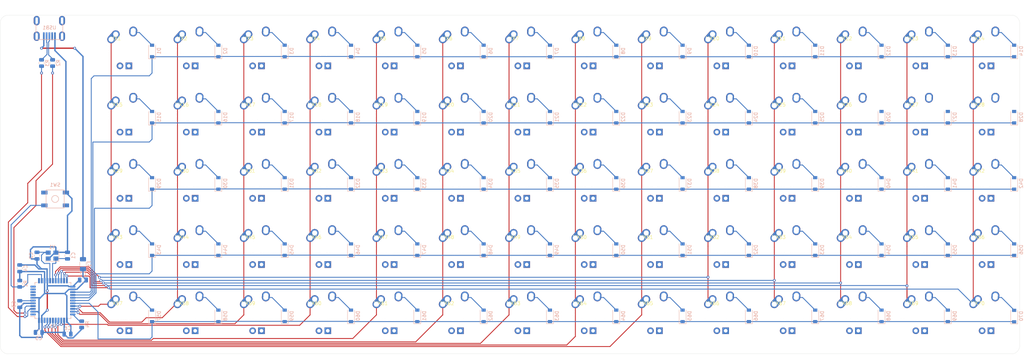
<source format=kicad_pcb>
(kicad_pcb (version 20171130) (host pcbnew "(5.1.9)-1")
  (layers (0 F.Cu signal) (31 B.Cu signal) (34 B.Paste user) (35 F.Paste user) (36 B.SilkS user) (37 F.SilkS user) (38 B.Mask user) (39 F.Mask user) (44 Edge.Cuts user))
  (net 0 "")
  (net 1 GND)
  (net 2 "Net-(C1-Pad1)")
  (net 3 "Net-(C2-Pad1)")
  (net 4 "Net-(C3-Pad1)")
  (net 5 +5V)
  (net 6 "Net-(D1-Pad2)")
  (net 7 ROW0)
  (net 8 "Net-(D2-Pad2)")
  (net 9 "Net-(D3-Pad2)")
  (net 10 "Net-(D4-Pad2)")
  (net 11 "Net-(D5-Pad2)")
  (net 12 "Net-(D6-Pad2)")
  (net 13 "Net-(D7-Pad2)")
  (net 14 "Net-(D8-Pad2)")
  (net 15 "Net-(D9-Pad2)")
  (net 16 "Net-(D10-Pad2)")
  (net 17 "Net-(D11-Pad2)")
  (net 18 "Net-(D12-Pad2)")
  (net 19 "Net-(D13-Pad2)")
  (net 20 "Net-(D14-Pad2)")
  (net 21 "Net-(D15-Pad2)")
  (net 22 ROW1)
  (net 23 "Net-(D16-Pad2)")
  (net 24 "Net-(D17-Pad2)")
  (net 25 "Net-(D18-Pad2)")
  (net 26 "Net-(D19-Pad2)")
  (net 27 "Net-(D20-Pad2)")
  (net 28 "Net-(D21-Pad2)")
  (net 29 "Net-(D22-Pad2)")
  (net 30 "Net-(D23-Pad2)")
  (net 31 "Net-(D24-Pad2)")
  (net 32 "Net-(D25-Pad2)")
  (net 33 "Net-(D26-Pad2)")
  (net 34 "Net-(D27-Pad2)")
  (net 35 "Net-(D28-Pad2)")
  (net 36 "Net-(D29-Pad2)")
  (net 37 ROW2)
  (net 38 "Net-(D30-Pad2)")
  (net 39 "Net-(D31-Pad2)")
  (net 40 "Net-(D32-Pad2)")
  (net 41 "Net-(D33-Pad2)")
  (net 42 "Net-(D34-Pad2)")
  (net 43 "Net-(D35-Pad2)")
  (net 44 "Net-(D36-Pad2)")
  (net 45 "Net-(D37-Pad2)")
  (net 46 "Net-(D38-Pad2)")
  (net 47 "Net-(D39-Pad2)")
  (net 48 "Net-(D40-Pad2)")
  (net 49 "Net-(D41-Pad2)")
  (net 50 "Net-(D42-Pad2)")
  (net 51 "Net-(D43-Pad2)")
  (net 52 ROW3)
  (net 53 "Net-(D44-Pad2)")
  (net 54 "Net-(D45-Pad2)")
  (net 55 "Net-(D46-Pad2)")
  (net 56 "Net-(D47-Pad2)")
  (net 57 "Net-(D48-Pad2)")
  (net 58 "Net-(D49-Pad2)")
  (net 59 "Net-(D50-Pad2)")
  (net 60 "Net-(D51-Pad2)")
  (net 61 "Net-(D52-Pad2)")
  (net 62 "Net-(D53-Pad2)")
  (net 63 "Net-(D54-Pad2)")
  (net 64 "Net-(D55-Pad2)")
  (net 65 "Net-(D56-Pad2)")
  (net 66 "Net-(D57-Pad2)")
  (net 67 ROW4)
  (net 68 "Net-(D58-Pad2)")
  (net 69 "Net-(D59-Pad2)")
  (net 70 "Net-(D60-Pad2)")
  (net 71 "Net-(D61-Pad2)")
  (net 72 "Net-(D62-Pad2)")
  (net 73 "Net-(D63-Pad2)")
  (net 74 "Net-(D64-Pad2)")
  (net 75 "Net-(D65-Pad2)")
  (net 76 "Net-(D66-Pad2)")
  (net 77 "Net-(D67-Pad2)")
  (net 78 "Net-(D68-Pad2)")
  (net 79 "Net-(D69-Pad2)")
  (net 80 "Net-(D70-Pad2)")
  (net 81 VCC)
  (net 82 COL0)
  (net 83 COL1)
  (net 84 COL2)
  (net 85 COL3)
  (net 86 COL4)
  (net 87 COL5)
  (net 88 COL6)
  (net 89 COL7)
  (net 90 COL8)
  (net 91 COL9)
  (net 92 COL10)
  (net 93 COL11)
  (net 94 COL12)
  (net 95 COL13)
  (net 96 "Net-(R1-Pad1)")
  (net 97 D+)
  (net 98 "Net-(R2-Pad1)")
  (net 99 D-)
  (net 100 "Net-(R3-Pad1)")
  (net 101 "Net-(R4-Pad2)")
  (net 102 "Net-(U1-Pad42)")
  (net 103 "Net-(U1-Pad12)")
  (net 104 "Net-(U1-Pad11)")
  (net 105 "Net-(U1-Pad10)")
  (net 106 "Net-(U1-Pad9)")
  (net 107 "Net-(U1-Pad8)")
  (net 108 "Net-(U1-Pad1)")
  (net 109 "Net-(USB1-Pad6)")
  (net 110 "Net-(USB1-Pad2)")
  (module MX_Alps_Hybrid:MX-1U (layer F.Cu) (at 156.43225 121.9835)
    (fp_text reference MX61 (at -2.54 -2.794) (layer F.SilkS))
    (fp_text value MX-NoLED)
    (pad "" np_thru_hole circle (at 5.08 0 48.0996) (size 1.75 1.75) (drill 1.75) (layers *.Cu *.Mask))
    (pad "" np_thru_hole circle (at -5.08 0 48.0996) (size 1.75 1.75) (drill 1.75) (layers *.Cu *.Mask))
    (pad 4 thru_hole rect (at 1.27 5.08) (size 1.905 1.905) (drill 1.04) (layers *.Cu B.Mask))
    (pad 3 thru_hole circle (at -1.27 5.08) (size 1.905 1.905) (drill 1.04) (layers *.Cu B.Mask))
    (pad 1 thru_hole circle (at -2.5 -4) (size 2.25 2.25) (drill 1.47) (layers *.Cu B.Mask) (net 86 COL4))
    (pad "" np_thru_hole circle (at 0 0) (size 3.9878 3.9878) (drill 3.9878) (layers *.Cu *.Mask))
    (pad 1 thru_hole oval (at -3.81 -2.54 48.0996) (size 4.211556 2.25) (drill 1.47 (offset 0.980778 0)) (layers *.Cu B.Mask) (net 86 COL4))
    (pad 2 thru_hole circle (at 2.54 -5.08) (size 2.25 2.25) (drill 1.47) (layers *.Cu B.Mask) (net 71 "Net-(D61-Pad2)"))
    (pad 2 thru_hole oval (at 2.5 -4.5 86.0548) (size 2.831378 2.25) (drill 1.47 (offset 0.290689 0)) (layers *.Cu B.Mask) (net 71 "Net-(D61-Pad2)"))
  )
  (module MX_Alps_Hybrid:MX-1U (layer F.Cu) (at 80.23225 45.7835)
    (fp_text reference MX1 (at -2.54 -2.794) (layer F.SilkS))
    (fp_text value MX-NoLED)
    (pad "" np_thru_hole circle (at 5.08 0 48.0996) (size 1.75 1.75) (drill 1.75) (layers *.Cu *.Mask))
    (pad "" np_thru_hole circle (at -5.08 0 48.0996) (size 1.75 1.75) (drill 1.75) (layers *.Cu *.Mask))
    (pad 4 thru_hole rect (at 1.27 5.08) (size 1.905 1.905) (drill 1.04) (layers *.Cu B.Mask))
    (pad 3 thru_hole circle (at -1.27 5.08) (size 1.905 1.905) (drill 1.04) (layers *.Cu B.Mask))
    (pad 1 thru_hole circle (at -2.5 -4) (size 2.25 2.25) (drill 1.47) (layers *.Cu B.Mask) (net 82 COL0))
    (pad "" np_thru_hole circle (at 0 0) (size 3.9878 3.9878) (drill 3.9878) (layers *.Cu *.Mask))
    (pad 1 thru_hole oval (at -3.81 -2.54 48.0996) (size 4.211556 2.25) (drill 1.47 (offset 0.980778 0)) (layers *.Cu B.Mask) (net 82 COL0))
    (pad 2 thru_hole circle (at 2.54 -5.08) (size 2.25 2.25) (drill 1.47) (layers *.Cu B.Mask) (net 6 "Net-(D1-Pad2)"))
    (pad 2 thru_hole oval (at 2.5 -4.5 86.0548) (size 2.831378 2.25) (drill 1.47 (offset 0.290689 0)) (layers *.Cu B.Mask) (net 6 "Net-(D1-Pad2)"))
  )
  (module MX_Alps_Hybrid:MX-1U (layer F.Cu) (at 99.28225 45.7835)
    (fp_text reference MX2 (at -2.54 -2.794) (layer F.SilkS))
    (fp_text value MX-NoLED)
    (pad "" np_thru_hole circle (at 5.08 0 48.0996) (size 1.75 1.75) (drill 1.75) (layers *.Cu *.Mask))
    (pad "" np_thru_hole circle (at -5.08 0 48.0996) (size 1.75 1.75) (drill 1.75) (layers *.Cu *.Mask))
    (pad 4 thru_hole rect (at 1.27 5.08) (size 1.905 1.905) (drill 1.04) (layers *.Cu B.Mask))
    (pad 3 thru_hole circle (at -1.27 5.08) (size 1.905 1.905) (drill 1.04) (layers *.Cu B.Mask))
    (pad 1 thru_hole circle (at -2.5 -4) (size 2.25 2.25) (drill 1.47) (layers *.Cu B.Mask) (net 83 COL1))
    (pad "" np_thru_hole circle (at 0 0) (size 3.9878 3.9878) (drill 3.9878) (layers *.Cu *.Mask))
    (pad 1 thru_hole oval (at -3.81 -2.54 48.0996) (size 4.211556 2.25) (drill 1.47 (offset 0.980778 0)) (layers *.Cu B.Mask) (net 83 COL1))
    (pad 2 thru_hole circle (at 2.54 -5.08) (size 2.25 2.25) (drill 1.47) (layers *.Cu B.Mask) (net 8 "Net-(D2-Pad2)"))
    (pad 2 thru_hole oval (at 2.5 -4.5 86.0548) (size 2.831378 2.25) (drill 1.47 (offset 0.290689 0)) (layers *.Cu B.Mask) (net 8 "Net-(D2-Pad2)"))
  )
  (module MX_Alps_Hybrid:MX-1U (layer F.Cu) (at 118.33225 45.7835)
    (fp_text reference MX3 (at -2.54 -2.794) (layer F.SilkS))
    (fp_text value MX-NoLED)
    (pad "" np_thru_hole circle (at 5.08 0 48.0996) (size 1.75 1.75) (drill 1.75) (layers *.Cu *.Mask))
    (pad "" np_thru_hole circle (at -5.08 0 48.0996) (size 1.75 1.75) (drill 1.75) (layers *.Cu *.Mask))
    (pad 4 thru_hole rect (at 1.27 5.08) (size 1.905 1.905) (drill 1.04) (layers *.Cu B.Mask))
    (pad 3 thru_hole circle (at -1.27 5.08) (size 1.905 1.905) (drill 1.04) (layers *.Cu B.Mask))
    (pad 1 thru_hole circle (at -2.5 -4) (size 2.25 2.25) (drill 1.47) (layers *.Cu B.Mask) (net 84 COL2))
    (pad "" np_thru_hole circle (at 0 0) (size 3.9878 3.9878) (drill 3.9878) (layers *.Cu *.Mask))
    (pad 1 thru_hole oval (at -3.81 -2.54 48.0996) (size 4.211556 2.25) (drill 1.47 (offset 0.980778 0)) (layers *.Cu B.Mask) (net 84 COL2))
    (pad 2 thru_hole circle (at 2.54 -5.08) (size 2.25 2.25) (drill 1.47) (layers *.Cu B.Mask) (net 9 "Net-(D3-Pad2)"))
    (pad 2 thru_hole oval (at 2.5 -4.5 86.0548) (size 2.831378 2.25) (drill 1.47 (offset 0.290689 0)) (layers *.Cu B.Mask) (net 9 "Net-(D3-Pad2)"))
  )
  (module MX_Alps_Hybrid:MX-1U (layer F.Cu) (at 137.38225 45.7835)
    (fp_text reference MX4 (at -2.54 -2.794) (layer F.SilkS))
    (fp_text value MX-NoLED)
    (pad "" np_thru_hole circle (at 5.08 0 48.0996) (size 1.75 1.75) (drill 1.75) (layers *.Cu *.Mask))
    (pad "" np_thru_hole circle (at -5.08 0 48.0996) (size 1.75 1.75) (drill 1.75) (layers *.Cu *.Mask))
    (pad 4 thru_hole rect (at 1.27 5.08) (size 1.905 1.905) (drill 1.04) (layers *.Cu B.Mask))
    (pad 3 thru_hole circle (at -1.27 5.08) (size 1.905 1.905) (drill 1.04) (layers *.Cu B.Mask))
    (pad 1 thru_hole circle (at -2.5 -4) (size 2.25 2.25) (drill 1.47) (layers *.Cu B.Mask) (net 85 COL3))
    (pad "" np_thru_hole circle (at 0 0) (size 3.9878 3.9878) (drill 3.9878) (layers *.Cu *.Mask))
    (pad 1 thru_hole oval (at -3.81 -2.54 48.0996) (size 4.211556 2.25) (drill 1.47 (offset 0.980778 0)) (layers *.Cu B.Mask) (net 85 COL3))
    (pad 2 thru_hole circle (at 2.54 -5.08) (size 2.25 2.25) (drill 1.47) (layers *.Cu B.Mask) (net 10 "Net-(D4-Pad2)"))
    (pad 2 thru_hole oval (at 2.5 -4.5 86.0548) (size 2.831378 2.25) (drill 1.47 (offset 0.290689 0)) (layers *.Cu B.Mask) (net 10 "Net-(D4-Pad2)"))
  )
  (module MX_Alps_Hybrid:MX-1U (layer F.Cu) (at 156.43225 45.7835)
    (fp_text reference MX5 (at -2.54 -2.794) (layer F.SilkS))
    (fp_text value MX-NoLED)
    (pad "" np_thru_hole circle (at 5.08 0 48.0996) (size 1.75 1.75) (drill 1.75) (layers *.Cu *.Mask))
    (pad "" np_thru_hole circle (at -5.08 0 48.0996) (size 1.75 1.75) (drill 1.75) (layers *.Cu *.Mask))
    (pad 4 thru_hole rect (at 1.27 5.08) (size 1.905 1.905) (drill 1.04) (layers *.Cu B.Mask))
    (pad 3 thru_hole circle (at -1.27 5.08) (size 1.905 1.905) (drill 1.04) (layers *.Cu B.Mask))
    (pad 1 thru_hole circle (at -2.5 -4) (size 2.25 2.25) (drill 1.47) (layers *.Cu B.Mask) (net 86 COL4))
    (pad "" np_thru_hole circle (at 0 0) (size 3.9878 3.9878) (drill 3.9878) (layers *.Cu *.Mask))
    (pad 1 thru_hole oval (at -3.81 -2.54 48.0996) (size 4.211556 2.25) (drill 1.47 (offset 0.980778 0)) (layers *.Cu B.Mask) (net 86 COL4))
    (pad 2 thru_hole circle (at 2.54 -5.08) (size 2.25 2.25) (drill 1.47) (layers *.Cu B.Mask) (net 11 "Net-(D5-Pad2)"))
    (pad 2 thru_hole oval (at 2.5 -4.5 86.0548) (size 2.831378 2.25) (drill 1.47 (offset 0.290689 0)) (layers *.Cu B.Mask) (net 11 "Net-(D5-Pad2)"))
  )
  (module MX_Alps_Hybrid:MX-1U (layer F.Cu) (at 175.48225 45.7835)
    (fp_text reference MX6 (at -2.54 -2.794) (layer F.SilkS))
    (fp_text value MX-NoLED)
    (pad "" np_thru_hole circle (at 5.08 0 48.0996) (size 1.75 1.75) (drill 1.75) (layers *.Cu *.Mask))
    (pad "" np_thru_hole circle (at -5.08 0 48.0996) (size 1.75 1.75) (drill 1.75) (layers *.Cu *.Mask))
    (pad 4 thru_hole rect (at 1.27 5.08) (size 1.905 1.905) (drill 1.04) (layers *.Cu B.Mask))
    (pad 3 thru_hole circle (at -1.27 5.08) (size 1.905 1.905) (drill 1.04) (layers *.Cu B.Mask))
    (pad 1 thru_hole circle (at -2.5 -4) (size 2.25 2.25) (drill 1.47) (layers *.Cu B.Mask) (net 87 COL5))
    (pad "" np_thru_hole circle (at 0 0) (size 3.9878 3.9878) (drill 3.9878) (layers *.Cu *.Mask))
    (pad 1 thru_hole oval (at -3.81 -2.54 48.0996) (size 4.211556 2.25) (drill 1.47 (offset 0.980778 0)) (layers *.Cu B.Mask) (net 87 COL5))
    (pad 2 thru_hole circle (at 2.54 -5.08) (size 2.25 2.25) (drill 1.47) (layers *.Cu B.Mask) (net 12 "Net-(D6-Pad2)"))
    (pad 2 thru_hole oval (at 2.5 -4.5 86.0548) (size 2.831378 2.25) (drill 1.47 (offset 0.290689 0)) (layers *.Cu B.Mask) (net 12 "Net-(D6-Pad2)"))
  )
  (module MX_Alps_Hybrid:MX-1U (layer F.Cu) (at 194.53225 45.7835)
    (fp_text reference MX7 (at -2.54 -2.794) (layer F.SilkS))
    (fp_text value MX-NoLED)
    (pad "" np_thru_hole circle (at 5.08 0 48.0996) (size 1.75 1.75) (drill 1.75) (layers *.Cu *.Mask))
    (pad "" np_thru_hole circle (at -5.08 0 48.0996) (size 1.75 1.75) (drill 1.75) (layers *.Cu *.Mask))
    (pad 4 thru_hole rect (at 1.27 5.08) (size 1.905 1.905) (drill 1.04) (layers *.Cu B.Mask))
    (pad 3 thru_hole circle (at -1.27 5.08) (size 1.905 1.905) (drill 1.04) (layers *.Cu B.Mask))
    (pad 1 thru_hole circle (at -2.5 -4) (size 2.25 2.25) (drill 1.47) (layers *.Cu B.Mask) (net 88 COL6))
    (pad "" np_thru_hole circle (at 0 0) (size 3.9878 3.9878) (drill 3.9878) (layers *.Cu *.Mask))
    (pad 1 thru_hole oval (at -3.81 -2.54 48.0996) (size 4.211556 2.25) (drill 1.47 (offset 0.980778 0)) (layers *.Cu B.Mask) (net 88 COL6))
    (pad 2 thru_hole circle (at 2.54 -5.08) (size 2.25 2.25) (drill 1.47) (layers *.Cu B.Mask) (net 13 "Net-(D7-Pad2)"))
    (pad 2 thru_hole oval (at 2.5 -4.5 86.0548) (size 2.831378 2.25) (drill 1.47 (offset 0.290689 0)) (layers *.Cu B.Mask) (net 13 "Net-(D7-Pad2)"))
  )
  (module MX_Alps_Hybrid:MX-1U (layer F.Cu) (at 213.58225 45.7835)
    (fp_text reference MX8 (at -2.54 -2.794) (layer F.SilkS))
    (fp_text value MX-NoLED)
    (pad "" np_thru_hole circle (at 5.08 0 48.0996) (size 1.75 1.75) (drill 1.75) (layers *.Cu *.Mask))
    (pad "" np_thru_hole circle (at -5.08 0 48.0996) (size 1.75 1.75) (drill 1.75) (layers *.Cu *.Mask))
    (pad 4 thru_hole rect (at 1.27 5.08) (size 1.905 1.905) (drill 1.04) (layers *.Cu B.Mask))
    (pad 3 thru_hole circle (at -1.27 5.08) (size 1.905 1.905) (drill 1.04) (layers *.Cu B.Mask))
    (pad 1 thru_hole circle (at -2.5 -4) (size 2.25 2.25) (drill 1.47) (layers *.Cu B.Mask) (net 89 COL7))
    (pad "" np_thru_hole circle (at 0 0) (size 3.9878 3.9878) (drill 3.9878) (layers *.Cu *.Mask))
    (pad 1 thru_hole oval (at -3.81 -2.54 48.0996) (size 4.211556 2.25) (drill 1.47 (offset 0.980778 0)) (layers *.Cu B.Mask) (net 89 COL7))
    (pad 2 thru_hole circle (at 2.54 -5.08) (size 2.25 2.25) (drill 1.47) (layers *.Cu B.Mask) (net 14 "Net-(D8-Pad2)"))
    (pad 2 thru_hole oval (at 2.5 -4.5 86.0548) (size 2.831378 2.25) (drill 1.47 (offset 0.290689 0)) (layers *.Cu B.Mask) (net 14 "Net-(D8-Pad2)"))
  )
  (module MX_Alps_Hybrid:MX-1U (layer F.Cu) (at 232.63225 45.7835)
    (fp_text reference MX9 (at -2.54 -2.794) (layer F.SilkS))
    (fp_text value MX-NoLED)
    (pad "" np_thru_hole circle (at 5.08 0 48.0996) (size 1.75 1.75) (drill 1.75) (layers *.Cu *.Mask))
    (pad "" np_thru_hole circle (at -5.08 0 48.0996) (size 1.75 1.75) (drill 1.75) (layers *.Cu *.Mask))
    (pad 4 thru_hole rect (at 1.27 5.08) (size 1.905 1.905) (drill 1.04) (layers *.Cu B.Mask))
    (pad 3 thru_hole circle (at -1.27 5.08) (size 1.905 1.905) (drill 1.04) (layers *.Cu B.Mask))
    (pad 1 thru_hole circle (at -2.5 -4) (size 2.25 2.25) (drill 1.47) (layers *.Cu B.Mask) (net 90 COL8))
    (pad "" np_thru_hole circle (at 0 0) (size 3.9878 3.9878) (drill 3.9878) (layers *.Cu *.Mask))
    (pad 1 thru_hole oval (at -3.81 -2.54 48.0996) (size 4.211556 2.25) (drill 1.47 (offset 0.980778 0)) (layers *.Cu B.Mask) (net 90 COL8))
    (pad 2 thru_hole circle (at 2.54 -5.08) (size 2.25 2.25) (drill 1.47) (layers *.Cu B.Mask) (net 15 "Net-(D9-Pad2)"))
    (pad 2 thru_hole oval (at 2.5 -4.5 86.0548) (size 2.831378 2.25) (drill 1.47 (offset 0.290689 0)) (layers *.Cu B.Mask) (net 15 "Net-(D9-Pad2)"))
  )
  (module MX_Alps_Hybrid:MX-1U (layer F.Cu) (at 251.68225 45.7835)
    (fp_text reference MX10 (at -2.54 -2.794) (layer F.SilkS))
    (fp_text value MX-NoLED)
    (pad "" np_thru_hole circle (at 5.08 0 48.0996) (size 1.75 1.75) (drill 1.75) (layers *.Cu *.Mask))
    (pad "" np_thru_hole circle (at -5.08 0 48.0996) (size 1.75 1.75) (drill 1.75) (layers *.Cu *.Mask))
    (pad 4 thru_hole rect (at 1.27 5.08) (size 1.905 1.905) (drill 1.04) (layers *.Cu B.Mask))
    (pad 3 thru_hole circle (at -1.27 5.08) (size 1.905 1.905) (drill 1.04) (layers *.Cu B.Mask))
    (pad 1 thru_hole circle (at -2.5 -4) (size 2.25 2.25) (drill 1.47) (layers *.Cu B.Mask) (net 91 COL9))
    (pad "" np_thru_hole circle (at 0 0) (size 3.9878 3.9878) (drill 3.9878) (layers *.Cu *.Mask))
    (pad 1 thru_hole oval (at -3.81 -2.54 48.0996) (size 4.211556 2.25) (drill 1.47 (offset 0.980778 0)) (layers *.Cu B.Mask) (net 91 COL9))
    (pad 2 thru_hole circle (at 2.54 -5.08) (size 2.25 2.25) (drill 1.47) (layers *.Cu B.Mask) (net 16 "Net-(D10-Pad2)"))
    (pad 2 thru_hole oval (at 2.5 -4.5 86.0548) (size 2.831378 2.25) (drill 1.47 (offset 0.290689 0)) (layers *.Cu B.Mask) (net 16 "Net-(D10-Pad2)"))
  )
  (module MX_Alps_Hybrid:MX-1U (layer F.Cu) (at 270.73225 45.7835)
    (fp_text reference MX11 (at -2.54 -2.794) (layer F.SilkS))
    (fp_text value MX-NoLED)
    (pad "" np_thru_hole circle (at 5.08 0 48.0996) (size 1.75 1.75) (drill 1.75) (layers *.Cu *.Mask))
    (pad "" np_thru_hole circle (at -5.08 0 48.0996) (size 1.75 1.75) (drill 1.75) (layers *.Cu *.Mask))
    (pad 4 thru_hole rect (at 1.27 5.08) (size 1.905 1.905) (drill 1.04) (layers *.Cu B.Mask))
    (pad 3 thru_hole circle (at -1.27 5.08) (size 1.905 1.905) (drill 1.04) (layers *.Cu B.Mask))
    (pad 1 thru_hole circle (at -2.5 -4) (size 2.25 2.25) (drill 1.47) (layers *.Cu B.Mask) (net 92 COL10))
    (pad "" np_thru_hole circle (at 0 0) (size 3.9878 3.9878) (drill 3.9878) (layers *.Cu *.Mask))
    (pad 1 thru_hole oval (at -3.81 -2.54 48.0996) (size 4.211556 2.25) (drill 1.47 (offset 0.980778 0)) (layers *.Cu B.Mask) (net 92 COL10))
    (pad 2 thru_hole circle (at 2.54 -5.08) (size 2.25 2.25) (drill 1.47) (layers *.Cu B.Mask) (net 17 "Net-(D11-Pad2)"))
    (pad 2 thru_hole oval (at 2.5 -4.5 86.0548) (size 2.831378 2.25) (drill 1.47 (offset 0.290689 0)) (layers *.Cu B.Mask) (net 17 "Net-(D11-Pad2)"))
  )
  (module MX_Alps_Hybrid:MX-1U (layer F.Cu) (at 289.78225 45.7835)
    (fp_text reference MX12 (at -2.54 -2.794) (layer F.SilkS))
    (fp_text value MX-NoLED)
    (pad "" np_thru_hole circle (at 5.08 0 48.0996) (size 1.75 1.75) (drill 1.75) (layers *.Cu *.Mask))
    (pad "" np_thru_hole circle (at -5.08 0 48.0996) (size 1.75 1.75) (drill 1.75) (layers *.Cu *.Mask))
    (pad 4 thru_hole rect (at 1.27 5.08) (size 1.905 1.905) (drill 1.04) (layers *.Cu B.Mask))
    (pad 3 thru_hole circle (at -1.27 5.08) (size 1.905 1.905) (drill 1.04) (layers *.Cu B.Mask))
    (pad 1 thru_hole circle (at -2.5 -4) (size 2.25 2.25) (drill 1.47) (layers *.Cu B.Mask) (net 93 COL11))
    (pad "" np_thru_hole circle (at 0 0) (size 3.9878 3.9878) (drill 3.9878) (layers *.Cu *.Mask))
    (pad 1 thru_hole oval (at -3.81 -2.54 48.0996) (size 4.211556 2.25) (drill 1.47 (offset 0.980778 0)) (layers *.Cu B.Mask) (net 93 COL11))
    (pad 2 thru_hole circle (at 2.54 -5.08) (size 2.25 2.25) (drill 1.47) (layers *.Cu B.Mask) (net 18 "Net-(D12-Pad2)"))
    (pad 2 thru_hole oval (at 2.5 -4.5 86.0548) (size 2.831378 2.25) (drill 1.47 (offset 0.290689 0)) (layers *.Cu B.Mask) (net 18 "Net-(D12-Pad2)"))
  )
  (module MX_Alps_Hybrid:MX-1U (layer F.Cu) (at 308.83225 45.7835)
    (fp_text reference MX13 (at -2.54 -2.794) (layer F.SilkS))
    (fp_text value MX-NoLED)
    (pad "" np_thru_hole circle (at 5.08 0 48.0996) (size 1.75 1.75) (drill 1.75) (layers *.Cu *.Mask))
    (pad "" np_thru_hole circle (at -5.08 0 48.0996) (size 1.75 1.75) (drill 1.75) (layers *.Cu *.Mask))
    (pad 4 thru_hole rect (at 1.27 5.08) (size 1.905 1.905) (drill 1.04) (layers *.Cu B.Mask))
    (pad 3 thru_hole circle (at -1.27 5.08) (size 1.905 1.905) (drill 1.04) (layers *.Cu B.Mask))
    (pad 1 thru_hole circle (at -2.5 -4) (size 2.25 2.25) (drill 1.47) (layers *.Cu B.Mask) (net 94 COL12))
    (pad "" np_thru_hole circle (at 0 0) (size 3.9878 3.9878) (drill 3.9878) (layers *.Cu *.Mask))
    (pad 1 thru_hole oval (at -3.81 -2.54 48.0996) (size 4.211556 2.25) (drill 1.47 (offset 0.980778 0)) (layers *.Cu B.Mask) (net 94 COL12))
    (pad 2 thru_hole circle (at 2.54 -5.08) (size 2.25 2.25) (drill 1.47) (layers *.Cu B.Mask) (net 19 "Net-(D13-Pad2)"))
    (pad 2 thru_hole oval (at 2.5 -4.5 86.0548) (size 2.831378 2.25) (drill 1.47 (offset 0.290689 0)) (layers *.Cu B.Mask) (net 19 "Net-(D13-Pad2)"))
  )
  (module MX_Alps_Hybrid:MX-1U (layer F.Cu) (at 327.88225 45.7835)
    (fp_text reference MX14 (at -2.54 -2.794) (layer F.SilkS))
    (fp_text value MX-NoLED)
    (pad "" np_thru_hole circle (at 5.08 0 48.0996) (size 1.75 1.75) (drill 1.75) (layers *.Cu *.Mask))
    (pad "" np_thru_hole circle (at -5.08 0 48.0996) (size 1.75 1.75) (drill 1.75) (layers *.Cu *.Mask))
    (pad 4 thru_hole rect (at 1.27 5.08) (size 1.905 1.905) (drill 1.04) (layers *.Cu B.Mask))
    (pad 3 thru_hole circle (at -1.27 5.08) (size 1.905 1.905) (drill 1.04) (layers *.Cu B.Mask))
    (pad 1 thru_hole circle (at -2.5 -4) (size 2.25 2.25) (drill 1.47) (layers *.Cu B.Mask) (net 95 COL13))
    (pad "" np_thru_hole circle (at 0 0) (size 3.9878 3.9878) (drill 3.9878) (layers *.Cu *.Mask))
    (pad 1 thru_hole oval (at -3.81 -2.54 48.0996) (size 4.211556 2.25) (drill 1.47 (offset 0.980778 0)) (layers *.Cu B.Mask) (net 95 COL13))
    (pad 2 thru_hole circle (at 2.54 -5.08) (size 2.25 2.25) (drill 1.47) (layers *.Cu B.Mask) (net 20 "Net-(D14-Pad2)"))
    (pad 2 thru_hole oval (at 2.5 -4.5 86.0548) (size 2.831378 2.25) (drill 1.47 (offset 0.290689 0)) (layers *.Cu B.Mask) (net 20 "Net-(D14-Pad2)"))
  )
  (module MX_Alps_Hybrid:MX-1U (layer F.Cu) (at 80.23225 64.8335)
    (fp_text reference MX15 (at -2.54 -2.794) (layer F.SilkS))
    (fp_text value MX-NoLED)
    (pad "" np_thru_hole circle (at 5.08 0 48.0996) (size 1.75 1.75) (drill 1.75) (layers *.Cu *.Mask))
    (pad "" np_thru_hole circle (at -5.08 0 48.0996) (size 1.75 1.75) (drill 1.75) (layers *.Cu *.Mask))
    (pad 4 thru_hole rect (at 1.27 5.08) (size 1.905 1.905) (drill 1.04) (layers *.Cu B.Mask))
    (pad 3 thru_hole circle (at -1.27 5.08) (size 1.905 1.905) (drill 1.04) (layers *.Cu B.Mask))
    (pad 1 thru_hole circle (at -2.5 -4) (size 2.25 2.25) (drill 1.47) (layers *.Cu B.Mask) (net 82 COL0))
    (pad "" np_thru_hole circle (at 0 0) (size 3.9878 3.9878) (drill 3.9878) (layers *.Cu *.Mask))
    (pad 1 thru_hole oval (at -3.81 -2.54 48.0996) (size 4.211556 2.25) (drill 1.47 (offset 0.980778 0)) (layers *.Cu B.Mask) (net 82 COL0))
    (pad 2 thru_hole circle (at 2.54 -5.08) (size 2.25 2.25) (drill 1.47) (layers *.Cu B.Mask) (net 21 "Net-(D15-Pad2)"))
    (pad 2 thru_hole oval (at 2.5 -4.5 86.0548) (size 2.831378 2.25) (drill 1.47 (offset 0.290689 0)) (layers *.Cu B.Mask) (net 21 "Net-(D15-Pad2)"))
  )
  (module MX_Alps_Hybrid:MX-1U (layer F.Cu) (at 99.28225 64.8335)
    (fp_text reference MX16 (at -2.54 -2.794) (layer F.SilkS))
    (fp_text value MX-NoLED)
    (pad "" np_thru_hole circle (at 5.08 0 48.0996) (size 1.75 1.75) (drill 1.75) (layers *.Cu *.Mask))
    (pad "" np_thru_hole circle (at -5.08 0 48.0996) (size 1.75 1.75) (drill 1.75) (layers *.Cu *.Mask))
    (pad 4 thru_hole rect (at 1.27 5.08) (size 1.905 1.905) (drill 1.04) (layers *.Cu B.Mask))
    (pad 3 thru_hole circle (at -1.27 5.08) (size 1.905 1.905) (drill 1.04) (layers *.Cu B.Mask))
    (pad 1 thru_hole circle (at -2.5 -4) (size 2.25 2.25) (drill 1.47) (layers *.Cu B.Mask) (net 83 COL1))
    (pad "" np_thru_hole circle (at 0 0) (size 3.9878 3.9878) (drill 3.9878) (layers *.Cu *.Mask))
    (pad 1 thru_hole oval (at -3.81 -2.54 48.0996) (size 4.211556 2.25) (drill 1.47 (offset 0.980778 0)) (layers *.Cu B.Mask) (net 83 COL1))
    (pad 2 thru_hole circle (at 2.54 -5.08) (size 2.25 2.25) (drill 1.47) (layers *.Cu B.Mask) (net 23 "Net-(D16-Pad2)"))
    (pad 2 thru_hole oval (at 2.5 -4.5 86.0548) (size 2.831378 2.25) (drill 1.47 (offset 0.290689 0)) (layers *.Cu B.Mask) (net 23 "Net-(D16-Pad2)"))
  )
  (module MX_Alps_Hybrid:MX-1U (layer F.Cu) (at 118.33225 64.8335)
    (fp_text reference MX17 (at -2.54 -2.794) (layer F.SilkS))
    (fp_text value MX-NoLED)
    (pad "" np_thru_hole circle (at 5.08 0 48.0996) (size 1.75 1.75) (drill 1.75) (layers *.Cu *.Mask))
    (pad "" np_thru_hole circle (at -5.08 0 48.0996) (size 1.75 1.75) (drill 1.75) (layers *.Cu *.Mask))
    (pad 4 thru_hole rect (at 1.27 5.08) (size 1.905 1.905) (drill 1.04) (layers *.Cu B.Mask))
    (pad 3 thru_hole circle (at -1.27 5.08) (size 1.905 1.905) (drill 1.04) (layers *.Cu B.Mask))
    (pad 1 thru_hole circle (at -2.5 -4) (size 2.25 2.25) (drill 1.47) (layers *.Cu B.Mask) (net 84 COL2))
    (pad "" np_thru_hole circle (at 0 0) (size 3.9878 3.9878) (drill 3.9878) (layers *.Cu *.Mask))
    (pad 1 thru_hole oval (at -3.81 -2.54 48.0996) (size 4.211556 2.25) (drill 1.47 (offset 0.980778 0)) (layers *.Cu B.Mask) (net 84 COL2))
    (pad 2 thru_hole circle (at 2.54 -5.08) (size 2.25 2.25) (drill 1.47) (layers *.Cu B.Mask) (net 24 "Net-(D17-Pad2)"))
    (pad 2 thru_hole oval (at 2.5 -4.5 86.0548) (size 2.831378 2.25) (drill 1.47 (offset 0.290689 0)) (layers *.Cu B.Mask) (net 24 "Net-(D17-Pad2)"))
  )
  (module MX_Alps_Hybrid:MX-1U (layer F.Cu) (at 137.38225 64.8335)
    (fp_text reference MX18 (at -2.54 -2.794) (layer F.SilkS))
    (fp_text value MX-NoLED)
    (pad "" np_thru_hole circle (at 5.08 0 48.0996) (size 1.75 1.75) (drill 1.75) (layers *.Cu *.Mask))
    (pad "" np_thru_hole circle (at -5.08 0 48.0996) (size 1.75 1.75) (drill 1.75) (layers *.Cu *.Mask))
    (pad 4 thru_hole rect (at 1.27 5.08) (size 1.905 1.905) (drill 1.04) (layers *.Cu B.Mask))
    (pad 3 thru_hole circle (at -1.27 5.08) (size 1.905 1.905) (drill 1.04) (layers *.Cu B.Mask))
    (pad 1 thru_hole circle (at -2.5 -4) (size 2.25 2.25) (drill 1.47) (layers *.Cu B.Mask) (net 85 COL3))
    (pad "" np_thru_hole circle (at 0 0) (size 3.9878 3.9878) (drill 3.9878) (layers *.Cu *.Mask))
    (pad 1 thru_hole oval (at -3.81 -2.54 48.0996) (size 4.211556 2.25) (drill 1.47 (offset 0.980778 0)) (layers *.Cu B.Mask) (net 85 COL3))
    (pad 2 thru_hole circle (at 2.54 -5.08) (size 2.25 2.25) (drill 1.47) (layers *.Cu B.Mask) (net 25 "Net-(D18-Pad2)"))
    (pad 2 thru_hole oval (at 2.5 -4.5 86.0548) (size 2.831378 2.25) (drill 1.47 (offset 0.290689 0)) (layers *.Cu B.Mask) (net 25 "Net-(D18-Pad2)"))
  )
  (module MX_Alps_Hybrid:MX-1U (layer F.Cu) (at 156.43225 64.8335)
    (fp_text reference MX19 (at -2.54 -2.794) (layer F.SilkS))
    (fp_text value MX-NoLED)
    (pad "" np_thru_hole circle (at 5.08 0 48.0996) (size 1.75 1.75) (drill 1.75) (layers *.Cu *.Mask))
    (pad "" np_thru_hole circle (at -5.08 0 48.0996) (size 1.75 1.75) (drill 1.75) (layers *.Cu *.Mask))
    (pad 4 thru_hole rect (at 1.27 5.08) (size 1.905 1.905) (drill 1.04) (layers *.Cu B.Mask))
    (pad 3 thru_hole circle (at -1.27 5.08) (size 1.905 1.905) (drill 1.04) (layers *.Cu B.Mask))
    (pad 1 thru_hole circle (at -2.5 -4) (size 2.25 2.25) (drill 1.47) (layers *.Cu B.Mask) (net 86 COL4))
    (pad "" np_thru_hole circle (at 0 0) (size 3.9878 3.9878) (drill 3.9878) (layers *.Cu *.Mask))
    (pad 1 thru_hole oval (at -3.81 -2.54 48.0996) (size 4.211556 2.25) (drill 1.47 (offset 0.980778 0)) (layers *.Cu B.Mask) (net 86 COL4))
    (pad 2 thru_hole circle (at 2.54 -5.08) (size 2.25 2.25) (drill 1.47) (layers *.Cu B.Mask) (net 26 "Net-(D19-Pad2)"))
    (pad 2 thru_hole oval (at 2.5 -4.5 86.0548) (size 2.831378 2.25) (drill 1.47 (offset 0.290689 0)) (layers *.Cu B.Mask) (net 26 "Net-(D19-Pad2)"))
  )
  (module MX_Alps_Hybrid:MX-1U (layer F.Cu) (at 175.48225 64.8335)
    (fp_text reference MX20 (at -2.54 -2.794) (layer F.SilkS))
    (fp_text value MX-NoLED)
    (pad "" np_thru_hole circle (at 5.08 0 48.0996) (size 1.75 1.75) (drill 1.75) (layers *.Cu *.Mask))
    (pad "" np_thru_hole circle (at -5.08 0 48.0996) (size 1.75 1.75) (drill 1.75) (layers *.Cu *.Mask))
    (pad 4 thru_hole rect (at 1.27 5.08) (size 1.905 1.905) (drill 1.04) (layers *.Cu B.Mask))
    (pad 3 thru_hole circle (at -1.27 5.08) (size 1.905 1.905) (drill 1.04) (layers *.Cu B.Mask))
    (pad 1 thru_hole circle (at -2.5 -4) (size 2.25 2.25) (drill 1.47) (layers *.Cu B.Mask) (net 87 COL5))
    (pad "" np_thru_hole circle (at 0 0) (size 3.9878 3.9878) (drill 3.9878) (layers *.Cu *.Mask))
    (pad 1 thru_hole oval (at -3.81 -2.54 48.0996) (size 4.211556 2.25) (drill 1.47 (offset 0.980778 0)) (layers *.Cu B.Mask) (net 87 COL5))
    (pad 2 thru_hole circle (at 2.54 -5.08) (size 2.25 2.25) (drill 1.47) (layers *.Cu B.Mask) (net 27 "Net-(D20-Pad2)"))
    (pad 2 thru_hole oval (at 2.5 -4.5 86.0548) (size 2.831378 2.25) (drill 1.47 (offset 0.290689 0)) (layers *.Cu B.Mask) (net 27 "Net-(D20-Pad2)"))
  )
  (module MX_Alps_Hybrid:MX-1U (layer F.Cu) (at 194.53225 64.8335)
    (fp_text reference MX21 (at -2.54 -2.794) (layer F.SilkS))
    (fp_text value MX-NoLED)
    (pad "" np_thru_hole circle (at 5.08 0 48.0996) (size 1.75 1.75) (drill 1.75) (layers *.Cu *.Mask))
    (pad "" np_thru_hole circle (at -5.08 0 48.0996) (size 1.75 1.75) (drill 1.75) (layers *.Cu *.Mask))
    (pad 4 thru_hole rect (at 1.27 5.08) (size 1.905 1.905) (drill 1.04) (layers *.Cu B.Mask))
    (pad 3 thru_hole circle (at -1.27 5.08) (size 1.905 1.905) (drill 1.04) (layers *.Cu B.Mask))
    (pad 1 thru_hole circle (at -2.5 -4) (size 2.25 2.25) (drill 1.47) (layers *.Cu B.Mask) (net 88 COL6))
    (pad "" np_thru_hole circle (at 0 0) (size 3.9878 3.9878) (drill 3.9878) (layers *.Cu *.Mask))
    (pad 1 thru_hole oval (at -3.81 -2.54 48.0996) (size 4.211556 2.25) (drill 1.47 (offset 0.980778 0)) (layers *.Cu B.Mask) (net 88 COL6))
    (pad 2 thru_hole circle (at 2.54 -5.08) (size 2.25 2.25) (drill 1.47) (layers *.Cu B.Mask) (net 28 "Net-(D21-Pad2)"))
    (pad 2 thru_hole oval (at 2.5 -4.5 86.0548) (size 2.831378 2.25) (drill 1.47 (offset 0.290689 0)) (layers *.Cu B.Mask) (net 28 "Net-(D21-Pad2)"))
  )
  (module MX_Alps_Hybrid:MX-1U (layer F.Cu) (at 213.58225 64.8335)
    (fp_text reference MX22 (at -2.54 -2.794) (layer F.SilkS))
    (fp_text value MX-NoLED)
    (pad "" np_thru_hole circle (at 5.08 0 48.0996) (size 1.75 1.75) (drill 1.75) (layers *.Cu *.Mask))
    (pad "" np_thru_hole circle (at -5.08 0 48.0996) (size 1.75 1.75) (drill 1.75) (layers *.Cu *.Mask))
    (pad 4 thru_hole rect (at 1.27 5.08) (size 1.905 1.905) (drill 1.04) (layers *.Cu B.Mask))
    (pad 3 thru_hole circle (at -1.27 5.08) (size 1.905 1.905) (drill 1.04) (layers *.Cu B.Mask))
    (pad 1 thru_hole circle (at -2.5 -4) (size 2.25 2.25) (drill 1.47) (layers *.Cu B.Mask) (net 89 COL7))
    (pad "" np_thru_hole circle (at 0 0) (size 3.9878 3.9878) (drill 3.9878) (layers *.Cu *.Mask))
    (pad 1 thru_hole oval (at -3.81 -2.54 48.0996) (size 4.211556 2.25) (drill 1.47 (offset 0.980778 0)) (layers *.Cu B.Mask) (net 89 COL7))
    (pad 2 thru_hole circle (at 2.54 -5.08) (size 2.25 2.25) (drill 1.47) (layers *.Cu B.Mask) (net 29 "Net-(D22-Pad2)"))
    (pad 2 thru_hole oval (at 2.5 -4.5 86.0548) (size 2.831378 2.25) (drill 1.47 (offset 0.290689 0)) (layers *.Cu B.Mask) (net 29 "Net-(D22-Pad2)"))
  )
  (module MX_Alps_Hybrid:MX-1U (layer F.Cu) (at 232.63225 64.8335)
    (fp_text reference MX23 (at -2.54 -2.794) (layer F.SilkS))
    (fp_text value MX-NoLED)
    (pad "" np_thru_hole circle (at 5.08 0 48.0996) (size 1.75 1.75) (drill 1.75) (layers *.Cu *.Mask))
    (pad "" np_thru_hole circle (at -5.08 0 48.0996) (size 1.75 1.75) (drill 1.75) (layers *.Cu *.Mask))
    (pad 4 thru_hole rect (at 1.27 5.08) (size 1.905 1.905) (drill 1.04) (layers *.Cu B.Mask))
    (pad 3 thru_hole circle (at -1.27 5.08) (size 1.905 1.905) (drill 1.04) (layers *.Cu B.Mask))
    (pad 1 thru_hole circle (at -2.5 -4) (size 2.25 2.25) (drill 1.47) (layers *.Cu B.Mask) (net 90 COL8))
    (pad "" np_thru_hole circle (at 0 0) (size 3.9878 3.9878) (drill 3.9878) (layers *.Cu *.Mask))
    (pad 1 thru_hole oval (at -3.81 -2.54 48.0996) (size 4.211556 2.25) (drill 1.47 (offset 0.980778 0)) (layers *.Cu B.Mask) (net 90 COL8))
    (pad 2 thru_hole circle (at 2.54 -5.08) (size 2.25 2.25) (drill 1.47) (layers *.Cu B.Mask) (net 30 "Net-(D23-Pad2)"))
    (pad 2 thru_hole oval (at 2.5 -4.5 86.0548) (size 2.831378 2.25) (drill 1.47 (offset 0.290689 0)) (layers *.Cu B.Mask) (net 30 "Net-(D23-Pad2)"))
  )
  (module MX_Alps_Hybrid:MX-1U (layer F.Cu) (at 251.68225 64.8335)
    (fp_text reference MX24 (at -2.54 -2.794) (layer F.SilkS))
    (fp_text value MX-NoLED)
    (pad "" np_thru_hole circle (at 5.08 0 48.0996) (size 1.75 1.75) (drill 1.75) (layers *.Cu *.Mask))
    (pad "" np_thru_hole circle (at -5.08 0 48.0996) (size 1.75 1.75) (drill 1.75) (layers *.Cu *.Mask))
    (pad 4 thru_hole rect (at 1.27 5.08) (size 1.905 1.905) (drill 1.04) (layers *.Cu B.Mask))
    (pad 3 thru_hole circle (at -1.27 5.08) (size 1.905 1.905) (drill 1.04) (layers *.Cu B.Mask))
    (pad 1 thru_hole circle (at -2.5 -4) (size 2.25 2.25) (drill 1.47) (layers *.Cu B.Mask) (net 91 COL9))
    (pad "" np_thru_hole circle (at 0 0) (size 3.9878 3.9878) (drill 3.9878) (layers *.Cu *.Mask))
    (pad 1 thru_hole oval (at -3.81 -2.54 48.0996) (size 4.211556 2.25) (drill 1.47 (offset 0.980778 0)) (layers *.Cu B.Mask) (net 91 COL9))
    (pad 2 thru_hole circle (at 2.54 -5.08) (size 2.25 2.25) (drill 1.47) (layers *.Cu B.Mask) (net 31 "Net-(D24-Pad2)"))
    (pad 2 thru_hole oval (at 2.5 -4.5 86.0548) (size 2.831378 2.25) (drill 1.47 (offset 0.290689 0)) (layers *.Cu B.Mask) (net 31 "Net-(D24-Pad2)"))
  )
  (module MX_Alps_Hybrid:MX-1U (layer F.Cu) (at 270.73225 64.8335)
    (fp_text reference MX25 (at -2.54 -2.794) (layer F.SilkS))
    (fp_text value MX-NoLED)
    (pad "" np_thru_hole circle (at 5.08 0 48.0996) (size 1.75 1.75) (drill 1.75) (layers *.Cu *.Mask))
    (pad "" np_thru_hole circle (at -5.08 0 48.0996) (size 1.75 1.75) (drill 1.75) (layers *.Cu *.Mask))
    (pad 4 thru_hole rect (at 1.27 5.08) (size 1.905 1.905) (drill 1.04) (layers *.Cu B.Mask))
    (pad 3 thru_hole circle (at -1.27 5.08) (size 1.905 1.905) (drill 1.04) (layers *.Cu B.Mask))
    (pad 1 thru_hole circle (at -2.5 -4) (size 2.25 2.25) (drill 1.47) (layers *.Cu B.Mask) (net 92 COL10))
    (pad "" np_thru_hole circle (at 0 0) (size 3.9878 3.9878) (drill 3.9878) (layers *.Cu *.Mask))
    (pad 1 thru_hole oval (at -3.81 -2.54 48.0996) (size 4.211556 2.25) (drill 1.47 (offset 0.980778 0)) (layers *.Cu B.Mask) (net 92 COL10))
    (pad 2 thru_hole circle (at 2.54 -5.08) (size 2.25 2.25) (drill 1.47) (layers *.Cu B.Mask) (net 32 "Net-(D25-Pad2)"))
    (pad 2 thru_hole oval (at 2.5 -4.5 86.0548) (size 2.831378 2.25) (drill 1.47 (offset 0.290689 0)) (layers *.Cu B.Mask) (net 32 "Net-(D25-Pad2)"))
  )
  (module MX_Alps_Hybrid:MX-1U (layer F.Cu) (at 289.78225 64.8335)
    (fp_text reference MX26 (at -2.54 -2.794) (layer F.SilkS))
    (fp_text value MX-NoLED)
    (pad "" np_thru_hole circle (at 5.08 0 48.0996) (size 1.75 1.75) (drill 1.75) (layers *.Cu *.Mask))
    (pad "" np_thru_hole circle (at -5.08 0 48.0996) (size 1.75 1.75) (drill 1.75) (layers *.Cu *.Mask))
    (pad 4 thru_hole rect (at 1.27 5.08) (size 1.905 1.905) (drill 1.04) (layers *.Cu B.Mask))
    (pad 3 thru_hole circle (at -1.27 5.08) (size 1.905 1.905) (drill 1.04) (layers *.Cu B.Mask))
    (pad 1 thru_hole circle (at -2.5 -4) (size 2.25 2.25) (drill 1.47) (layers *.Cu B.Mask) (net 93 COL11))
    (pad "" np_thru_hole circle (at 0 0) (size 3.9878 3.9878) (drill 3.9878) (layers *.Cu *.Mask))
    (pad 1 thru_hole oval (at -3.81 -2.54 48.0996) (size 4.211556 2.25) (drill 1.47 (offset 0.980778 0)) (layers *.Cu B.Mask) (net 93 COL11))
    (pad 2 thru_hole circle (at 2.54 -5.08) (size 2.25 2.25) (drill 1.47) (layers *.Cu B.Mask) (net 33 "Net-(D26-Pad2)"))
    (pad 2 thru_hole oval (at 2.5 -4.5 86.0548) (size 2.831378 2.25) (drill 1.47 (offset 0.290689 0)) (layers *.Cu B.Mask) (net 33 "Net-(D26-Pad2)"))
  )
  (module MX_Alps_Hybrid:MX-1U (layer F.Cu) (at 308.83225 64.8335)
    (fp_text reference MX27 (at -2.54 -2.794) (layer F.SilkS))
    (fp_text value MX-NoLED)
    (pad "" np_thru_hole circle (at 5.08 0 48.0996) (size 1.75 1.75) (drill 1.75) (layers *.Cu *.Mask))
    (pad "" np_thru_hole circle (at -5.08 0 48.0996) (size 1.75 1.75) (drill 1.75) (layers *.Cu *.Mask))
    (pad 4 thru_hole rect (at 1.27 5.08) (size 1.905 1.905) (drill 1.04) (layers *.Cu B.Mask))
    (pad 3 thru_hole circle (at -1.27 5.08) (size 1.905 1.905) (drill 1.04) (layers *.Cu B.Mask))
    (pad 1 thru_hole circle (at -2.5 -4) (size 2.25 2.25) (drill 1.47) (layers *.Cu B.Mask) (net 94 COL12))
    (pad "" np_thru_hole circle (at 0 0) (size 3.9878 3.9878) (drill 3.9878) (layers *.Cu *.Mask))
    (pad 1 thru_hole oval (at -3.81 -2.54 48.0996) (size 4.211556 2.25) (drill 1.47 (offset 0.980778 0)) (layers *.Cu B.Mask) (net 94 COL12))
    (pad 2 thru_hole circle (at 2.54 -5.08) (size 2.25 2.25) (drill 1.47) (layers *.Cu B.Mask) (net 34 "Net-(D27-Pad2)"))
    (pad 2 thru_hole oval (at 2.5 -4.5 86.0548) (size 2.831378 2.25) (drill 1.47 (offset 0.290689 0)) (layers *.Cu B.Mask) (net 34 "Net-(D27-Pad2)"))
  )
  (module MX_Alps_Hybrid:MX-1U (layer F.Cu) (at 327.88225 64.8335)
    (fp_text reference MX28 (at -2.54 -2.794) (layer F.SilkS))
    (fp_text value MX-NoLED)
    (pad "" np_thru_hole circle (at 5.08 0 48.0996) (size 1.75 1.75) (drill 1.75) (layers *.Cu *.Mask))
    (pad "" np_thru_hole circle (at -5.08 0 48.0996) (size 1.75 1.75) (drill 1.75) (layers *.Cu *.Mask))
    (pad 4 thru_hole rect (at 1.27 5.08) (size 1.905 1.905) (drill 1.04) (layers *.Cu B.Mask))
    (pad 3 thru_hole circle (at -1.27 5.08) (size 1.905 1.905) (drill 1.04) (layers *.Cu B.Mask))
    (pad 1 thru_hole circle (at -2.5 -4) (size 2.25 2.25) (drill 1.47) (layers *.Cu B.Mask) (net 95 COL13))
    (pad "" np_thru_hole circle (at 0 0) (size 3.9878 3.9878) (drill 3.9878) (layers *.Cu *.Mask))
    (pad 1 thru_hole oval (at -3.81 -2.54 48.0996) (size 4.211556 2.25) (drill 1.47 (offset 0.980778 0)) (layers *.Cu B.Mask) (net 95 COL13))
    (pad 2 thru_hole circle (at 2.54 -5.08) (size 2.25 2.25) (drill 1.47) (layers *.Cu B.Mask) (net 35 "Net-(D28-Pad2)"))
    (pad 2 thru_hole oval (at 2.5 -4.5 86.0548) (size 2.831378 2.25) (drill 1.47 (offset 0.290689 0)) (layers *.Cu B.Mask) (net 35 "Net-(D28-Pad2)"))
  )
  (module MX_Alps_Hybrid:MX-1U (layer F.Cu) (at 80.23225 83.8835)
    (fp_text reference MX29 (at -2.54 -2.794) (layer F.SilkS))
    (fp_text value MX-NoLED)
    (pad "" np_thru_hole circle (at 5.08 0 48.0996) (size 1.75 1.75) (drill 1.75) (layers *.Cu *.Mask))
    (pad "" np_thru_hole circle (at -5.08 0 48.0996) (size 1.75 1.75) (drill 1.75) (layers *.Cu *.Mask))
    (pad 4 thru_hole rect (at 1.27 5.08) (size 1.905 1.905) (drill 1.04) (layers *.Cu B.Mask))
    (pad 3 thru_hole circle (at -1.27 5.08) (size 1.905 1.905) (drill 1.04) (layers *.Cu B.Mask))
    (pad 1 thru_hole circle (at -2.5 -4) (size 2.25 2.25) (drill 1.47) (layers *.Cu B.Mask) (net 82 COL0))
    (pad "" np_thru_hole circle (at 0 0) (size 3.9878 3.9878) (drill 3.9878) (layers *.Cu *.Mask))
    (pad 1 thru_hole oval (at -3.81 -2.54 48.0996) (size 4.211556 2.25) (drill 1.47 (offset 0.980778 0)) (layers *.Cu B.Mask) (net 82 COL0))
    (pad 2 thru_hole circle (at 2.54 -5.08) (size 2.25 2.25) (drill 1.47) (layers *.Cu B.Mask) (net 36 "Net-(D29-Pad2)"))
    (pad 2 thru_hole oval (at 2.5 -4.5 86.0548) (size 2.831378 2.25) (drill 1.47 (offset 0.290689 0)) (layers *.Cu B.Mask) (net 36 "Net-(D29-Pad2)"))
  )
  (module MX_Alps_Hybrid:MX-1U (layer F.Cu) (at 99.28225 83.8835)
    (fp_text reference MX30 (at -2.54 -2.794) (layer F.SilkS))
    (fp_text value MX-NoLED)
    (pad "" np_thru_hole circle (at 5.08 0 48.0996) (size 1.75 1.75) (drill 1.75) (layers *.Cu *.Mask))
    (pad "" np_thru_hole circle (at -5.08 0 48.0996) (size 1.75 1.75) (drill 1.75) (layers *.Cu *.Mask))
    (pad 4 thru_hole rect (at 1.27 5.08) (size 1.905 1.905) (drill 1.04) (layers *.Cu B.Mask))
    (pad 3 thru_hole circle (at -1.27 5.08) (size 1.905 1.905) (drill 1.04) (layers *.Cu B.Mask))
    (pad 1 thru_hole circle (at -2.5 -4) (size 2.25 2.25) (drill 1.47) (layers *.Cu B.Mask) (net 83 COL1))
    (pad "" np_thru_hole circle (at 0 0) (size 3.9878 3.9878) (drill 3.9878) (layers *.Cu *.Mask))
    (pad 1 thru_hole oval (at -3.81 -2.54 48.0996) (size 4.211556 2.25) (drill 1.47 (offset 0.980778 0)) (layers *.Cu B.Mask) (net 83 COL1))
    (pad 2 thru_hole circle (at 2.54 -5.08) (size 2.25 2.25) (drill 1.47) (layers *.Cu B.Mask) (net 38 "Net-(D30-Pad2)"))
    (pad 2 thru_hole oval (at 2.5 -4.5 86.0548) (size 2.831378 2.25) (drill 1.47 (offset 0.290689 0)) (layers *.Cu B.Mask) (net 38 "Net-(D30-Pad2)"))
  )
  (module MX_Alps_Hybrid:MX-1U (layer F.Cu) (at 118.33225 83.8835)
    (fp_text reference MX31 (at -2.54 -2.794) (layer F.SilkS))
    (fp_text value MX-NoLED)
    (pad "" np_thru_hole circle (at 5.08 0 48.0996) (size 1.75 1.75) (drill 1.75) (layers *.Cu *.Mask))
    (pad "" np_thru_hole circle (at -5.08 0 48.0996) (size 1.75 1.75) (drill 1.75) (layers *.Cu *.Mask))
    (pad 4 thru_hole rect (at 1.27 5.08) (size 1.905 1.905) (drill 1.04) (layers *.Cu B.Mask))
    (pad 3 thru_hole circle (at -1.27 5.08) (size 1.905 1.905) (drill 1.04) (layers *.Cu B.Mask))
    (pad 1 thru_hole circle (at -2.5 -4) (size 2.25 2.25) (drill 1.47) (layers *.Cu B.Mask) (net 84 COL2))
    (pad "" np_thru_hole circle (at 0 0) (size 3.9878 3.9878) (drill 3.9878) (layers *.Cu *.Mask))
    (pad 1 thru_hole oval (at -3.81 -2.54 48.0996) (size 4.211556 2.25) (drill 1.47 (offset 0.980778 0)) (layers *.Cu B.Mask) (net 84 COL2))
    (pad 2 thru_hole circle (at 2.54 -5.08) (size 2.25 2.25) (drill 1.47) (layers *.Cu B.Mask) (net 39 "Net-(D31-Pad2)"))
    (pad 2 thru_hole oval (at 2.5 -4.5 86.0548) (size 2.831378 2.25) (drill 1.47 (offset 0.290689 0)) (layers *.Cu B.Mask) (net 39 "Net-(D31-Pad2)"))
  )
  (module MX_Alps_Hybrid:MX-1U (layer F.Cu) (at 137.38225 83.8835)
    (fp_text reference MX32 (at -2.54 -2.794) (layer F.SilkS))
    (fp_text value MX-NoLED)
    (pad "" np_thru_hole circle (at 5.08 0 48.0996) (size 1.75 1.75) (drill 1.75) (layers *.Cu *.Mask))
    (pad "" np_thru_hole circle (at -5.08 0 48.0996) (size 1.75 1.75) (drill 1.75) (layers *.Cu *.Mask))
    (pad 4 thru_hole rect (at 1.27 5.08) (size 1.905 1.905) (drill 1.04) (layers *.Cu B.Mask))
    (pad 3 thru_hole circle (at -1.27 5.08) (size 1.905 1.905) (drill 1.04) (layers *.Cu B.Mask))
    (pad 1 thru_hole circle (at -2.5 -4) (size 2.25 2.25) (drill 1.47) (layers *.Cu B.Mask) (net 85 COL3))
    (pad "" np_thru_hole circle (at 0 0) (size 3.9878 3.9878) (drill 3.9878) (layers *.Cu *.Mask))
    (pad 1 thru_hole oval (at -3.81 -2.54 48.0996) (size 4.211556 2.25) (drill 1.47 (offset 0.980778 0)) (layers *.Cu B.Mask) (net 85 COL3))
    (pad 2 thru_hole circle (at 2.54 -5.08) (size 2.25 2.25) (drill 1.47) (layers *.Cu B.Mask) (net 40 "Net-(D32-Pad2)"))
    (pad 2 thru_hole oval (at 2.5 -4.5 86.0548) (size 2.831378 2.25) (drill 1.47 (offset 0.290689 0)) (layers *.Cu B.Mask) (net 40 "Net-(D32-Pad2)"))
  )
  (module MX_Alps_Hybrid:MX-1U (layer F.Cu) (at 156.43225 83.8835)
    (fp_text reference MX33 (at -2.54 -2.794) (layer F.SilkS))
    (fp_text value MX-NoLED)
    (pad "" np_thru_hole circle (at 5.08 0 48.0996) (size 1.75 1.75) (drill 1.75) (layers *.Cu *.Mask))
    (pad "" np_thru_hole circle (at -5.08 0 48.0996) (size 1.75 1.75) (drill 1.75) (layers *.Cu *.Mask))
    (pad 4 thru_hole rect (at 1.27 5.08) (size 1.905 1.905) (drill 1.04) (layers *.Cu B.Mask))
    (pad 3 thru_hole circle (at -1.27 5.08) (size 1.905 1.905) (drill 1.04) (layers *.Cu B.Mask))
    (pad 1 thru_hole circle (at -2.5 -4) (size 2.25 2.25) (drill 1.47) (layers *.Cu B.Mask) (net 86 COL4))
    (pad "" np_thru_hole circle (at 0 0) (size 3.9878 3.9878) (drill 3.9878) (layers *.Cu *.Mask))
    (pad 1 thru_hole oval (at -3.81 -2.54 48.0996) (size 4.211556 2.25) (drill 1.47 (offset 0.980778 0)) (layers *.Cu B.Mask) (net 86 COL4))
    (pad 2 thru_hole circle (at 2.54 -5.08) (size 2.25 2.25) (drill 1.47) (layers *.Cu B.Mask) (net 41 "Net-(D33-Pad2)"))
    (pad 2 thru_hole oval (at 2.5 -4.5 86.0548) (size 2.831378 2.25) (drill 1.47 (offset 0.290689 0)) (layers *.Cu B.Mask) (net 41 "Net-(D33-Pad2)"))
  )
  (module MX_Alps_Hybrid:MX-1U (layer F.Cu) (at 175.48225 83.8835)
    (fp_text reference MX34 (at -2.54 -2.794) (layer F.SilkS))
    (fp_text value MX-NoLED)
    (pad "" np_thru_hole circle (at 5.08 0 48.0996) (size 1.75 1.75) (drill 1.75) (layers *.Cu *.Mask))
    (pad "" np_thru_hole circle (at -5.08 0 48.0996) (size 1.75 1.75) (drill 1.75) (layers *.Cu *.Mask))
    (pad 4 thru_hole rect (at 1.27 5.08) (size 1.905 1.905) (drill 1.04) (layers *.Cu B.Mask))
    (pad 3 thru_hole circle (at -1.27 5.08) (size 1.905 1.905) (drill 1.04) (layers *.Cu B.Mask))
    (pad 1 thru_hole circle (at -2.5 -4) (size 2.25 2.25) (drill 1.47) (layers *.Cu B.Mask) (net 87 COL5))
    (pad "" np_thru_hole circle (at 0 0) (size 3.9878 3.9878) (drill 3.9878) (layers *.Cu *.Mask))
    (pad 1 thru_hole oval (at -3.81 -2.54 48.0996) (size 4.211556 2.25) (drill 1.47 (offset 0.980778 0)) (layers *.Cu B.Mask) (net 87 COL5))
    (pad 2 thru_hole circle (at 2.54 -5.08) (size 2.25 2.25) (drill 1.47) (layers *.Cu B.Mask) (net 42 "Net-(D34-Pad2)"))
    (pad 2 thru_hole oval (at 2.5 -4.5 86.0548) (size 2.831378 2.25) (drill 1.47 (offset 0.290689 0)) (layers *.Cu B.Mask) (net 42 "Net-(D34-Pad2)"))
  )
  (module MX_Alps_Hybrid:MX-1U (layer F.Cu) (at 194.53225 83.8835)
    (fp_text reference MX35 (at -2.54 -2.794) (layer F.SilkS))
    (fp_text value MX-NoLED)
    (pad "" np_thru_hole circle (at 5.08 0 48.0996) (size 1.75 1.75) (drill 1.75) (layers *.Cu *.Mask))
    (pad "" np_thru_hole circle (at -5.08 0 48.0996) (size 1.75 1.75) (drill 1.75) (layers *.Cu *.Mask))
    (pad 4 thru_hole rect (at 1.27 5.08) (size 1.905 1.905) (drill 1.04) (layers *.Cu B.Mask))
    (pad 3 thru_hole circle (at -1.27 5.08) (size 1.905 1.905) (drill 1.04) (layers *.Cu B.Mask))
    (pad 1 thru_hole circle (at -2.5 -4) (size 2.25 2.25) (drill 1.47) (layers *.Cu B.Mask) (net 88 COL6))
    (pad "" np_thru_hole circle (at 0 0) (size 3.9878 3.9878) (drill 3.9878) (layers *.Cu *.Mask))
    (pad 1 thru_hole oval (at -3.81 -2.54 48.0996) (size 4.211556 2.25) (drill 1.47 (offset 0.980778 0)) (layers *.Cu B.Mask) (net 88 COL6))
    (pad 2 thru_hole circle (at 2.54 -5.08) (size 2.25 2.25) (drill 1.47) (layers *.Cu B.Mask) (net 43 "Net-(D35-Pad2)"))
    (pad 2 thru_hole oval (at 2.5 -4.5 86.0548) (size 2.831378 2.25) (drill 1.47 (offset 0.290689 0)) (layers *.Cu B.Mask) (net 43 "Net-(D35-Pad2)"))
  )
  (module MX_Alps_Hybrid:MX-1U (layer F.Cu) (at 213.58225 83.8835)
    (fp_text reference MX36 (at -2.54 -2.794) (layer F.SilkS))
    (fp_text value MX-NoLED)
    (pad "" np_thru_hole circle (at 5.08 0 48.0996) (size 1.75 1.75) (drill 1.75) (layers *.Cu *.Mask))
    (pad "" np_thru_hole circle (at -5.08 0 48.0996) (size 1.75 1.75) (drill 1.75) (layers *.Cu *.Mask))
    (pad 4 thru_hole rect (at 1.27 5.08) (size 1.905 1.905) (drill 1.04) (layers *.Cu B.Mask))
    (pad 3 thru_hole circle (at -1.27 5.08) (size 1.905 1.905) (drill 1.04) (layers *.Cu B.Mask))
    (pad 1 thru_hole circle (at -2.5 -4) (size 2.25 2.25) (drill 1.47) (layers *.Cu B.Mask) (net 89 COL7))
    (pad "" np_thru_hole circle (at 0 0) (size 3.9878 3.9878) (drill 3.9878) (layers *.Cu *.Mask))
    (pad 1 thru_hole oval (at -3.81 -2.54 48.0996) (size 4.211556 2.25) (drill 1.47 (offset 0.980778 0)) (layers *.Cu B.Mask) (net 89 COL7))
    (pad 2 thru_hole circle (at 2.54 -5.08) (size 2.25 2.25) (drill 1.47) (layers *.Cu B.Mask) (net 44 "Net-(D36-Pad2)"))
    (pad 2 thru_hole oval (at 2.5 -4.5 86.0548) (size 2.831378 2.25) (drill 1.47 (offset 0.290689 0)) (layers *.Cu B.Mask) (net 44 "Net-(D36-Pad2)"))
  )
  (module MX_Alps_Hybrid:MX-1U (layer F.Cu) (at 232.63225 83.8835)
    (fp_text reference MX37 (at -2.54 -2.794) (layer F.SilkS))
    (fp_text value MX-NoLED)
    (pad "" np_thru_hole circle (at 5.08 0 48.0996) (size 1.75 1.75) (drill 1.75) (layers *.Cu *.Mask))
    (pad "" np_thru_hole circle (at -5.08 0 48.0996) (size 1.75 1.75) (drill 1.75) (layers *.Cu *.Mask))
    (pad 4 thru_hole rect (at 1.27 5.08) (size 1.905 1.905) (drill 1.04) (layers *.Cu B.Mask))
    (pad 3 thru_hole circle (at -1.27 5.08) (size 1.905 1.905) (drill 1.04) (layers *.Cu B.Mask))
    (pad 1 thru_hole circle (at -2.5 -4) (size 2.25 2.25) (drill 1.47) (layers *.Cu B.Mask) (net 90 COL8))
    (pad "" np_thru_hole circle (at 0 0) (size 3.9878 3.9878) (drill 3.9878) (layers *.Cu *.Mask))
    (pad 1 thru_hole oval (at -3.81 -2.54 48.0996) (size 4.211556 2.25) (drill 1.47 (offset 0.980778 0)) (layers *.Cu B.Mask) (net 90 COL8))
    (pad 2 thru_hole circle (at 2.54 -5.08) (size 2.25 2.25) (drill 1.47) (layers *.Cu B.Mask) (net 45 "Net-(D37-Pad2)"))
    (pad 2 thru_hole oval (at 2.5 -4.5 86.0548) (size 2.831378 2.25) (drill 1.47 (offset 0.290689 0)) (layers *.Cu B.Mask) (net 45 "Net-(D37-Pad2)"))
  )
  (module MX_Alps_Hybrid:MX-1U (layer F.Cu) (at 251.68225 83.8835)
    (fp_text reference MX38 (at -2.54 -2.794) (layer F.SilkS))
    (fp_text value MX-NoLED)
    (pad "" np_thru_hole circle (at 5.08 0 48.0996) (size 1.75 1.75) (drill 1.75) (layers *.Cu *.Mask))
    (pad "" np_thru_hole circle (at -5.08 0 48.0996) (size 1.75 1.75) (drill 1.75) (layers *.Cu *.Mask))
    (pad 4 thru_hole rect (at 1.27 5.08) (size 1.905 1.905) (drill 1.04) (layers *.Cu B.Mask))
    (pad 3 thru_hole circle (at -1.27 5.08) (size 1.905 1.905) (drill 1.04) (layers *.Cu B.Mask))
    (pad 1 thru_hole circle (at -2.5 -4) (size 2.25 2.25) (drill 1.47) (layers *.Cu B.Mask) (net 91 COL9))
    (pad "" np_thru_hole circle (at 0 0) (size 3.9878 3.9878) (drill 3.9878) (layers *.Cu *.Mask))
    (pad 1 thru_hole oval (at -3.81 -2.54 48.0996) (size 4.211556 2.25) (drill 1.47 (offset 0.980778 0)) (layers *.Cu B.Mask) (net 91 COL9))
    (pad 2 thru_hole circle (at 2.54 -5.08) (size 2.25 2.25) (drill 1.47) (layers *.Cu B.Mask) (net 46 "Net-(D38-Pad2)"))
    (pad 2 thru_hole oval (at 2.5 -4.5 86.0548) (size 2.831378 2.25) (drill 1.47 (offset 0.290689 0)) (layers *.Cu B.Mask) (net 46 "Net-(D38-Pad2)"))
  )
  (module MX_Alps_Hybrid:MX-1U (layer F.Cu) (at 270.73225 83.8835)
    (fp_text reference MX39 (at -2.54 -2.794) (layer F.SilkS))
    (fp_text value MX-NoLED)
    (pad "" np_thru_hole circle (at 5.08 0 48.0996) (size 1.75 1.75) (drill 1.75) (layers *.Cu *.Mask))
    (pad "" np_thru_hole circle (at -5.08 0 48.0996) (size 1.75 1.75) (drill 1.75) (layers *.Cu *.Mask))
    (pad 4 thru_hole rect (at 1.27 5.08) (size 1.905 1.905) (drill 1.04) (layers *.Cu B.Mask))
    (pad 3 thru_hole circle (at -1.27 5.08) (size 1.905 1.905) (drill 1.04) (layers *.Cu B.Mask))
    (pad 1 thru_hole circle (at -2.5 -4) (size 2.25 2.25) (drill 1.47) (layers *.Cu B.Mask) (net 92 COL10))
    (pad "" np_thru_hole circle (at 0 0) (size 3.9878 3.9878) (drill 3.9878) (layers *.Cu *.Mask))
    (pad 1 thru_hole oval (at -3.81 -2.54 48.0996) (size 4.211556 2.25) (drill 1.47 (offset 0.980778 0)) (layers *.Cu B.Mask) (net 92 COL10))
    (pad 2 thru_hole circle (at 2.54 -5.08) (size 2.25 2.25) (drill 1.47) (layers *.Cu B.Mask) (net 47 "Net-(D39-Pad2)"))
    (pad 2 thru_hole oval (at 2.5 -4.5 86.0548) (size 2.831378 2.25) (drill 1.47 (offset 0.290689 0)) (layers *.Cu B.Mask) (net 47 "Net-(D39-Pad2)"))
  )
  (module MX_Alps_Hybrid:MX-1U (layer F.Cu) (at 289.78225 83.8835)
    (fp_text reference MX40 (at -2.54 -2.794) (layer F.SilkS))
    (fp_text value MX-NoLED)
    (pad "" np_thru_hole circle (at 5.08 0 48.0996) (size 1.75 1.75) (drill 1.75) (layers *.Cu *.Mask))
    (pad "" np_thru_hole circle (at -5.08 0 48.0996) (size 1.75 1.75) (drill 1.75) (layers *.Cu *.Mask))
    (pad 4 thru_hole rect (at 1.27 5.08) (size 1.905 1.905) (drill 1.04) (layers *.Cu B.Mask))
    (pad 3 thru_hole circle (at -1.27 5.08) (size 1.905 1.905) (drill 1.04) (layers *.Cu B.Mask))
    (pad 1 thru_hole circle (at -2.5 -4) (size 2.25 2.25) (drill 1.47) (layers *.Cu B.Mask) (net 93 COL11))
    (pad "" np_thru_hole circle (at 0 0) (size 3.9878 3.9878) (drill 3.9878) (layers *.Cu *.Mask))
    (pad 1 thru_hole oval (at -3.81 -2.54 48.0996) (size 4.211556 2.25) (drill 1.47 (offset 0.980778 0)) (layers *.Cu B.Mask) (net 93 COL11))
    (pad 2 thru_hole circle (at 2.54 -5.08) (size 2.25 2.25) (drill 1.47) (layers *.Cu B.Mask) (net 48 "Net-(D40-Pad2)"))
    (pad 2 thru_hole oval (at 2.5 -4.5 86.0548) (size 2.831378 2.25) (drill 1.47 (offset 0.290689 0)) (layers *.Cu B.Mask) (net 48 "Net-(D40-Pad2)"))
  )
  (module MX_Alps_Hybrid:MX-1U (layer F.Cu) (at 308.83225 83.8835)
    (fp_text reference MX41 (at -2.54 -2.794) (layer F.SilkS))
    (fp_text value MX-NoLED)
    (pad "" np_thru_hole circle (at 5.08 0 48.0996) (size 1.75 1.75) (drill 1.75) (layers *.Cu *.Mask))
    (pad "" np_thru_hole circle (at -5.08 0 48.0996) (size 1.75 1.75) (drill 1.75) (layers *.Cu *.Mask))
    (pad 4 thru_hole rect (at 1.27 5.08) (size 1.905 1.905) (drill 1.04) (layers *.Cu B.Mask))
    (pad 3 thru_hole circle (at -1.27 5.08) (size 1.905 1.905) (drill 1.04) (layers *.Cu B.Mask))
    (pad 1 thru_hole circle (at -2.5 -4) (size 2.25 2.25) (drill 1.47) (layers *.Cu B.Mask) (net 94 COL12))
    (pad "" np_thru_hole circle (at 0 0) (size 3.9878 3.9878) (drill 3.9878) (layers *.Cu *.Mask))
    (pad 1 thru_hole oval (at -3.81 -2.54 48.0996) (size 4.211556 2.25) (drill 1.47 (offset 0.980778 0)) (layers *.Cu B.Mask) (net 94 COL12))
    (pad 2 thru_hole circle (at 2.54 -5.08) (size 2.25 2.25) (drill 1.47) (layers *.Cu B.Mask) (net 49 "Net-(D41-Pad2)"))
    (pad 2 thru_hole oval (at 2.5 -4.5 86.0548) (size 2.831378 2.25) (drill 1.47 (offset 0.290689 0)) (layers *.Cu B.Mask) (net 49 "Net-(D41-Pad2)"))
  )
  (module MX_Alps_Hybrid:MX-1U (layer F.Cu) (at 327.88225 83.8835)
    (fp_text reference MX42 (at -2.54 -2.794) (layer F.SilkS))
    (fp_text value MX-NoLED)
    (pad "" np_thru_hole circle (at 5.08 0 48.0996) (size 1.75 1.75) (drill 1.75) (layers *.Cu *.Mask))
    (pad "" np_thru_hole circle (at -5.08 0 48.0996) (size 1.75 1.75) (drill 1.75) (layers *.Cu *.Mask))
    (pad 4 thru_hole rect (at 1.27 5.08) (size 1.905 1.905) (drill 1.04) (layers *.Cu B.Mask))
    (pad 3 thru_hole circle (at -1.27 5.08) (size 1.905 1.905) (drill 1.04) (layers *.Cu B.Mask))
    (pad 1 thru_hole circle (at -2.5 -4) (size 2.25 2.25) (drill 1.47) (layers *.Cu B.Mask) (net 95 COL13))
    (pad "" np_thru_hole circle (at 0 0) (size 3.9878 3.9878) (drill 3.9878) (layers *.Cu *.Mask))
    (pad 1 thru_hole oval (at -3.81 -2.54 48.0996) (size 4.211556 2.25) (drill 1.47 (offset 0.980778 0)) (layers *.Cu B.Mask) (net 95 COL13))
    (pad 2 thru_hole circle (at 2.54 -5.08) (size 2.25 2.25) (drill 1.47) (layers *.Cu B.Mask) (net 50 "Net-(D42-Pad2)"))
    (pad 2 thru_hole oval (at 2.5 -4.5 86.0548) (size 2.831378 2.25) (drill 1.47 (offset 0.290689 0)) (layers *.Cu B.Mask) (net 50 "Net-(D42-Pad2)"))
  )
  (module MX_Alps_Hybrid:MX-1U (layer F.Cu) (at 80.23225 102.9335)
    (fp_text reference MX43 (at -2.54 -2.794) (layer F.SilkS))
    (fp_text value MX-NoLED)
    (pad "" np_thru_hole circle (at 5.08 0 48.0996) (size 1.75 1.75) (drill 1.75) (layers *.Cu *.Mask))
    (pad "" np_thru_hole circle (at -5.08 0 48.0996) (size 1.75 1.75) (drill 1.75) (layers *.Cu *.Mask))
    (pad 4 thru_hole rect (at 1.27 5.08) (size 1.905 1.905) (drill 1.04) (layers *.Cu B.Mask))
    (pad 3 thru_hole circle (at -1.27 5.08) (size 1.905 1.905) (drill 1.04) (layers *.Cu B.Mask))
    (pad 1 thru_hole circle (at -2.5 -4) (size 2.25 2.25) (drill 1.47) (layers *.Cu B.Mask) (net 82 COL0))
    (pad "" np_thru_hole circle (at 0 0) (size 3.9878 3.9878) (drill 3.9878) (layers *.Cu *.Mask))
    (pad 1 thru_hole oval (at -3.81 -2.54 48.0996) (size 4.211556 2.25) (drill 1.47 (offset 0.980778 0)) (layers *.Cu B.Mask) (net 82 COL0))
    (pad 2 thru_hole circle (at 2.54 -5.08) (size 2.25 2.25) (drill 1.47) (layers *.Cu B.Mask) (net 51 "Net-(D43-Pad2)"))
    (pad 2 thru_hole oval (at 2.5 -4.5 86.0548) (size 2.831378 2.25) (drill 1.47 (offset 0.290689 0)) (layers *.Cu B.Mask) (net 51 "Net-(D43-Pad2)"))
  )
  (module MX_Alps_Hybrid:MX-1U (layer F.Cu) (at 99.28225 102.9335)
    (fp_text reference MX44 (at -2.54 -2.794) (layer F.SilkS))
    (fp_text value MX-NoLED)
    (pad "" np_thru_hole circle (at 5.08 0 48.0996) (size 1.75 1.75) (drill 1.75) (layers *.Cu *.Mask))
    (pad "" np_thru_hole circle (at -5.08 0 48.0996) (size 1.75 1.75) (drill 1.75) (layers *.Cu *.Mask))
    (pad 4 thru_hole rect (at 1.27 5.08) (size 1.905 1.905) (drill 1.04) (layers *.Cu B.Mask))
    (pad 3 thru_hole circle (at -1.27 5.08) (size 1.905 1.905) (drill 1.04) (layers *.Cu B.Mask))
    (pad 1 thru_hole circle (at -2.5 -4) (size 2.25 2.25) (drill 1.47) (layers *.Cu B.Mask) (net 83 COL1))
    (pad "" np_thru_hole circle (at 0 0) (size 3.9878 3.9878) (drill 3.9878) (layers *.Cu *.Mask))
    (pad 1 thru_hole oval (at -3.81 -2.54 48.0996) (size 4.211556 2.25) (drill 1.47 (offset 0.980778 0)) (layers *.Cu B.Mask) (net 83 COL1))
    (pad 2 thru_hole circle (at 2.54 -5.08) (size 2.25 2.25) (drill 1.47) (layers *.Cu B.Mask) (net 53 "Net-(D44-Pad2)"))
    (pad 2 thru_hole oval (at 2.5 -4.5 86.0548) (size 2.831378 2.25) (drill 1.47 (offset 0.290689 0)) (layers *.Cu B.Mask) (net 53 "Net-(D44-Pad2)"))
  )
  (module MX_Alps_Hybrid:MX-1U (layer F.Cu) (at 118.33225 102.9335)
    (fp_text reference MX45 (at -2.54 -2.794) (layer F.SilkS))
    (fp_text value MX-NoLED)
    (pad "" np_thru_hole circle (at 5.08 0 48.0996) (size 1.75 1.75) (drill 1.75) (layers *.Cu *.Mask))
    (pad "" np_thru_hole circle (at -5.08 0 48.0996) (size 1.75 1.75) (drill 1.75) (layers *.Cu *.Mask))
    (pad 4 thru_hole rect (at 1.27 5.08) (size 1.905 1.905) (drill 1.04) (layers *.Cu B.Mask))
    (pad 3 thru_hole circle (at -1.27 5.08) (size 1.905 1.905) (drill 1.04) (layers *.Cu B.Mask))
    (pad 1 thru_hole circle (at -2.5 -4) (size 2.25 2.25) (drill 1.47) (layers *.Cu B.Mask) (net 84 COL2))
    (pad "" np_thru_hole circle (at 0 0) (size 3.9878 3.9878) (drill 3.9878) (layers *.Cu *.Mask))
    (pad 1 thru_hole oval (at -3.81 -2.54 48.0996) (size 4.211556 2.25) (drill 1.47 (offset 0.980778 0)) (layers *.Cu B.Mask) (net 84 COL2))
    (pad 2 thru_hole circle (at 2.54 -5.08) (size 2.25 2.25) (drill 1.47) (layers *.Cu B.Mask) (net 54 "Net-(D45-Pad2)"))
    (pad 2 thru_hole oval (at 2.5 -4.5 86.0548) (size 2.831378 2.25) (drill 1.47 (offset 0.290689 0)) (layers *.Cu B.Mask) (net 54 "Net-(D45-Pad2)"))
  )
  (module MX_Alps_Hybrid:MX-1U (layer F.Cu) (at 137.38225 102.9335)
    (fp_text reference MX46 (at -2.54 -2.794) (layer F.SilkS))
    (fp_text value MX-NoLED)
    (pad "" np_thru_hole circle (at 5.08 0 48.0996) (size 1.75 1.75) (drill 1.75) (layers *.Cu *.Mask))
    (pad "" np_thru_hole circle (at -5.08 0 48.0996) (size 1.75 1.75) (drill 1.75) (layers *.Cu *.Mask))
    (pad 4 thru_hole rect (at 1.27 5.08) (size 1.905 1.905) (drill 1.04) (layers *.Cu B.Mask))
    (pad 3 thru_hole circle (at -1.27 5.08) (size 1.905 1.905) (drill 1.04) (layers *.Cu B.Mask))
    (pad 1 thru_hole circle (at -2.5 -4) (size 2.25 2.25) (drill 1.47) (layers *.Cu B.Mask) (net 85 COL3))
    (pad "" np_thru_hole circle (at 0 0) (size 3.9878 3.9878) (drill 3.9878) (layers *.Cu *.Mask))
    (pad 1 thru_hole oval (at -3.81 -2.54 48.0996) (size 4.211556 2.25) (drill 1.47 (offset 0.980778 0)) (layers *.Cu B.Mask) (net 85 COL3))
    (pad 2 thru_hole circle (at 2.54 -5.08) (size 2.25 2.25) (drill 1.47) (layers *.Cu B.Mask) (net 55 "Net-(D46-Pad2)"))
    (pad 2 thru_hole oval (at 2.5 -4.5 86.0548) (size 2.831378 2.25) (drill 1.47 (offset 0.290689 0)) (layers *.Cu B.Mask) (net 55 "Net-(D46-Pad2)"))
  )
  (module MX_Alps_Hybrid:MX-1U (layer F.Cu) (at 156.43225 102.9335)
    (fp_text reference MX47 (at -2.54 -2.794) (layer F.SilkS))
    (fp_text value MX-NoLED)
    (pad "" np_thru_hole circle (at 5.08 0 48.0996) (size 1.75 1.75) (drill 1.75) (layers *.Cu *.Mask))
    (pad "" np_thru_hole circle (at -5.08 0 48.0996) (size 1.75 1.75) (drill 1.75) (layers *.Cu *.Mask))
    (pad 4 thru_hole rect (at 1.27 5.08) (size 1.905 1.905) (drill 1.04) (layers *.Cu B.Mask))
    (pad 3 thru_hole circle (at -1.27 5.08) (size 1.905 1.905) (drill 1.04) (layers *.Cu B.Mask))
    (pad 1 thru_hole circle (at -2.5 -4) (size 2.25 2.25) (drill 1.47) (layers *.Cu B.Mask) (net 86 COL4))
    (pad "" np_thru_hole circle (at 0 0) (size 3.9878 3.9878) (drill 3.9878) (layers *.Cu *.Mask))
    (pad 1 thru_hole oval (at -3.81 -2.54 48.0996) (size 4.211556 2.25) (drill 1.47 (offset 0.980778 0)) (layers *.Cu B.Mask) (net 86 COL4))
    (pad 2 thru_hole circle (at 2.54 -5.08) (size 2.25 2.25) (drill 1.47) (layers *.Cu B.Mask) (net 56 "Net-(D47-Pad2)"))
    (pad 2 thru_hole oval (at 2.5 -4.5 86.0548) (size 2.831378 2.25) (drill 1.47 (offset 0.290689 0)) (layers *.Cu B.Mask) (net 56 "Net-(D47-Pad2)"))
  )
  (module MX_Alps_Hybrid:MX-1U (layer F.Cu) (at 175.48225 102.9335)
    (fp_text reference MX48 (at -2.54 -2.794) (layer F.SilkS))
    (fp_text value MX-NoLED)
    (pad "" np_thru_hole circle (at 5.08 0 48.0996) (size 1.75 1.75) (drill 1.75) (layers *.Cu *.Mask))
    (pad "" np_thru_hole circle (at -5.08 0 48.0996) (size 1.75 1.75) (drill 1.75) (layers *.Cu *.Mask))
    (pad 4 thru_hole rect (at 1.27 5.08) (size 1.905 1.905) (drill 1.04) (layers *.Cu B.Mask))
    (pad 3 thru_hole circle (at -1.27 5.08) (size 1.905 1.905) (drill 1.04) (layers *.Cu B.Mask))
    (pad 1 thru_hole circle (at -2.5 -4) (size 2.25 2.25) (drill 1.47) (layers *.Cu B.Mask) (net 87 COL5))
    (pad "" np_thru_hole circle (at 0 0) (size 3.9878 3.9878) (drill 3.9878) (layers *.Cu *.Mask))
    (pad 1 thru_hole oval (at -3.81 -2.54 48.0996) (size 4.211556 2.25) (drill 1.47 (offset 0.980778 0)) (layers *.Cu B.Mask) (net 87 COL5))
    (pad 2 thru_hole circle (at 2.54 -5.08) (size 2.25 2.25) (drill 1.47) (layers *.Cu B.Mask) (net 57 "Net-(D48-Pad2)"))
    (pad 2 thru_hole oval (at 2.5 -4.5 86.0548) (size 2.831378 2.25) (drill 1.47 (offset 0.290689 0)) (layers *.Cu B.Mask) (net 57 "Net-(D48-Pad2)"))
  )
  (module MX_Alps_Hybrid:MX-1U (layer F.Cu) (at 194.53225 102.9335)
    (fp_text reference MX49 (at -2.54 -2.794) (layer F.SilkS))
    (fp_text value MX-NoLED)
    (pad "" np_thru_hole circle (at 5.08 0 48.0996) (size 1.75 1.75) (drill 1.75) (layers *.Cu *.Mask))
    (pad "" np_thru_hole circle (at -5.08 0 48.0996) (size 1.75 1.75) (drill 1.75) (layers *.Cu *.Mask))
    (pad 4 thru_hole rect (at 1.27 5.08) (size 1.905 1.905) (drill 1.04) (layers *.Cu B.Mask))
    (pad 3 thru_hole circle (at -1.27 5.08) (size 1.905 1.905) (drill 1.04) (layers *.Cu B.Mask))
    (pad 1 thru_hole circle (at -2.5 -4) (size 2.25 2.25) (drill 1.47) (layers *.Cu B.Mask) (net 88 COL6))
    (pad "" np_thru_hole circle (at 0 0) (size 3.9878 3.9878) (drill 3.9878) (layers *.Cu *.Mask))
    (pad 1 thru_hole oval (at -3.81 -2.54 48.0996) (size 4.211556 2.25) (drill 1.47 (offset 0.980778 0)) (layers *.Cu B.Mask) (net 88 COL6))
    (pad 2 thru_hole circle (at 2.54 -5.08) (size 2.25 2.25) (drill 1.47) (layers *.Cu B.Mask) (net 58 "Net-(D49-Pad2)"))
    (pad 2 thru_hole oval (at 2.5 -4.5 86.0548) (size 2.831378 2.25) (drill 1.47 (offset 0.290689 0)) (layers *.Cu B.Mask) (net 58 "Net-(D49-Pad2)"))
  )
  (module MX_Alps_Hybrid:MX-1U (layer F.Cu) (at 213.58225 102.9335)
    (fp_text reference MX50 (at -2.54 -2.794) (layer F.SilkS))
    (fp_text value MX-NoLED)
    (pad "" np_thru_hole circle (at 5.08 0 48.0996) (size 1.75 1.75) (drill 1.75) (layers *.Cu *.Mask))
    (pad "" np_thru_hole circle (at -5.08 0 48.0996) (size 1.75 1.75) (drill 1.75) (layers *.Cu *.Mask))
    (pad 4 thru_hole rect (at 1.27 5.08) (size 1.905 1.905) (drill 1.04) (layers *.Cu B.Mask))
    (pad 3 thru_hole circle (at -1.27 5.08) (size 1.905 1.905) (drill 1.04) (layers *.Cu B.Mask))
    (pad 1 thru_hole circle (at -2.5 -4) (size 2.25 2.25) (drill 1.47) (layers *.Cu B.Mask) (net 89 COL7))
    (pad "" np_thru_hole circle (at 0 0) (size 3.9878 3.9878) (drill 3.9878) (layers *.Cu *.Mask))
    (pad 1 thru_hole oval (at -3.81 -2.54 48.0996) (size 4.211556 2.25) (drill 1.47 (offset 0.980778 0)) (layers *.Cu B.Mask) (net 89 COL7))
    (pad 2 thru_hole circle (at 2.54 -5.08) (size 2.25 2.25) (drill 1.47) (layers *.Cu B.Mask) (net 59 "Net-(D50-Pad2)"))
    (pad 2 thru_hole oval (at 2.5 -4.5 86.0548) (size 2.831378 2.25) (drill 1.47 (offset 0.290689 0)) (layers *.Cu B.Mask) (net 59 "Net-(D50-Pad2)"))
  )
  (module MX_Alps_Hybrid:MX-1U (layer F.Cu) (at 232.63225 102.9335)
    (fp_text reference MX51 (at -2.54 -2.794) (layer F.SilkS))
    (fp_text value MX-NoLED)
    (pad "" np_thru_hole circle (at 5.08 0 48.0996) (size 1.75 1.75) (drill 1.75) (layers *.Cu *.Mask))
    (pad "" np_thru_hole circle (at -5.08 0 48.0996) (size 1.75 1.75) (drill 1.75) (layers *.Cu *.Mask))
    (pad 4 thru_hole rect (at 1.27 5.08) (size 1.905 1.905) (drill 1.04) (layers *.Cu B.Mask))
    (pad 3 thru_hole circle (at -1.27 5.08) (size 1.905 1.905) (drill 1.04) (layers *.Cu B.Mask))
    (pad 1 thru_hole circle (at -2.5 -4) (size 2.25 2.25) (drill 1.47) (layers *.Cu B.Mask) (net 90 COL8))
    (pad "" np_thru_hole circle (at 0 0) (size 3.9878 3.9878) (drill 3.9878) (layers *.Cu *.Mask))
    (pad 1 thru_hole oval (at -3.81 -2.54 48.0996) (size 4.211556 2.25) (drill 1.47 (offset 0.980778 0)) (layers *.Cu B.Mask) (net 90 COL8))
    (pad 2 thru_hole circle (at 2.54 -5.08) (size 2.25 2.25) (drill 1.47) (layers *.Cu B.Mask) (net 60 "Net-(D51-Pad2)"))
    (pad 2 thru_hole oval (at 2.5 -4.5 86.0548) (size 2.831378 2.25) (drill 1.47 (offset 0.290689 0)) (layers *.Cu B.Mask) (net 60 "Net-(D51-Pad2)"))
  )
  (module MX_Alps_Hybrid:MX-1U (layer F.Cu) (at 251.68225 102.9335)
    (fp_text reference MX52 (at -2.54 -2.794) (layer F.SilkS))
    (fp_text value MX-NoLED)
    (pad "" np_thru_hole circle (at 5.08 0 48.0996) (size 1.75 1.75) (drill 1.75) (layers *.Cu *.Mask))
    (pad "" np_thru_hole circle (at -5.08 0 48.0996) (size 1.75 1.75) (drill 1.75) (layers *.Cu *.Mask))
    (pad 4 thru_hole rect (at 1.27 5.08) (size 1.905 1.905) (drill 1.04) (layers *.Cu B.Mask))
    (pad 3 thru_hole circle (at -1.27 5.08) (size 1.905 1.905) (drill 1.04) (layers *.Cu B.Mask))
    (pad 1 thru_hole circle (at -2.5 -4) (size 2.25 2.25) (drill 1.47) (layers *.Cu B.Mask) (net 91 COL9))
    (pad "" np_thru_hole circle (at 0 0) (size 3.9878 3.9878) (drill 3.9878) (layers *.Cu *.Mask))
    (pad 1 thru_hole oval (at -3.81 -2.54 48.0996) (size 4.211556 2.25) (drill 1.47 (offset 0.980778 0)) (layers *.Cu B.Mask) (net 91 COL9))
    (pad 2 thru_hole circle (at 2.54 -5.08) (size 2.25 2.25) (drill 1.47) (layers *.Cu B.Mask) (net 61 "Net-(D52-Pad2)"))
    (pad 2 thru_hole oval (at 2.5 -4.5 86.0548) (size 2.831378 2.25) (drill 1.47 (offset 0.290689 0)) (layers *.Cu B.Mask) (net 61 "Net-(D52-Pad2)"))
  )
  (module MX_Alps_Hybrid:MX-1U (layer F.Cu) (at 270.73225 102.9335)
    (fp_text reference MX53 (at -2.54 -2.794) (layer F.SilkS))
    (fp_text value MX-NoLED)
    (pad "" np_thru_hole circle (at 5.08 0 48.0996) (size 1.75 1.75) (drill 1.75) (layers *.Cu *.Mask))
    (pad "" np_thru_hole circle (at -5.08 0 48.0996) (size 1.75 1.75) (drill 1.75) (layers *.Cu *.Mask))
    (pad 4 thru_hole rect (at 1.27 5.08) (size 1.905 1.905) (drill 1.04) (layers *.Cu B.Mask))
    (pad 3 thru_hole circle (at -1.27 5.08) (size 1.905 1.905) (drill 1.04) (layers *.Cu B.Mask))
    (pad 1 thru_hole circle (at -2.5 -4) (size 2.25 2.25) (drill 1.47) (layers *.Cu B.Mask) (net 92 COL10))
    (pad "" np_thru_hole circle (at 0 0) (size 3.9878 3.9878) (drill 3.9878) (layers *.Cu *.Mask))
    (pad 1 thru_hole oval (at -3.81 -2.54 48.0996) (size 4.211556 2.25) (drill 1.47 (offset 0.980778 0)) (layers *.Cu B.Mask) (net 92 COL10))
    (pad 2 thru_hole circle (at 2.54 -5.08) (size 2.25 2.25) (drill 1.47) (layers *.Cu B.Mask) (net 62 "Net-(D53-Pad2)"))
    (pad 2 thru_hole oval (at 2.5 -4.5 86.0548) (size 2.831378 2.25) (drill 1.47 (offset 0.290689 0)) (layers *.Cu B.Mask) (net 62 "Net-(D53-Pad2)"))
  )
  (module MX_Alps_Hybrid:MX-1U (layer F.Cu) (at 289.78225 102.9335)
    (fp_text reference MX54 (at -2.54 -2.794) (layer F.SilkS))
    (fp_text value MX-NoLED)
    (pad "" np_thru_hole circle (at 5.08 0 48.0996) (size 1.75 1.75) (drill 1.75) (layers *.Cu *.Mask))
    (pad "" np_thru_hole circle (at -5.08 0 48.0996) (size 1.75 1.75) (drill 1.75) (layers *.Cu *.Mask))
    (pad 4 thru_hole rect (at 1.27 5.08) (size 1.905 1.905) (drill 1.04) (layers *.Cu B.Mask))
    (pad 3 thru_hole circle (at -1.27 5.08) (size 1.905 1.905) (drill 1.04) (layers *.Cu B.Mask))
    (pad 1 thru_hole circle (at -2.5 -4) (size 2.25 2.25) (drill 1.47) (layers *.Cu B.Mask) (net 93 COL11))
    (pad "" np_thru_hole circle (at 0 0) (size 3.9878 3.9878) (drill 3.9878) (layers *.Cu *.Mask))
    (pad 1 thru_hole oval (at -3.81 -2.54 48.0996) (size 4.211556 2.25) (drill 1.47 (offset 0.980778 0)) (layers *.Cu B.Mask) (net 93 COL11))
    (pad 2 thru_hole circle (at 2.54 -5.08) (size 2.25 2.25) (drill 1.47) (layers *.Cu B.Mask) (net 63 "Net-(D54-Pad2)"))
    (pad 2 thru_hole oval (at 2.5 -4.5 86.0548) (size 2.831378 2.25) (drill 1.47 (offset 0.290689 0)) (layers *.Cu B.Mask) (net 63 "Net-(D54-Pad2)"))
  )
  (module MX_Alps_Hybrid:MX-1U (layer F.Cu) (at 308.83225 102.9335)
    (fp_text reference MX55 (at -2.54 -2.794) (layer F.SilkS))
    (fp_text value MX-NoLED)
    (pad "" np_thru_hole circle (at 5.08 0 48.0996) (size 1.75 1.75) (drill 1.75) (layers *.Cu *.Mask))
    (pad "" np_thru_hole circle (at -5.08 0 48.0996) (size 1.75 1.75) (drill 1.75) (layers *.Cu *.Mask))
    (pad 4 thru_hole rect (at 1.27 5.08) (size 1.905 1.905) (drill 1.04) (layers *.Cu B.Mask))
    (pad 3 thru_hole circle (at -1.27 5.08) (size 1.905 1.905) (drill 1.04) (layers *.Cu B.Mask))
    (pad 1 thru_hole circle (at -2.5 -4) (size 2.25 2.25) (drill 1.47) (layers *.Cu B.Mask) (net 94 COL12))
    (pad "" np_thru_hole circle (at 0 0) (size 3.9878 3.9878) (drill 3.9878) (layers *.Cu *.Mask))
    (pad 1 thru_hole oval (at -3.81 -2.54 48.0996) (size 4.211556 2.25) (drill 1.47 (offset 0.980778 0)) (layers *.Cu B.Mask) (net 94 COL12))
    (pad 2 thru_hole circle (at 2.54 -5.08) (size 2.25 2.25) (drill 1.47) (layers *.Cu B.Mask) (net 64 "Net-(D55-Pad2)"))
    (pad 2 thru_hole oval (at 2.5 -4.5 86.0548) (size 2.831378 2.25) (drill 1.47 (offset 0.290689 0)) (layers *.Cu B.Mask) (net 64 "Net-(D55-Pad2)"))
  )
  (module MX_Alps_Hybrid:MX-1U (layer F.Cu) (at 327.88225 102.9335)
    (fp_text reference MX56 (at -2.54 -2.794) (layer F.SilkS))
    (fp_text value MX-NoLED)
    (pad "" np_thru_hole circle (at 5.08 0 48.0996) (size 1.75 1.75) (drill 1.75) (layers *.Cu *.Mask))
    (pad "" np_thru_hole circle (at -5.08 0 48.0996) (size 1.75 1.75) (drill 1.75) (layers *.Cu *.Mask))
    (pad 4 thru_hole rect (at 1.27 5.08) (size 1.905 1.905) (drill 1.04) (layers *.Cu B.Mask))
    (pad 3 thru_hole circle (at -1.27 5.08) (size 1.905 1.905) (drill 1.04) (layers *.Cu B.Mask))
    (pad 1 thru_hole circle (at -2.5 -4) (size 2.25 2.25) (drill 1.47) (layers *.Cu B.Mask) (net 95 COL13))
    (pad "" np_thru_hole circle (at 0 0) (size 3.9878 3.9878) (drill 3.9878) (layers *.Cu *.Mask))
    (pad 1 thru_hole oval (at -3.81 -2.54 48.0996) (size 4.211556 2.25) (drill 1.47 (offset 0.980778 0)) (layers *.Cu B.Mask) (net 95 COL13))
    (pad 2 thru_hole circle (at 2.54 -5.08) (size 2.25 2.25) (drill 1.47) (layers *.Cu B.Mask) (net 65 "Net-(D56-Pad2)"))
    (pad 2 thru_hole oval (at 2.5 -4.5 86.0548) (size 2.831378 2.25) (drill 1.47 (offset 0.290689 0)) (layers *.Cu B.Mask) (net 65 "Net-(D56-Pad2)"))
  )
  (module MX_Alps_Hybrid:MX-1U (layer F.Cu) (at 80.23225 121.9835)
    (fp_text reference MX57 (at -2.54 -2.794) (layer F.SilkS))
    (fp_text value MX-NoLED)
    (pad "" np_thru_hole circle (at 5.08 0 48.0996) (size 1.75 1.75) (drill 1.75) (layers *.Cu *.Mask))
    (pad "" np_thru_hole circle (at -5.08 0 48.0996) (size 1.75 1.75) (drill 1.75) (layers *.Cu *.Mask))
    (pad 4 thru_hole rect (at 1.27 5.08) (size 1.905 1.905) (drill 1.04) (layers *.Cu B.Mask))
    (pad 3 thru_hole circle (at -1.27 5.08) (size 1.905 1.905) (drill 1.04) (layers *.Cu B.Mask))
    (pad 1 thru_hole circle (at -2.5 -4) (size 2.25 2.25) (drill 1.47) (layers *.Cu B.Mask) (net 82 COL0))
    (pad "" np_thru_hole circle (at 0 0) (size 3.9878 3.9878) (drill 3.9878) (layers *.Cu *.Mask))
    (pad 1 thru_hole oval (at -3.81 -2.54 48.0996) (size 4.211556 2.25) (drill 1.47 (offset 0.980778 0)) (layers *.Cu B.Mask) (net 82 COL0))
    (pad 2 thru_hole circle (at 2.54 -5.08) (size 2.25 2.25) (drill 1.47) (layers *.Cu B.Mask) (net 66 "Net-(D57-Pad2)"))
    (pad 2 thru_hole oval (at 2.5 -4.5 86.0548) (size 2.831378 2.25) (drill 1.47 (offset 0.290689 0)) (layers *.Cu B.Mask) (net 66 "Net-(D57-Pad2)"))
  )
  (module MX_Alps_Hybrid:MX-1U (layer F.Cu) (at 99.28225 121.9835)
    (fp_text reference MX58 (at -2.54 -2.794) (layer F.SilkS))
    (fp_text value MX-NoLED)
    (pad "" np_thru_hole circle (at 5.08 0 48.0996) (size 1.75 1.75) (drill 1.75) (layers *.Cu *.Mask))
    (pad "" np_thru_hole circle (at -5.08 0 48.0996) (size 1.75 1.75) (drill 1.75) (layers *.Cu *.Mask))
    (pad 4 thru_hole rect (at 1.27 5.08) (size 1.905 1.905) (drill 1.04) (layers *.Cu B.Mask))
    (pad 3 thru_hole circle (at -1.27 5.08) (size 1.905 1.905) (drill 1.04) (layers *.Cu B.Mask))
    (pad 1 thru_hole circle (at -2.5 -4) (size 2.25 2.25) (drill 1.47) (layers *.Cu B.Mask) (net 83 COL1))
    (pad "" np_thru_hole circle (at 0 0) (size 3.9878 3.9878) (drill 3.9878) (layers *.Cu *.Mask))
    (pad 1 thru_hole oval (at -3.81 -2.54 48.0996) (size 4.211556 2.25) (drill 1.47 (offset 0.980778 0)) (layers *.Cu B.Mask) (net 83 COL1))
    (pad 2 thru_hole circle (at 2.54 -5.08) (size 2.25 2.25) (drill 1.47) (layers *.Cu B.Mask) (net 68 "Net-(D58-Pad2)"))
    (pad 2 thru_hole oval (at 2.5 -4.5 86.0548) (size 2.831378 2.25) (drill 1.47 (offset 0.290689 0)) (layers *.Cu B.Mask) (net 68 "Net-(D58-Pad2)"))
  )
  (module MX_Alps_Hybrid:MX-1U (layer F.Cu) (at 118.33225 121.9835)
    (fp_text reference MX59 (at -2.54 -2.794) (layer F.SilkS))
    (fp_text value MX-NoLED)
    (pad "" np_thru_hole circle (at 5.08 0 48.0996) (size 1.75 1.75) (drill 1.75) (layers *.Cu *.Mask))
    (pad "" np_thru_hole circle (at -5.08 0 48.0996) (size 1.75 1.75) (drill 1.75) (layers *.Cu *.Mask))
    (pad 4 thru_hole rect (at 1.27 5.08) (size 1.905 1.905) (drill 1.04) (layers *.Cu B.Mask))
    (pad 3 thru_hole circle (at -1.27 5.08) (size 1.905 1.905) (drill 1.04) (layers *.Cu B.Mask))
    (pad 1 thru_hole circle (at -2.5 -4) (size 2.25 2.25) (drill 1.47) (layers *.Cu B.Mask) (net 84 COL2))
    (pad "" np_thru_hole circle (at 0 0) (size 3.9878 3.9878) (drill 3.9878) (layers *.Cu *.Mask))
    (pad 1 thru_hole oval (at -3.81 -2.54 48.0996) (size 4.211556 2.25) (drill 1.47 (offset 0.980778 0)) (layers *.Cu B.Mask) (net 84 COL2))
    (pad 2 thru_hole circle (at 2.54 -5.08) (size 2.25 2.25) (drill 1.47) (layers *.Cu B.Mask) (net 69 "Net-(D59-Pad2)"))
    (pad 2 thru_hole oval (at 2.5 -4.5 86.0548) (size 2.831378 2.25) (drill 1.47 (offset 0.290689 0)) (layers *.Cu B.Mask) (net 69 "Net-(D59-Pad2)"))
  )
  (module MX_Alps_Hybrid:MX-1U (layer F.Cu) (at 137.38225 121.9835)
    (fp_text reference MX60 (at -2.54 -2.794) (layer F.SilkS))
    (fp_text value MX-NoLED)
    (pad "" np_thru_hole circle (at 5.08 0 48.0996) (size 1.75 1.75) (drill 1.75) (layers *.Cu *.Mask))
    (pad "" np_thru_hole circle (at -5.08 0 48.0996) (size 1.75 1.75) (drill 1.75) (layers *.Cu *.Mask))
    (pad 4 thru_hole rect (at 1.27 5.08) (size 1.905 1.905) (drill 1.04) (layers *.Cu B.Mask))
    (pad 3 thru_hole circle (at -1.27 5.08) (size 1.905 1.905) (drill 1.04) (layers *.Cu B.Mask))
    (pad 1 thru_hole circle (at -2.5 -4) (size 2.25 2.25) (drill 1.47) (layers *.Cu B.Mask) (net 85 COL3))
    (pad "" np_thru_hole circle (at 0 0) (size 3.9878 3.9878) (drill 3.9878) (layers *.Cu *.Mask))
    (pad 1 thru_hole oval (at -3.81 -2.54 48.0996) (size 4.211556 2.25) (drill 1.47 (offset 0.980778 0)) (layers *.Cu B.Mask) (net 85 COL3))
    (pad 2 thru_hole circle (at 2.54 -5.08) (size 2.25 2.25) (drill 1.47) (layers *.Cu B.Mask) (net 70 "Net-(D60-Pad2)"))
    (pad 2 thru_hole oval (at 2.5 -4.5 86.0548) (size 2.831378 2.25) (drill 1.47 (offset 0.290689 0)) (layers *.Cu B.Mask) (net 70 "Net-(D60-Pad2)"))
  )
  (module MX_Alps_Hybrid:MX-1U (layer F.Cu) (at 175.48225 121.9835)
    (fp_text reference MX62 (at -2.54 -2.794) (layer F.SilkS))
    (fp_text value MX-NoLED)
    (pad "" np_thru_hole circle (at 5.08 0 48.0996) (size 1.75 1.75) (drill 1.75) (layers *.Cu *.Mask))
    (pad "" np_thru_hole circle (at -5.08 0 48.0996) (size 1.75 1.75) (drill 1.75) (layers *.Cu *.Mask))
    (pad 4 thru_hole rect (at 1.27 5.08) (size 1.905 1.905) (drill 1.04) (layers *.Cu B.Mask))
    (pad 3 thru_hole circle (at -1.27 5.08) (size 1.905 1.905) (drill 1.04) (layers *.Cu B.Mask))
    (pad 1 thru_hole circle (at -2.5 -4) (size 2.25 2.25) (drill 1.47) (layers *.Cu B.Mask) (net 87 COL5))
    (pad "" np_thru_hole circle (at 0 0) (size 3.9878 3.9878) (drill 3.9878) (layers *.Cu *.Mask))
    (pad 1 thru_hole oval (at -3.81 -2.54 48.0996) (size 4.211556 2.25) (drill 1.47 (offset 0.980778 0)) (layers *.Cu B.Mask) (net 87 COL5))
    (pad 2 thru_hole circle (at 2.54 -5.08) (size 2.25 2.25) (drill 1.47) (layers *.Cu B.Mask) (net 72 "Net-(D62-Pad2)"))
    (pad 2 thru_hole oval (at 2.5 -4.5 86.0548) (size 2.831378 2.25) (drill 1.47 (offset 0.290689 0)) (layers *.Cu B.Mask) (net 72 "Net-(D62-Pad2)"))
  )
  (module MX_Alps_Hybrid:MX-1U (layer F.Cu) (at 194.53225 121.9835)
    (fp_text reference MX63 (at -2.54 -2.794) (layer F.SilkS))
    (fp_text value MX-NoLED)
    (pad "" np_thru_hole circle (at 5.08 0 48.0996) (size 1.75 1.75) (drill 1.75) (layers *.Cu *.Mask))
    (pad "" np_thru_hole circle (at -5.08 0 48.0996) (size 1.75 1.75) (drill 1.75) (layers *.Cu *.Mask))
    (pad 4 thru_hole rect (at 1.27 5.08) (size 1.905 1.905) (drill 1.04) (layers *.Cu B.Mask))
    (pad 3 thru_hole circle (at -1.27 5.08) (size 1.905 1.905) (drill 1.04) (layers *.Cu B.Mask))
    (pad 1 thru_hole circle (at -2.5 -4) (size 2.25 2.25) (drill 1.47) (layers *.Cu B.Mask) (net 88 COL6))
    (pad "" np_thru_hole circle (at 0 0) (size 3.9878 3.9878) (drill 3.9878) (layers *.Cu *.Mask))
    (pad 1 thru_hole oval (at -3.81 -2.54 48.0996) (size 4.211556 2.25) (drill 1.47 (offset 0.980778 0)) (layers *.Cu B.Mask) (net 88 COL6))
    (pad 2 thru_hole circle (at 2.54 -5.08) (size 2.25 2.25) (drill 1.47) (layers *.Cu B.Mask) (net 73 "Net-(D63-Pad2)"))
    (pad 2 thru_hole oval (at 2.5 -4.5 86.0548) (size 2.831378 2.25) (drill 1.47 (offset 0.290689 0)) (layers *.Cu B.Mask) (net 73 "Net-(D63-Pad2)"))
  )
  (module MX_Alps_Hybrid:MX-1U (layer F.Cu) (at 213.58225 121.9835)
    (fp_text reference MX64 (at -2.54 -2.794) (layer F.SilkS))
    (fp_text value MX-NoLED)
    (pad "" np_thru_hole circle (at 5.08 0 48.0996) (size 1.75 1.75) (drill 1.75) (layers *.Cu *.Mask))
    (pad "" np_thru_hole circle (at -5.08 0 48.0996) (size 1.75 1.75) (drill 1.75) (layers *.Cu *.Mask))
    (pad 4 thru_hole rect (at 1.27 5.08) (size 1.905 1.905) (drill 1.04) (layers *.Cu B.Mask))
    (pad 3 thru_hole circle (at -1.27 5.08) (size 1.905 1.905) (drill 1.04) (layers *.Cu B.Mask))
    (pad 1 thru_hole circle (at -2.5 -4) (size 2.25 2.25) (drill 1.47) (layers *.Cu B.Mask) (net 89 COL7))
    (pad "" np_thru_hole circle (at 0 0) (size 3.9878 3.9878) (drill 3.9878) (layers *.Cu *.Mask))
    (pad 1 thru_hole oval (at -3.81 -2.54 48.0996) (size 4.211556 2.25) (drill 1.47 (offset 0.980778 0)) (layers *.Cu B.Mask) (net 89 COL7))
    (pad 2 thru_hole circle (at 2.54 -5.08) (size 2.25 2.25) (drill 1.47) (layers *.Cu B.Mask) (net 74 "Net-(D64-Pad2)"))
    (pad 2 thru_hole oval (at 2.5 -4.5 86.0548) (size 2.831378 2.25) (drill 1.47 (offset 0.290689 0)) (layers *.Cu B.Mask) (net 74 "Net-(D64-Pad2)"))
  )
  (module MX_Alps_Hybrid:MX-1U (layer F.Cu) (at 232.63225 121.9835)
    (fp_text reference MX65 (at -2.54 -2.794) (layer F.SilkS))
    (fp_text value MX-NoLED)
    (pad "" np_thru_hole circle (at 5.08 0 48.0996) (size 1.75 1.75) (drill 1.75) (layers *.Cu *.Mask))
    (pad "" np_thru_hole circle (at -5.08 0 48.0996) (size 1.75 1.75) (drill 1.75) (layers *.Cu *.Mask))
    (pad 4 thru_hole rect (at 1.27 5.08) (size 1.905 1.905) (drill 1.04) (layers *.Cu B.Mask))
    (pad 3 thru_hole circle (at -1.27 5.08) (size 1.905 1.905) (drill 1.04) (layers *.Cu B.Mask))
    (pad 1 thru_hole circle (at -2.5 -4) (size 2.25 2.25) (drill 1.47) (layers *.Cu B.Mask) (net 90 COL8))
    (pad "" np_thru_hole circle (at 0 0) (size 3.9878 3.9878) (drill 3.9878) (layers *.Cu *.Mask))
    (pad 1 thru_hole oval (at -3.81 -2.54 48.0996) (size 4.211556 2.25) (drill 1.47 (offset 0.980778 0)) (layers *.Cu B.Mask) (net 90 COL8))
    (pad 2 thru_hole circle (at 2.54 -5.08) (size 2.25 2.25) (drill 1.47) (layers *.Cu B.Mask) (net 75 "Net-(D65-Pad2)"))
    (pad 2 thru_hole oval (at 2.5 -4.5 86.0548) (size 2.831378 2.25) (drill 1.47 (offset 0.290689 0)) (layers *.Cu B.Mask) (net 75 "Net-(D65-Pad2)"))
  )
  (module MX_Alps_Hybrid:MX-1U (layer F.Cu) (at 251.68225 121.9835)
    (fp_text reference MX66 (at -2.54 -2.794) (layer F.SilkS))
    (fp_text value MX-NoLED)
    (pad "" np_thru_hole circle (at 5.08 0 48.0996) (size 1.75 1.75) (drill 1.75) (layers *.Cu *.Mask))
    (pad "" np_thru_hole circle (at -5.08 0 48.0996) (size 1.75 1.75) (drill 1.75) (layers *.Cu *.Mask))
    (pad 4 thru_hole rect (at 1.27 5.08) (size 1.905 1.905) (drill 1.04) (layers *.Cu B.Mask))
    (pad 3 thru_hole circle (at -1.27 5.08) (size 1.905 1.905) (drill 1.04) (layers *.Cu B.Mask))
    (pad 1 thru_hole circle (at -2.5 -4) (size 2.25 2.25) (drill 1.47) (layers *.Cu B.Mask) (net 91 COL9))
    (pad "" np_thru_hole circle (at 0 0) (size 3.9878 3.9878) (drill 3.9878) (layers *.Cu *.Mask))
    (pad 1 thru_hole oval (at -3.81 -2.54 48.0996) (size 4.211556 2.25) (drill 1.47 (offset 0.980778 0)) (layers *.Cu B.Mask) (net 91 COL9))
    (pad 2 thru_hole circle (at 2.54 -5.08) (size 2.25 2.25) (drill 1.47) (layers *.Cu B.Mask) (net 76 "Net-(D66-Pad2)"))
    (pad 2 thru_hole oval (at 2.5 -4.5 86.0548) (size 2.831378 2.25) (drill 1.47 (offset 0.290689 0)) (layers *.Cu B.Mask) (net 76 "Net-(D66-Pad2)"))
  )
  (module MX_Alps_Hybrid:MX-1U (layer F.Cu) (at 270.73225 121.9835)
    (fp_text reference MX67 (at -2.54 -2.794) (layer F.SilkS))
    (fp_text value MX-NoLED)
    (pad "" np_thru_hole circle (at 5.08 0 48.0996) (size 1.75 1.75) (drill 1.75) (layers *.Cu *.Mask))
    (pad "" np_thru_hole circle (at -5.08 0 48.0996) (size 1.75 1.75) (drill 1.75) (layers *.Cu *.Mask))
    (pad 4 thru_hole rect (at 1.27 5.08) (size 1.905 1.905) (drill 1.04) (layers *.Cu B.Mask))
    (pad 3 thru_hole circle (at -1.27 5.08) (size 1.905 1.905) (drill 1.04) (layers *.Cu B.Mask))
    (pad 1 thru_hole circle (at -2.5 -4) (size 2.25 2.25) (drill 1.47) (layers *.Cu B.Mask) (net 92 COL10))
    (pad "" np_thru_hole circle (at 0 0) (size 3.9878 3.9878) (drill 3.9878) (layers *.Cu *.Mask))
    (pad 1 thru_hole oval (at -3.81 -2.54 48.0996) (size 4.211556 2.25) (drill 1.47 (offset 0.980778 0)) (layers *.Cu B.Mask) (net 92 COL10))
    (pad 2 thru_hole circle (at 2.54 -5.08) (size 2.25 2.25) (drill 1.47) (layers *.Cu B.Mask) (net 77 "Net-(D67-Pad2)"))
    (pad 2 thru_hole oval (at 2.5 -4.5 86.0548) (size 2.831378 2.25) (drill 1.47 (offset 0.290689 0)) (layers *.Cu B.Mask) (net 77 "Net-(D67-Pad2)"))
  )
  (module MX_Alps_Hybrid:MX-1U (layer F.Cu) (at 289.78225 121.9835)
    (fp_text reference MX68 (at -2.54 -2.794) (layer F.SilkS))
    (fp_text value MX-NoLED)
    (pad "" np_thru_hole circle (at 5.08 0 48.0996) (size 1.75 1.75) (drill 1.75) (layers *.Cu *.Mask))
    (pad "" np_thru_hole circle (at -5.08 0 48.0996) (size 1.75 1.75) (drill 1.75) (layers *.Cu *.Mask))
    (pad 4 thru_hole rect (at 1.27 5.08) (size 1.905 1.905) (drill 1.04) (layers *.Cu B.Mask))
    (pad 3 thru_hole circle (at -1.27 5.08) (size 1.905 1.905) (drill 1.04) (layers *.Cu B.Mask))
    (pad 1 thru_hole circle (at -2.5 -4) (size 2.25 2.25) (drill 1.47) (layers *.Cu B.Mask) (net 93 COL11))
    (pad "" np_thru_hole circle (at 0 0) (size 3.9878 3.9878) (drill 3.9878) (layers *.Cu *.Mask))
    (pad 1 thru_hole oval (at -3.81 -2.54 48.0996) (size 4.211556 2.25) (drill 1.47 (offset 0.980778 0)) (layers *.Cu B.Mask) (net 93 COL11))
    (pad 2 thru_hole circle (at 2.54 -5.08) (size 2.25 2.25) (drill 1.47) (layers *.Cu B.Mask) (net 78 "Net-(D68-Pad2)"))
    (pad 2 thru_hole oval (at 2.5 -4.5 86.0548) (size 2.831378 2.25) (drill 1.47 (offset 0.290689 0)) (layers *.Cu B.Mask) (net 78 "Net-(D68-Pad2)"))
  )
  (module MX_Alps_Hybrid:MX-1U (layer F.Cu) (at 308.83225 121.9835)
    (fp_text reference MX69 (at -2.54 -2.794) (layer F.SilkS))
    (fp_text value MX-NoLED)
    (pad "" np_thru_hole circle (at 5.08 0 48.0996) (size 1.75 1.75) (drill 1.75) (layers *.Cu *.Mask))
    (pad "" np_thru_hole circle (at -5.08 0 48.0996) (size 1.75 1.75) (drill 1.75) (layers *.Cu *.Mask))
    (pad 4 thru_hole rect (at 1.27 5.08) (size 1.905 1.905) (drill 1.04) (layers *.Cu B.Mask))
    (pad 3 thru_hole circle (at -1.27 5.08) (size 1.905 1.905) (drill 1.04) (layers *.Cu B.Mask))
    (pad 1 thru_hole circle (at -2.5 -4) (size 2.25 2.25) (drill 1.47) (layers *.Cu B.Mask) (net 94 COL12))
    (pad "" np_thru_hole circle (at 0 0) (size 3.9878 3.9878) (drill 3.9878) (layers *.Cu *.Mask))
    (pad 1 thru_hole oval (at -3.81 -2.54 48.0996) (size 4.211556 2.25) (drill 1.47 (offset 0.980778 0)) (layers *.Cu B.Mask) (net 94 COL12))
    (pad 2 thru_hole circle (at 2.54 -5.08) (size 2.25 2.25) (drill 1.47) (layers *.Cu B.Mask) (net 79 "Net-(D69-Pad2)"))
    (pad 2 thru_hole oval (at 2.5 -4.5 86.0548) (size 2.831378 2.25) (drill 1.47 (offset 0.290689 0)) (layers *.Cu B.Mask) (net 79 "Net-(D69-Pad2)"))
  )
  (module MX_Alps_Hybrid:MX-1U (layer F.Cu) (at 327.88225 121.9835)
    (fp_text reference MX70 (at -2.54 -2.794) (layer F.SilkS))
    (fp_text value MX-NoLED)
    (pad "" np_thru_hole circle (at 5.08 0 48.0996) (size 1.75 1.75) (drill 1.75) (layers *.Cu *.Mask))
    (pad "" np_thru_hole circle (at -5.08 0 48.0996) (size 1.75 1.75) (drill 1.75) (layers *.Cu *.Mask))
    (pad 4 thru_hole rect (at 1.27 5.08) (size 1.905 1.905) (drill 1.04) (layers *.Cu B.Mask))
    (pad 3 thru_hole circle (at -1.27 5.08) (size 1.905 1.905) (drill 1.04) (layers *.Cu B.Mask))
    (pad 1 thru_hole circle (at -2.5 -4) (size 2.25 2.25) (drill 1.47) (layers *.Cu B.Mask) (net 95 COL13))
    (pad "" np_thru_hole circle (at 0 0) (size 3.9878 3.9878) (drill 3.9878) (layers *.Cu *.Mask))
    (pad 1 thru_hole oval (at -3.81 -2.54 48.0996) (size 4.211556 2.25) (drill 1.47 (offset 0.980778 0)) (layers *.Cu B.Mask) (net 95 COL13))
    (pad 2 thru_hole circle (at 2.54 -5.08) (size 2.25 2.25) (drill 1.47) (layers *.Cu B.Mask) (net 80 "Net-(D70-Pad2)"))
    (pad 2 thru_hole oval (at 2.5 -4.5 86.0548) (size 2.831378 2.25) (drill 1.47 (offset 0.290689 0)) (layers *.Cu B.Mask) (net 80 "Net-(D70-Pad2)"))
  )
  (module Crystal:Crystal_SMD_3225-4Pin_3.2x2.5mm (layer B.Cu) (at 59.436 105.44175 180)
    (fp_text reference Y1 (at 0 2.45) (layer B.SilkS) (effects (justify mirror)))
    (fp_text value 16MHz)
    (pad 4 smd rect (at -1.1 0.85 180) (size 1.4 1.2) (layers B.Cu B.Paste B.Mask) (net 1 GND))
    (pad 3 smd rect (at 1.1 0.85 180) (size 1.4 1.2) (layers B.Cu B.Paste B.Mask) (net 3 "Net-(C2-Pad1)"))
    (pad 2 smd rect (at 1.1 -0.85 180) (size 1.4 1.2) (layers B.Cu B.Paste B.Mask) (net 1 GND))
    (pad 1 smd rect (at -1.1 -0.85 180) (size 1.4 1.2) (layers B.Cu B.Paste B.Mask) (net 2 "Net-(C1-Pad1)"))
  )
  (module random-keyboard-parts:Molex-0548190589 (layer B.Cu) (at 58.674 37.846 270)
    (fp_text reference USB1 (at 2.032 0 180) (layer B.SilkS) (effects (justify mirror)))
    (fp_text value Molex-0548190589)
    (pad 6 thru_hole oval (at 0 3.65 270) (size 2.7 1.7) (drill oval 1.9 0.7) (layers *.Cu *.Mask) (net 109 "Net-(USB1-Pad6)"))
    (pad 6 thru_hole oval (at 0 -3.65 270) (size 2.7 1.7) (drill oval 1.9 0.7) (layers *.Cu *.Mask) (net 109 "Net-(USB1-Pad6)"))
    (pad 6 thru_hole oval (at 4.5 -3.65 270) (size 2.7 1.7) (drill oval 1.9 0.7) (layers *.Cu *.Mask) (net 109 "Net-(USB1-Pad6)"))
    (pad 6 thru_hole oval (at 4.5 3.65 270) (size 2.7 1.7) (drill oval 1.9 0.7) (layers *.Cu *.Mask) (net 109 "Net-(USB1-Pad6)"))
    (pad 5 smd rect (at 4.5 1.6 270) (size 2.25 0.5) (layers B.Cu B.Paste B.Mask) (net 81 VCC))
    (pad 4 smd rect (at 4.5 0.8 270) (size 2.25 0.5) (layers B.Cu B.Paste B.Mask) (net 99 D-))
    (pad 3 smd rect (at 4.5 0 270) (size 2.25 0.5) (layers B.Cu B.Paste B.Mask) (net 97 D+))
    (pad 2 smd rect (at 4.5 -0.8 270) (size 2.25 0.5) (layers B.Cu B.Paste B.Mask) (net 110 "Net-(USB1-Pad2)"))
    (pad 1 smd rect (at 4.5 -1.6 270) (size 2.25 0.5) (layers B.Cu B.Paste B.Mask) (net 1 GND))
  )
  (module Package_QFP:TQFP-44_10x10mm_P0.8mm (layer B.Cu) (at 59.69 118.364)
    (fp_text reference U1 (at 0 7.45) (layer B.SilkS) (effects (justify mirror)))
    (fp_text value ATmega32U4-AU)
    (pad 44 smd rect (at -4 5.7 270) (size 1.5 0.55) (layers B.Cu B.Paste B.Mask) (net 5 +5V))
    (pad 43 smd rect (at -3.2 5.7 270) (size 1.5 0.55) (layers B.Cu B.Paste B.Mask) (net 1 GND))
    (pad 42 smd rect (at -2.4 5.7 270) (size 1.5 0.55) (layers B.Cu B.Paste B.Mask) (net 102 "Net-(U1-Pad42)"))
    (pad 41 smd rect (at -1.6 5.7 270) (size 1.5 0.55) (layers B.Cu B.Paste B.Mask) (net 90 COL8))
    (pad 40 smd rect (at -0.8 5.7 270) (size 1.5 0.55) (layers B.Cu B.Paste B.Mask) (net 89 COL7))
    (pad 39 smd rect (at 0 5.7 270) (size 1.5 0.55) (layers B.Cu B.Paste B.Mask) (net 88 COL6))
    (pad 38 smd rect (at 0.8 5.7 270) (size 1.5 0.55) (layers B.Cu B.Paste B.Mask) (net 87 COL5))
    (pad 37 smd rect (at 1.6 5.7 270) (size 1.5 0.55) (layers B.Cu B.Paste B.Mask) (net 86 COL4))
    (pad 36 smd rect (at 2.4 5.7 270) (size 1.5 0.55) (layers B.Cu B.Paste B.Mask) (net 85 COL3))
    (pad 35 smd rect (at 3.2 5.7 270) (size 1.5 0.55) (layers B.Cu B.Paste B.Mask) (net 1 GND))
    (pad 34 smd rect (at 4 5.7 270) (size 1.5 0.55) (layers B.Cu B.Paste B.Mask) (net 5 +5V))
    (pad 33 smd rect (at 5.7 4) (size 1.5 0.55) (layers B.Cu B.Paste B.Mask) (net 101 "Net-(R4-Pad2)"))
    (pad 32 smd rect (at 5.7 3.2) (size 1.5 0.55) (layers B.Cu B.Paste B.Mask) (net 84 COL2))
    (pad 31 smd rect (at 5.7 2.4) (size 1.5 0.55) (layers B.Cu B.Paste B.Mask) (net 83 COL1))
    (pad 30 smd rect (at 5.7 1.6) (size 1.5 0.55) (layers B.Cu B.Paste B.Mask) (net 82 COL0))
    (pad 29 smd rect (at 5.7 0.8) (size 1.5 0.55) (layers B.Cu B.Paste B.Mask) (net 67 ROW4))
    (pad 28 smd rect (at 5.7 0) (size 1.5 0.55) (layers B.Cu B.Paste B.Mask) (net 52 ROW3))
    (pad 27 smd rect (at 5.7 -0.8) (size 1.5 0.55) (layers B.Cu B.Paste B.Mask) (net 37 ROW2))
    (pad 26 smd rect (at 5.7 -1.6) (size 1.5 0.55) (layers B.Cu B.Paste B.Mask) (net 22 ROW1))
    (pad 25 smd rect (at 5.7 -2.4) (size 1.5 0.55) (layers B.Cu B.Paste B.Mask) (net 7 ROW0))
    (pad 24 smd rect (at 5.7 -3.2) (size 1.5 0.55) (layers B.Cu B.Paste B.Mask) (net 5 +5V))
    (pad 23 smd rect (at 5.7 -4) (size 1.5 0.55) (layers B.Cu B.Paste B.Mask) (net 1 GND))
    (pad 22 smd rect (at 4 -5.7 270) (size 1.5 0.55) (layers B.Cu B.Paste B.Mask) (net 95 COL13))
    (pad 21 smd rect (at 3.2 -5.7 270) (size 1.5 0.55) (layers B.Cu B.Paste B.Mask) (net 94 COL12))
    (pad 20 smd rect (at 2.4 -5.7 270) (size 1.5 0.55) (layers B.Cu B.Paste B.Mask) (net 93 COL11))
    (pad 19 smd rect (at 1.6 -5.7 270) (size 1.5 0.55) (layers B.Cu B.Paste B.Mask) (net 92 COL10))
    (pad 18 smd rect (at 0.8 -5.7 270) (size 1.5 0.55) (layers B.Cu B.Paste B.Mask) (net 91 COL9))
    (pad 17 smd rect (at 0 -5.7 270) (size 1.5 0.55) (layers B.Cu B.Paste B.Mask) (net 2 "Net-(C1-Pad1)"))
    (pad 16 smd rect (at -0.8 -5.7 270) (size 1.5 0.55) (layers B.Cu B.Paste B.Mask) (net 3 "Net-(C2-Pad1)"))
    (pad 15 smd rect (at -1.6 -5.7 270) (size 1.5 0.55) (layers B.Cu B.Paste B.Mask) (net 1 GND))
    (pad 14 smd rect (at -2.4 -5.7 270) (size 1.5 0.55) (layers B.Cu B.Paste B.Mask) (net 5 +5V))
    (pad 13 smd rect (at -3.2 -5.7 270) (size 1.5 0.55) (layers B.Cu B.Paste B.Mask) (net 96 "Net-(R1-Pad1)"))
    (pad 12 smd rect (at -4 -5.7 270) (size 1.5 0.55) (layers B.Cu B.Paste B.Mask) (net 103 "Net-(U1-Pad12)"))
    (pad 11 smd rect (at -5.7 -4) (size 1.5 0.55) (layers B.Cu B.Paste B.Mask) (net 104 "Net-(U1-Pad11)"))
    (pad 10 smd rect (at -5.7 -3.2) (size 1.5 0.55) (layers B.Cu B.Paste B.Mask) (net 105 "Net-(U1-Pad10)"))
    (pad 9 smd rect (at -5.7 -2.4) (size 1.5 0.55) (layers B.Cu B.Paste B.Mask) (net 106 "Net-(U1-Pad9)"))
    (pad 8 smd rect (at -5.7 -1.6) (size 1.5 0.55) (layers B.Cu B.Paste B.Mask) (net 107 "Net-(U1-Pad8)"))
    (pad 7 smd rect (at -5.7 -0.8) (size 1.5 0.55) (layers B.Cu B.Paste B.Mask) (net 5 +5V))
    (pad 6 smd rect (at -5.7 0) (size 1.5 0.55) (layers B.Cu B.Paste B.Mask) (net 4 "Net-(C3-Pad1)"))
    (pad 5 smd rect (at -5.7 0.8) (size 1.5 0.55) (layers B.Cu B.Paste B.Mask) (net 1 GND))
    (pad 4 smd rect (at -5.7 1.6) (size 1.5 0.55) (layers B.Cu B.Paste B.Mask) (net 98 "Net-(R2-Pad1)"))
    (pad 3 smd rect (at -5.7 2.4) (size 1.5 0.55) (layers B.Cu B.Paste B.Mask) (net 100 "Net-(R3-Pad1)"))
    (pad 2 smd rect (at -5.7 3.2) (size 1.5 0.55) (layers B.Cu B.Paste B.Mask) (net 5 +5V))
    (pad 1 smd rect (at -5.7 4) (size 1.5 0.55) (layers B.Cu B.Paste B.Mask) (net 108 "Net-(U1-Pad1)"))
  )
  (module random-keyboard-parts:SKQG-1155865 (layer B.Cu) (at 60.325 89.154)
    (fp_text reference SW1 (at 0 -4.064) (layer B.SilkS) (effects (justify mirror)))
    (fp_text value SW_Push)
    (pad 4 smd rect (at -3.1 -1.85) (size 1.8 1.1) (layers B.Cu B.Paste B.Mask))
    (pad 3 smd rect (at 3.1 1.85) (size 1.8 1.1) (layers B.Cu B.Paste B.Mask))
    (pad 2 smd rect (at -3.1 1.85) (size 1.8 1.1) (layers B.Cu B.Paste B.Mask) (net 96 "Net-(R1-Pad1)"))
    (pad 1 smd rect (at 3.1 -1.85) (size 1.8 1.1) (layers B.Cu B.Paste B.Mask) (net 1 GND))
  )
  (module Resistor_SMD:R_0805_2012Metric (layer B.Cu) (at 67.945 125.222 90)
    (fp_text reference R4 (at 0 1.65 90) (layer B.SilkS) (effects (justify mirror)))
    (fp_text value 10k)
    (pad 2 smd roundrect (at 0.9125 0 90) (size 1.025 1.4) (layers B.Cu B.Paste B.Mask) (roundrect_rratio 0.243902) (net 101 "Net-(R4-Pad2)"))
    (pad 1 smd roundrect (at -0.9125 0 90) (size 1.025 1.4) (layers B.Cu B.Paste B.Mask) (roundrect_rratio 0.243902) (net 1 GND))
  )
  (module Resistor_SMD:R_0805_2012Metric (layer B.Cu) (at 56.41975 50.038 90)
    (fp_text reference R3 (at 0 1.65 90) (layer B.SilkS) (effects (justify mirror)))
    (fp_text value 22)
    (pad 2 smd roundrect (at 0.9125 0 90) (size 1.025 1.4) (layers B.Cu B.Paste B.Mask) (roundrect_rratio 0.243902) (net 99 D-))
    (pad 1 smd roundrect (at -0.9125 0 90) (size 1.025 1.4) (layers B.Cu B.Paste B.Mask) (roundrect_rratio 0.243902) (net 100 "Net-(R3-Pad1)"))
  )
  (module Resistor_SMD:R_0805_2012Metric (layer B.Cu) (at 59.59475 50.038 90)
    (fp_text reference R2 (at 0 1.65 90) (layer B.SilkS) (effects (justify mirror)))
    (fp_text value 22)
    (pad 2 smd roundrect (at 0.9125 0 90) (size 1.025 1.4) (layers B.Cu B.Paste B.Mask) (roundrect_rratio 0.243902) (net 97 D+))
    (pad 1 smd roundrect (at -0.9125 0 90) (size 1.025 1.4) (layers B.Cu B.Paste B.Mask) (roundrect_rratio 0.243902) (net 98 "Net-(R2-Pad1)"))
  )
  (module Resistor_SMD:R_0805_2012Metric (layer B.Cu) (at 50.165 113.538 90)
    (fp_text reference R1 (at 0 1.65 90) (layer B.SilkS) (effects (justify mirror)))
    (fp_text value 10k)
    (pad 2 smd roundrect (at 0.9125 0 90) (size 1.025 1.4) (layers B.Cu B.Paste B.Mask) (roundrect_rratio 0.243902) (net 5 +5V))
    (pad 1 smd roundrect (at -0.9125 0 90) (size 1.025 1.4) (layers B.Cu B.Paste B.Mask) (roundrect_rratio 0.243902) (net 96 "Net-(R1-Pad1)"))
  )
  (module Fuse:Fuse_1206_3216Metric (layer B.Cu) (at 68.326 107.8835 90)
    (fp_text reference F1 (at 0 1.82 90) (layer B.SilkS) (effects (justify mirror)))
    (fp_text value 500mA)
    (pad 2 smd roundrect (at 1.4 0 90) (size 1.25 1.75) (layers B.Cu B.Paste B.Mask) (roundrect_rratio 0.2) (net 81 VCC))
    (pad 1 smd roundrect (at -1.4 0 90) (size 1.25 1.75) (layers B.Cu B.Paste B.Mask) (roundrect_rratio 0.2) (net 5 +5V))
  )
  (module Diode_SMD:D_SOD-123 (layer B.Cu) (at 335.81975 122.83975 90)
    (fp_text reference D70 (at 0 2 90) (layer B.SilkS) (effects (justify mirror)))
    (fp_text value SOD-123)
    (pad 2 smd rect (at 1.65 0 90) (size 0.9 1.2) (layers B.Cu B.Paste B.Mask) (net 80 "Net-(D70-Pad2)"))
    (pad 1 smd rect (at -1.65 0 90) (size 0.9 1.2) (layers B.Cu B.Paste B.Mask) (net 67 ROW4))
  )
  (module Diode_SMD:D_SOD-123 (layer B.Cu) (at 316.76975 122.77725 90)
    (fp_text reference D69 (at 0 2 90) (layer B.SilkS) (effects (justify mirror)))
    (fp_text value SOD-123)
    (pad 2 smd rect (at 1.65 0 90) (size 0.9 1.2) (layers B.Cu B.Paste B.Mask) (net 79 "Net-(D69-Pad2)"))
    (pad 1 smd rect (at -1.65 0 90) (size 0.9 1.2) (layers B.Cu B.Paste B.Mask) (net 67 ROW4))
  )
  (module Diode_SMD:D_SOD-123 (layer B.Cu) (at 297.71975 122.77725 90)
    (fp_text reference D68 (at 0 2 90) (layer B.SilkS) (effects (justify mirror)))
    (fp_text value SOD-123)
    (pad 2 smd rect (at 1.65 0 90) (size 0.9 1.2) (layers B.Cu B.Paste B.Mask) (net 78 "Net-(D68-Pad2)"))
    (pad 1 smd rect (at -1.65 0 90) (size 0.9 1.2) (layers B.Cu B.Paste B.Mask) (net 67 ROW4))
  )
  (module Diode_SMD:D_SOD-123 (layer B.Cu) (at 278.66975 122.77725 90)
    (fp_text reference D67 (at 0 2 90) (layer B.SilkS) (effects (justify mirror)))
    (fp_text value SOD-123)
    (pad 2 smd rect (at 1.65 0 90) (size 0.9 1.2) (layers B.Cu B.Paste B.Mask) (net 77 "Net-(D67-Pad2)"))
    (pad 1 smd rect (at -1.65 0 90) (size 0.9 1.2) (layers B.Cu B.Paste B.Mask) (net 67 ROW4))
  )
  (module Diode_SMD:D_SOD-123 (layer B.Cu) (at 259.61975 122.77725 90)
    (fp_text reference D66 (at 0 2 90) (layer B.SilkS) (effects (justify mirror)))
    (fp_text value SOD-123)
    (pad 2 smd rect (at 1.65 0 90) (size 0.9 1.2) (layers B.Cu B.Paste B.Mask) (net 76 "Net-(D66-Pad2)"))
    (pad 1 smd rect (at -1.65 0 90) (size 0.9 1.2) (layers B.Cu B.Paste B.Mask) (net 67 ROW4))
  )
  (module Diode_SMD:D_SOD-123 (layer B.Cu) (at 240.56975 122.77725 90)
    (fp_text reference D65 (at 0 2 90) (layer B.SilkS) (effects (justify mirror)))
    (fp_text value SOD-123)
    (pad 2 smd rect (at 1.65 0 90) (size 0.9 1.2) (layers B.Cu B.Paste B.Mask) (net 75 "Net-(D65-Pad2)"))
    (pad 1 smd rect (at -1.65 0 90) (size 0.9 1.2) (layers B.Cu B.Paste B.Mask) (net 67 ROW4))
  )
  (module Diode_SMD:D_SOD-123 (layer B.Cu) (at 221.51975 122.77725 90)
    (fp_text reference D64 (at 0 2 90) (layer B.SilkS) (effects (justify mirror)))
    (fp_text value SOD-123)
    (pad 2 smd rect (at 1.65 0 90) (size 0.9 1.2) (layers B.Cu B.Paste B.Mask) (net 74 "Net-(D64-Pad2)"))
    (pad 1 smd rect (at -1.65 0 90) (size 0.9 1.2) (layers B.Cu B.Paste B.Mask) (net 67 ROW4))
  )
  (module Diode_SMD:D_SOD-123 (layer B.Cu) (at 202.46975 122.77725 90)
    (fp_text reference D63 (at 0 2 90) (layer B.SilkS) (effects (justify mirror)))
    (fp_text value SOD-123)
    (pad 2 smd rect (at 1.65 0 90) (size 0.9 1.2) (layers B.Cu B.Paste B.Mask) (net 73 "Net-(D63-Pad2)"))
    (pad 1 smd rect (at -1.65 0 90) (size 0.9 1.2) (layers B.Cu B.Paste B.Mask) (net 67 ROW4))
  )
  (module Diode_SMD:D_SOD-123 (layer B.Cu) (at 183.41975 122.77725 90)
    (fp_text reference D62 (at 0 2 90) (layer B.SilkS) (effects (justify mirror)))
    (fp_text value SOD-123)
    (pad 2 smd rect (at 1.65 0 90) (size 0.9 1.2) (layers B.Cu B.Paste B.Mask) (net 72 "Net-(D62-Pad2)"))
    (pad 1 smd rect (at -1.65 0 90) (size 0.9 1.2) (layers B.Cu B.Paste B.Mask) (net 67 ROW4))
  )
  (module Diode_SMD:D_SOD-123 (layer B.Cu) (at 164.36975 122.77725 90)
    (fp_text reference D61 (at 0 2 90) (layer B.SilkS) (effects (justify mirror)))
    (fp_text value SOD-123)
    (pad 2 smd rect (at 1.65 0 90) (size 0.9 1.2) (layers B.Cu B.Paste B.Mask) (net 71 "Net-(D61-Pad2)"))
    (pad 1 smd rect (at -1.65 0 90) (size 0.9 1.2) (layers B.Cu B.Paste B.Mask) (net 67 ROW4))
  )
  (module Diode_SMD:D_SOD-123 (layer B.Cu) (at 145.31975 122.77725 90)
    (fp_text reference D60 (at 0 2 90) (layer B.SilkS) (effects (justify mirror)))
    (fp_text value SOD-123)
    (pad 2 smd rect (at 1.65 0 90) (size 0.9 1.2) (layers B.Cu B.Paste B.Mask) (net 70 "Net-(D60-Pad2)"))
    (pad 1 smd rect (at -1.65 0 90) (size 0.9 1.2) (layers B.Cu B.Paste B.Mask) (net 67 ROW4))
  )
  (module Diode_SMD:D_SOD-123 (layer B.Cu) (at 126.26975 122.77725 90)
    (fp_text reference D59 (at 0 2 90) (layer B.SilkS) (effects (justify mirror)))
    (fp_text value SOD-123)
    (pad 2 smd rect (at 1.65 0 90) (size 0.9 1.2) (layers B.Cu B.Paste B.Mask) (net 69 "Net-(D59-Pad2)"))
    (pad 1 smd rect (at -1.65 0 90) (size 0.9 1.2) (layers B.Cu B.Paste B.Mask) (net 67 ROW4))
  )
  (module Diode_SMD:D_SOD-123 (layer B.Cu) (at 107.21975 122.77725 90)
    (fp_text reference D58 (at 0 2 90) (layer B.SilkS) (effects (justify mirror)))
    (fp_text value SOD-123)
    (pad 2 smd rect (at 1.65 0 90) (size 0.9 1.2) (layers B.Cu B.Paste B.Mask) (net 68 "Net-(D58-Pad2)"))
    (pad 1 smd rect (at -1.65 0 90) (size 0.9 1.2) (layers B.Cu B.Paste B.Mask) (net 67 ROW4))
  )
  (module Diode_SMD:D_SOD-123 (layer B.Cu) (at 88.16975 122.77725 90)
    (fp_text reference D57 (at 0 2 90) (layer B.SilkS) (effects (justify mirror)))
    (fp_text value SOD-123)
    (pad 2 smd rect (at 1.65 0 90) (size 0.9 1.2) (layers B.Cu B.Paste B.Mask) (net 66 "Net-(D57-Pad2)"))
    (pad 1 smd rect (at -1.65 0 90) (size 0.9 1.2) (layers B.Cu B.Paste B.Mask) (net 67 ROW4))
  )
  (module Diode_SMD:D_SOD-123 (layer B.Cu) (at 335.81975 103.72725 90)
    (fp_text reference D56 (at 0 2 90) (layer B.SilkS) (effects (justify mirror)))
    (fp_text value SOD-123)
    (pad 2 smd rect (at 1.65 0 90) (size 0.9 1.2) (layers B.Cu B.Paste B.Mask) (net 65 "Net-(D56-Pad2)"))
    (pad 1 smd rect (at -1.65 0 90) (size 0.9 1.2) (layers B.Cu B.Paste B.Mask) (net 52 ROW3))
  )
  (module Diode_SMD:D_SOD-123 (layer B.Cu) (at 316.76975 103.72725 90)
    (fp_text reference D55 (at 0 2 90) (layer B.SilkS) (effects (justify mirror)))
    (fp_text value SOD-123)
    (pad 2 smd rect (at 1.65 0 90) (size 0.9 1.2) (layers B.Cu B.Paste B.Mask) (net 64 "Net-(D55-Pad2)"))
    (pad 1 smd rect (at -1.65 0 90) (size 0.9 1.2) (layers B.Cu B.Paste B.Mask) (net 52 ROW3))
  )
  (module Diode_SMD:D_SOD-123 (layer B.Cu) (at 297.71975 103.72725 90)
    (fp_text reference D54 (at 0 2 90) (layer B.SilkS) (effects (justify mirror)))
    (fp_text value SOD-123)
    (pad 2 smd rect (at 1.65 0 90) (size 0.9 1.2) (layers B.Cu B.Paste B.Mask) (net 63 "Net-(D54-Pad2)"))
    (pad 1 smd rect (at -1.65 0 90) (size 0.9 1.2) (layers B.Cu B.Paste B.Mask) (net 52 ROW3))
  )
  (module Diode_SMD:D_SOD-123 (layer B.Cu) (at 278.66975 103.72725 90)
    (fp_text reference D53 (at 0 2 90) (layer B.SilkS) (effects (justify mirror)))
    (fp_text value SOD-123)
    (pad 2 smd rect (at 1.65 0 90) (size 0.9 1.2) (layers B.Cu B.Paste B.Mask) (net 62 "Net-(D53-Pad2)"))
    (pad 1 smd rect (at -1.65 0 90) (size 0.9 1.2) (layers B.Cu B.Paste B.Mask) (net 52 ROW3))
  )
  (module Diode_SMD:D_SOD-123 (layer B.Cu) (at 259.61975 103.72725 90)
    (fp_text reference D52 (at 0 2 90) (layer B.SilkS) (effects (justify mirror)))
    (fp_text value SOD-123)
    (pad 2 smd rect (at 1.65 0 90) (size 0.9 1.2) (layers B.Cu B.Paste B.Mask) (net 61 "Net-(D52-Pad2)"))
    (pad 1 smd rect (at -1.65 0 90) (size 0.9 1.2) (layers B.Cu B.Paste B.Mask) (net 52 ROW3))
  )
  (module Diode_SMD:D_SOD-123 (layer B.Cu) (at 240.56975 103.72725 90)
    (fp_text reference D51 (at 0 2 90) (layer B.SilkS) (effects (justify mirror)))
    (fp_text value SOD-123)
    (pad 2 smd rect (at 1.65 0 90) (size 0.9 1.2) (layers B.Cu B.Paste B.Mask) (net 60 "Net-(D51-Pad2)"))
    (pad 1 smd rect (at -1.65 0 90) (size 0.9 1.2) (layers B.Cu B.Paste B.Mask) (net 52 ROW3))
  )
  (module Diode_SMD:D_SOD-123 (layer B.Cu) (at 221.51975 103.72725 90)
    (fp_text reference D50 (at 0 2 90) (layer B.SilkS) (effects (justify mirror)))
    (fp_text value SOD-123)
    (pad 2 smd rect (at 1.65 0 90) (size 0.9 1.2) (layers B.Cu B.Paste B.Mask) (net 59 "Net-(D50-Pad2)"))
    (pad 1 smd rect (at -1.65 0 90) (size 0.9 1.2) (layers B.Cu B.Paste B.Mask) (net 52 ROW3))
  )
  (module Diode_SMD:D_SOD-123 (layer B.Cu) (at 202.46975 103.72725 90)
    (fp_text reference D49 (at 0 2 90) (layer B.SilkS) (effects (justify mirror)))
    (fp_text value SOD-123)
    (pad 2 smd rect (at 1.65 0 90) (size 0.9 1.2) (layers B.Cu B.Paste B.Mask) (net 58 "Net-(D49-Pad2)"))
    (pad 1 smd rect (at -1.65 0 90) (size 0.9 1.2) (layers B.Cu B.Paste B.Mask) (net 52 ROW3))
  )
  (module Diode_SMD:D_SOD-123 (layer B.Cu) (at 183.41975 103.72725 90)
    (fp_text reference D48 (at 0 2 90) (layer B.SilkS) (effects (justify mirror)))
    (fp_text value SOD-123)
    (pad 2 smd rect (at 1.65 0 90) (size 0.9 1.2) (layers B.Cu B.Paste B.Mask) (net 57 "Net-(D48-Pad2)"))
    (pad 1 smd rect (at -1.65 0 90) (size 0.9 1.2) (layers B.Cu B.Paste B.Mask) (net 52 ROW3))
  )
  (module Diode_SMD:D_SOD-123 (layer B.Cu) (at 164.36975 103.72725 90)
    (fp_text reference D47 (at 0 2 90) (layer B.SilkS) (effects (justify mirror)))
    (fp_text value SOD-123)
    (pad 2 smd rect (at 1.65 0 90) (size 0.9 1.2) (layers B.Cu B.Paste B.Mask) (net 56 "Net-(D47-Pad2)"))
    (pad 1 smd rect (at -1.65 0 90) (size 0.9 1.2) (layers B.Cu B.Paste B.Mask) (net 52 ROW3))
  )
  (module Diode_SMD:D_SOD-123 (layer B.Cu) (at 145.31975 103.72725 90)
    (fp_text reference D46 (at 0 2 90) (layer B.SilkS) (effects (justify mirror)))
    (fp_text value SOD-123)
    (pad 2 smd rect (at 1.65 0 90) (size 0.9 1.2) (layers B.Cu B.Paste B.Mask) (net 55 "Net-(D46-Pad2)"))
    (pad 1 smd rect (at -1.65 0 90) (size 0.9 1.2) (layers B.Cu B.Paste B.Mask) (net 52 ROW3))
  )
  (module Diode_SMD:D_SOD-123 (layer B.Cu) (at 126.26975 103.72725 90)
    (fp_text reference D45 (at 0 2 90) (layer B.SilkS) (effects (justify mirror)))
    (fp_text value SOD-123)
    (pad 2 smd rect (at 1.65 0 90) (size 0.9 1.2) (layers B.Cu B.Paste B.Mask) (net 54 "Net-(D45-Pad2)"))
    (pad 1 smd rect (at -1.65 0 90) (size 0.9 1.2) (layers B.Cu B.Paste B.Mask) (net 52 ROW3))
  )
  (module Diode_SMD:D_SOD-123 (layer B.Cu) (at 107.21975 103.72725 90)
    (fp_text reference D44 (at 0 2 90) (layer B.SilkS) (effects (justify mirror)))
    (fp_text value SOD-123)
    (pad 2 smd rect (at 1.65 0 90) (size 0.9 1.2) (layers B.Cu B.Paste B.Mask) (net 53 "Net-(D44-Pad2)"))
    (pad 1 smd rect (at -1.65 0 90) (size 0.9 1.2) (layers B.Cu B.Paste B.Mask) (net 52 ROW3))
  )
  (module Diode_SMD:D_SOD-123 (layer B.Cu) (at 88.16975 103.72725 90)
    (fp_text reference D43 (at 0 2 90) (layer B.SilkS) (effects (justify mirror)))
    (fp_text value SOD-123)
    (pad 2 smd rect (at 1.65 0 90) (size 0.9 1.2) (layers B.Cu B.Paste B.Mask) (net 51 "Net-(D43-Pad2)"))
    (pad 1 smd rect (at -1.65 0 90) (size 0.9 1.2) (layers B.Cu B.Paste B.Mask) (net 52 ROW3))
  )
  (module Diode_SMD:D_SOD-123 (layer B.Cu) (at 335.81975 84.67725 90)
    (fp_text reference D42 (at 0 2 90) (layer B.SilkS) (effects (justify mirror)))
    (fp_text value SOD-123)
    (pad 2 smd rect (at 1.65 0 90) (size 0.9 1.2) (layers B.Cu B.Paste B.Mask) (net 50 "Net-(D42-Pad2)"))
    (pad 1 smd rect (at -1.65 0 90) (size 0.9 1.2) (layers B.Cu B.Paste B.Mask) (net 37 ROW2))
  )
  (module Diode_SMD:D_SOD-123 (layer B.Cu) (at 316.76975 84.67725 90)
    (fp_text reference D41 (at 0 2 90) (layer B.SilkS) (effects (justify mirror)))
    (fp_text value SOD-123)
    (pad 2 smd rect (at 1.65 0 90) (size 0.9 1.2) (layers B.Cu B.Paste B.Mask) (net 49 "Net-(D41-Pad2)"))
    (pad 1 smd rect (at -1.65 0 90) (size 0.9 1.2) (layers B.Cu B.Paste B.Mask) (net 37 ROW2))
  )
  (module Diode_SMD:D_SOD-123 (layer B.Cu) (at 297.71975 84.67725 90)
    (fp_text reference D40 (at 0 2 90) (layer B.SilkS) (effects (justify mirror)))
    (fp_text value SOD-123)
    (pad 2 smd rect (at 1.65 0 90) (size 0.9 1.2) (layers B.Cu B.Paste B.Mask) (net 48 "Net-(D40-Pad2)"))
    (pad 1 smd rect (at -1.65 0 90) (size 0.9 1.2) (layers B.Cu B.Paste B.Mask) (net 37 ROW2))
  )
  (module Diode_SMD:D_SOD-123 (layer B.Cu) (at 278.66975 84.67725 90)
    (fp_text reference D39 (at 0 2 90) (layer B.SilkS) (effects (justify mirror)))
    (fp_text value SOD-123)
    (pad 2 smd rect (at 1.65 0 90) (size 0.9 1.2) (layers B.Cu B.Paste B.Mask) (net 47 "Net-(D39-Pad2)"))
    (pad 1 smd rect (at -1.65 0 90) (size 0.9 1.2) (layers B.Cu B.Paste B.Mask) (net 37 ROW2))
  )
  (module Diode_SMD:D_SOD-123 (layer B.Cu) (at 259.61975 84.67725 90)
    (fp_text reference D38 (at 0 2 90) (layer B.SilkS) (effects (justify mirror)))
    (fp_text value SOD-123)
    (pad 2 smd rect (at 1.65 0 90) (size 0.9 1.2) (layers B.Cu B.Paste B.Mask) (net 46 "Net-(D38-Pad2)"))
    (pad 1 smd rect (at -1.65 0 90) (size 0.9 1.2) (layers B.Cu B.Paste B.Mask) (net 37 ROW2))
  )
  (module Diode_SMD:D_SOD-123 (layer B.Cu) (at 240.56975 84.67725 90)
    (fp_text reference D37 (at 0 2 90) (layer B.SilkS) (effects (justify mirror)))
    (fp_text value SOD-123)
    (pad 2 smd rect (at 1.65 0 90) (size 0.9 1.2) (layers B.Cu B.Paste B.Mask) (net 45 "Net-(D37-Pad2)"))
    (pad 1 smd rect (at -1.65 0 90) (size 0.9 1.2) (layers B.Cu B.Paste B.Mask) (net 37 ROW2))
  )
  (module Diode_SMD:D_SOD-123 (layer B.Cu) (at 221.51975 84.67725 90)
    (fp_text reference D36 (at 0 2 90) (layer B.SilkS) (effects (justify mirror)))
    (fp_text value SOD-123)
    (pad 2 smd rect (at 1.65 0 90) (size 0.9 1.2) (layers B.Cu B.Paste B.Mask) (net 44 "Net-(D36-Pad2)"))
    (pad 1 smd rect (at -1.65 0 90) (size 0.9 1.2) (layers B.Cu B.Paste B.Mask) (net 37 ROW2))
  )
  (module Diode_SMD:D_SOD-123 (layer B.Cu) (at 202.46975 84.67725 90)
    (fp_text reference D35 (at 0 2 90) (layer B.SilkS) (effects (justify mirror)))
    (fp_text value SOD-123)
    (pad 2 smd rect (at 1.65 0 90) (size 0.9 1.2) (layers B.Cu B.Paste B.Mask) (net 43 "Net-(D35-Pad2)"))
    (pad 1 smd rect (at -1.65 0 90) (size 0.9 1.2) (layers B.Cu B.Paste B.Mask) (net 37 ROW2))
  )
  (module Diode_SMD:D_SOD-123 (layer B.Cu) (at 183.41975 84.67725 90)
    (fp_text reference D34 (at 0 2 90) (layer B.SilkS) (effects (justify mirror)))
    (fp_text value SOD-123)
    (pad 2 smd rect (at 1.65 0 90) (size 0.9 1.2) (layers B.Cu B.Paste B.Mask) (net 42 "Net-(D34-Pad2)"))
    (pad 1 smd rect (at -1.65 0 90) (size 0.9 1.2) (layers B.Cu B.Paste B.Mask) (net 37 ROW2))
  )
  (module Diode_SMD:D_SOD-123 (layer B.Cu) (at 164.36975 84.67725 90)
    (fp_text reference D33 (at 0 2 90) (layer B.SilkS) (effects (justify mirror)))
    (fp_text value SOD-123)
    (pad 2 smd rect (at 1.65 0 90) (size 0.9 1.2) (layers B.Cu B.Paste B.Mask) (net 41 "Net-(D33-Pad2)"))
    (pad 1 smd rect (at -1.65 0 90) (size 0.9 1.2) (layers B.Cu B.Paste B.Mask) (net 37 ROW2))
  )
  (module Diode_SMD:D_SOD-123 (layer B.Cu) (at 145.31975 84.67725 90)
    (fp_text reference D32 (at 0 2 90) (layer B.SilkS) (effects (justify mirror)))
    (fp_text value SOD-123)
    (pad 2 smd rect (at 1.65 0 90) (size 0.9 1.2) (layers B.Cu B.Paste B.Mask) (net 40 "Net-(D32-Pad2)"))
    (pad 1 smd rect (at -1.65 0 90) (size 0.9 1.2) (layers B.Cu B.Paste B.Mask) (net 37 ROW2))
  )
  (module Diode_SMD:D_SOD-123 (layer B.Cu) (at 126.26975 84.67725 90)
    (fp_text reference D31 (at 0 2 90) (layer B.SilkS) (effects (justify mirror)))
    (fp_text value SOD-123)
    (pad 2 smd rect (at 1.65 0 90) (size 0.9 1.2) (layers B.Cu B.Paste B.Mask) (net 39 "Net-(D31-Pad2)"))
    (pad 1 smd rect (at -1.65 0 90) (size 0.9 1.2) (layers B.Cu B.Paste B.Mask) (net 37 ROW2))
  )
  (module Diode_SMD:D_SOD-123 (layer B.Cu) (at 107.21975 84.67725 90)
    (fp_text reference D30 (at 0 2 90) (layer B.SilkS) (effects (justify mirror)))
    (fp_text value SOD-123)
    (pad 2 smd rect (at 1.65 0 90) (size 0.9 1.2) (layers B.Cu B.Paste B.Mask) (net 38 "Net-(D30-Pad2)"))
    (pad 1 smd rect (at -1.65 0 90) (size 0.9 1.2) (layers B.Cu B.Paste B.Mask) (net 37 ROW2))
  )
  (module Diode_SMD:D_SOD-123 (layer B.Cu) (at 88.16975 84.67725 90)
    (fp_text reference D29 (at 0 2 90) (layer B.SilkS) (effects (justify mirror)))
    (fp_text value SOD-123)
    (pad 2 smd rect (at 1.65 0 90) (size 0.9 1.2) (layers B.Cu B.Paste B.Mask) (net 36 "Net-(D29-Pad2)"))
    (pad 1 smd rect (at -1.65 0 90) (size 0.9 1.2) (layers B.Cu B.Paste B.Mask) (net 37 ROW2))
  )
  (module Diode_SMD:D_SOD-123 (layer B.Cu) (at 335.81975 65.62725 90)
    (fp_text reference D28 (at 0 2 90) (layer B.SilkS) (effects (justify mirror)))
    (fp_text value SOD-123)
    (pad 2 smd rect (at 1.65 0 90) (size 0.9 1.2) (layers B.Cu B.Paste B.Mask) (net 35 "Net-(D28-Pad2)"))
    (pad 1 smd rect (at -1.65 0 90) (size 0.9 1.2) (layers B.Cu B.Paste B.Mask) (net 22 ROW1))
  )
  (module Diode_SMD:D_SOD-123 (layer B.Cu) (at 316.76975 65.62725 90)
    (fp_text reference D27 (at 0 2 90) (layer B.SilkS) (effects (justify mirror)))
    (fp_text value SOD-123)
    (pad 2 smd rect (at 1.65 0 90) (size 0.9 1.2) (layers B.Cu B.Paste B.Mask) (net 34 "Net-(D27-Pad2)"))
    (pad 1 smd rect (at -1.65 0 90) (size 0.9 1.2) (layers B.Cu B.Paste B.Mask) (net 22 ROW1))
  )
  (module Diode_SMD:D_SOD-123 (layer B.Cu) (at 297.71975 65.62725 90)
    (fp_text reference D26 (at 0 2 90) (layer B.SilkS) (effects (justify mirror)))
    (fp_text value SOD-123)
    (pad 2 smd rect (at 1.65 0 90) (size 0.9 1.2) (layers B.Cu B.Paste B.Mask) (net 33 "Net-(D26-Pad2)"))
    (pad 1 smd rect (at -1.65 0 90) (size 0.9 1.2) (layers B.Cu B.Paste B.Mask) (net 22 ROW1))
  )
  (module Diode_SMD:D_SOD-123 (layer B.Cu) (at 278.66975 65.62725 90)
    (fp_text reference D25 (at 0 2 270) (layer B.SilkS) (effects (justify mirror)))
    (fp_text value SOD-123)
    (pad 2 smd rect (at 1.65 0 90) (size 0.9 1.2) (layers B.Cu B.Paste B.Mask) (net 32 "Net-(D25-Pad2)"))
    (pad 1 smd rect (at -1.65 0 90) (size 0.9 1.2) (layers B.Cu B.Paste B.Mask) (net 22 ROW1))
  )
  (module Diode_SMD:D_SOD-123 (layer B.Cu) (at 259.61975 65.62725 90)
    (fp_text reference D24 (at 0 2 90) (layer B.SilkS) (effects (justify mirror)))
    (fp_text value SOD-123)
    (pad 2 smd rect (at 1.65 0 90) (size 0.9 1.2) (layers B.Cu B.Paste B.Mask) (net 31 "Net-(D24-Pad2)"))
    (pad 1 smd rect (at -1.65 0 90) (size 0.9 1.2) (layers B.Cu B.Paste B.Mask) (net 22 ROW1))
  )
  (module Diode_SMD:D_SOD-123 (layer B.Cu) (at 240.56975 65.62725 90)
    (fp_text reference D23 (at 0 2 90) (layer B.SilkS) (effects (justify mirror)))
    (fp_text value SOD-123)
    (pad 2 smd rect (at 1.65 0 90) (size 0.9 1.2) (layers B.Cu B.Paste B.Mask) (net 30 "Net-(D23-Pad2)"))
    (pad 1 smd rect (at -1.65 0 90) (size 0.9 1.2) (layers B.Cu B.Paste B.Mask) (net 22 ROW1))
  )
  (module Diode_SMD:D_SOD-123 (layer B.Cu) (at 221.51975 65.62725 90)
    (fp_text reference D22 (at 0 2 90) (layer B.SilkS) (effects (justify mirror)))
    (fp_text value SOD-123)
    (pad 2 smd rect (at 1.65 0 90) (size 0.9 1.2) (layers B.Cu B.Paste B.Mask) (net 29 "Net-(D22-Pad2)"))
    (pad 1 smd rect (at -1.65 0 90) (size 0.9 1.2) (layers B.Cu B.Paste B.Mask) (net 22 ROW1))
  )
  (module Diode_SMD:D_SOD-123 (layer B.Cu) (at 202.46975 65.62725 90)
    (fp_text reference D21 (at 0 2 90) (layer B.SilkS) (effects (justify mirror)))
    (fp_text value SOD-123)
    (pad 2 smd rect (at 1.65 0 90) (size 0.9 1.2) (layers B.Cu B.Paste B.Mask) (net 28 "Net-(D21-Pad2)"))
    (pad 1 smd rect (at -1.65 0 90) (size 0.9 1.2) (layers B.Cu B.Paste B.Mask) (net 22 ROW1))
  )
  (module Diode_SMD:D_SOD-123 (layer B.Cu) (at 183.41975 65.62725 90)
    (fp_text reference D20 (at 0 2 90) (layer B.SilkS) (effects (justify mirror)))
    (fp_text value SOD-123)
    (pad 2 smd rect (at 1.65 0 90) (size 0.9 1.2) (layers B.Cu B.Paste B.Mask) (net 27 "Net-(D20-Pad2)"))
    (pad 1 smd rect (at -1.65 0 90) (size 0.9 1.2) (layers B.Cu B.Paste B.Mask) (net 22 ROW1))
  )
  (module Diode_SMD:D_SOD-123 (layer B.Cu) (at 164.36975 65.62725 90)
    (fp_text reference D19 (at 0 2 90) (layer B.SilkS) (effects (justify mirror)))
    (fp_text value SOD-123)
    (pad 2 smd rect (at 1.65 0 90) (size 0.9 1.2) (layers B.Cu B.Paste B.Mask) (net 26 "Net-(D19-Pad2)"))
    (pad 1 smd rect (at -1.65 0 90) (size 0.9 1.2) (layers B.Cu B.Paste B.Mask) (net 22 ROW1))
  )
  (module Diode_SMD:D_SOD-123 (layer B.Cu) (at 145.31975 65.62725 90)
    (fp_text reference D18 (at 0 2 90) (layer B.SilkS) (effects (justify mirror)))
    (fp_text value SOD-123)
    (pad 2 smd rect (at 1.65 0 90) (size 0.9 1.2) (layers B.Cu B.Paste B.Mask) (net 25 "Net-(D18-Pad2)"))
    (pad 1 smd rect (at -1.65 0 90) (size 0.9 1.2) (layers B.Cu B.Paste B.Mask) (net 22 ROW1))
  )
  (module Diode_SMD:D_SOD-123 (layer B.Cu) (at 126.26975 65.62725 90)
    (fp_text reference D17 (at 0 2 90) (layer B.SilkS) (effects (justify mirror)))
    (fp_text value SOD-123)
    (pad 2 smd rect (at 1.65 0 90) (size 0.9 1.2) (layers B.Cu B.Paste B.Mask) (net 24 "Net-(D17-Pad2)"))
    (pad 1 smd rect (at -1.65 0 90) (size 0.9 1.2) (layers B.Cu B.Paste B.Mask) (net 22 ROW1))
  )
  (module Diode_SMD:D_SOD-123 (layer B.Cu) (at 107.21975 65.62725 90)
    (fp_text reference D16 (at 0 2 90) (layer B.SilkS) (effects (justify mirror)))
    (fp_text value SOD-123)
    (pad 2 smd rect (at 1.65 0 90) (size 0.9 1.2) (layers B.Cu B.Paste B.Mask) (net 23 "Net-(D16-Pad2)"))
    (pad 1 smd rect (at -1.65 0 90) (size 0.9 1.2) (layers B.Cu B.Paste B.Mask) (net 22 ROW1))
  )
  (module Diode_SMD:D_SOD-123 (layer B.Cu) (at 88.16975 65.62725 90)
    (fp_text reference D15 (at 0 2 90) (layer B.SilkS) (effects (justify mirror)))
    (fp_text value SOD-123)
    (pad 2 smd rect (at 1.65 0 90) (size 0.9 1.2) (layers B.Cu B.Paste B.Mask) (net 21 "Net-(D15-Pad2)"))
    (pad 1 smd rect (at -1.65 0 90) (size 0.9 1.2) (layers B.Cu B.Paste B.Mask) (net 22 ROW1))
  )
  (module Diode_SMD:D_SOD-123 (layer B.Cu) (at 335.81975 46.57725 90)
    (fp_text reference D14 (at 0 2 90) (layer B.SilkS) (effects (justify mirror)))
    (fp_text value SOD-123)
    (pad 2 smd rect (at 1.65 0 90) (size 0.9 1.2) (layers B.Cu B.Paste B.Mask) (net 20 "Net-(D14-Pad2)"))
    (pad 1 smd rect (at -1.65 0 90) (size 0.9 1.2) (layers B.Cu B.Paste B.Mask) (net 7 ROW0))
  )
  (module Diode_SMD:D_SOD-123 (layer B.Cu) (at 316.76975 46.57725 90)
    (fp_text reference D13 (at 0 2 90) (layer B.SilkS) (effects (justify mirror)))
    (fp_text value SOD-123)
    (pad 2 smd rect (at 1.65 0 90) (size 0.9 1.2) (layers B.Cu B.Paste B.Mask) (net 19 "Net-(D13-Pad2)"))
    (pad 1 smd rect (at -1.65 0 90) (size 0.9 1.2) (layers B.Cu B.Paste B.Mask) (net 7 ROW0))
  )
  (module Diode_SMD:D_SOD-123 (layer B.Cu) (at 297.71975 46.57725 90)
    (fp_text reference D12 (at 0 2 90) (layer B.SilkS) (effects (justify mirror)))
    (fp_text value SOD-123)
    (pad 2 smd rect (at 1.65 0 90) (size 0.9 1.2) (layers B.Cu B.Paste B.Mask) (net 18 "Net-(D12-Pad2)"))
    (pad 1 smd rect (at -1.65 0 90) (size 0.9 1.2) (layers B.Cu B.Paste B.Mask) (net 7 ROW0))
  )
  (module Diode_SMD:D_SOD-123 (layer B.Cu) (at 278.66975 46.57725 90)
    (fp_text reference D11 (at 0 2 90) (layer B.SilkS) (effects (justify mirror)))
    (fp_text value SOD-123)
    (pad 2 smd rect (at 1.65 0 90) (size 0.9 1.2) (layers B.Cu B.Paste B.Mask) (net 17 "Net-(D11-Pad2)"))
    (pad 1 smd rect (at -1.65 0 90) (size 0.9 1.2) (layers B.Cu B.Paste B.Mask) (net 7 ROW0))
  )
  (module Diode_SMD:D_SOD-123 (layer B.Cu) (at 259.61975 46.57725 90)
    (fp_text reference D10 (at 0 2 90) (layer B.SilkS) (effects (justify mirror)))
    (fp_text value SOD-123)
    (pad 2 smd rect (at 1.65 0 90) (size 0.9 1.2) (layers B.Cu B.Paste B.Mask) (net 16 "Net-(D10-Pad2)"))
    (pad 1 smd rect (at -1.65 0 90) (size 0.9 1.2) (layers B.Cu B.Paste B.Mask) (net 7 ROW0))
  )
  (module Diode_SMD:D_SOD-123 (layer B.Cu) (at 240.56975 46.57725 90)
    (fp_text reference D9 (at 0 2 90) (layer B.SilkS) (effects (justify mirror)))
    (fp_text value SOD-123)
    (pad 2 smd rect (at 1.65 0 90) (size 0.9 1.2) (layers B.Cu B.Paste B.Mask) (net 15 "Net-(D9-Pad2)"))
    (pad 1 smd rect (at -1.65 0 90) (size 0.9 1.2) (layers B.Cu B.Paste B.Mask) (net 7 ROW0))
  )
  (module Diode_SMD:D_SOD-123 (layer B.Cu) (at 221.51975 46.57725 90)
    (fp_text reference D8 (at 0 2 90) (layer B.SilkS) (effects (justify mirror)))
    (fp_text value SOD-123)
    (pad 2 smd rect (at 1.65 0 90) (size 0.9 1.2) (layers B.Cu B.Paste B.Mask) (net 14 "Net-(D8-Pad2)"))
    (pad 1 smd rect (at -1.65 0 90) (size 0.9 1.2) (layers B.Cu B.Paste B.Mask) (net 7 ROW0))
  )
  (module Diode_SMD:D_SOD-123 (layer B.Cu) (at 202.46975 46.57725 90)
    (fp_text reference D7 (at 0 2 90) (layer B.SilkS) (effects (justify mirror)))
    (fp_text value SOD-123)
    (pad 2 smd rect (at 1.65 0 90) (size 0.9 1.2) (layers B.Cu B.Paste B.Mask) (net 13 "Net-(D7-Pad2)"))
    (pad 1 smd rect (at -1.65 0 90) (size 0.9 1.2) (layers B.Cu B.Paste B.Mask) (net 7 ROW0))
  )
  (module Diode_SMD:D_SOD-123 (layer B.Cu) (at 183.41975 46.57725 90)
    (fp_text reference D6 (at 0 2 90) (layer B.SilkS) (effects (justify mirror)))
    (fp_text value SOD-123)
    (pad 2 smd rect (at 1.65 0 90) (size 0.9 1.2) (layers B.Cu B.Paste B.Mask) (net 12 "Net-(D6-Pad2)"))
    (pad 1 smd rect (at -1.65 0 90) (size 0.9 1.2) (layers B.Cu B.Paste B.Mask) (net 7 ROW0))
  )
  (module Diode_SMD:D_SOD-123 (layer B.Cu) (at 164.36975 46.57725 90)
    (fp_text reference D5 (at 0 2 90) (layer B.SilkS) (effects (justify mirror)))
    (fp_text value SOD-123)
    (pad 2 smd rect (at 1.65 0 90) (size 0.9 1.2) (layers B.Cu B.Paste B.Mask) (net 11 "Net-(D5-Pad2)"))
    (pad 1 smd rect (at -1.65 0 90) (size 0.9 1.2) (layers B.Cu B.Paste B.Mask) (net 7 ROW0))
  )
  (module Diode_SMD:D_SOD-123 (layer B.Cu) (at 145.31975 46.57725 90)
    (fp_text reference D4 (at 0 2 90) (layer B.SilkS) (effects (justify mirror)))
    (fp_text value SOD-123)
    (pad 2 smd rect (at 1.65 0 90) (size 0.9 1.2) (layers B.Cu B.Paste B.Mask) (net 10 "Net-(D4-Pad2)"))
    (pad 1 smd rect (at -1.65 0 90) (size 0.9 1.2) (layers B.Cu B.Paste B.Mask) (net 7 ROW0))
  )
  (module Diode_SMD:D_SOD-123 (layer B.Cu) (at 126.26975 46.57725 90)
    (fp_text reference D3 (at 0 2 270) (layer B.SilkS) (effects (justify mirror)))
    (fp_text value SOD-123)
    (pad 2 smd rect (at 1.65 0 90) (size 0.9 1.2) (layers B.Cu B.Paste B.Mask) (net 9 "Net-(D3-Pad2)"))
    (pad 1 smd rect (at -1.65 0 90) (size 0.9 1.2) (layers B.Cu B.Paste B.Mask) (net 7 ROW0))
  )
  (module Diode_SMD:D_SOD-123 (layer B.Cu) (at 107.21975 46.57725 90)
    (fp_text reference D2 (at 0 2 270) (layer B.SilkS) (effects (justify mirror)))
    (fp_text value SOD-123)
    (pad 2 smd rect (at 1.65 0 90) (size 0.9 1.2) (layers B.Cu B.Paste B.Mask) (net 8 "Net-(D2-Pad2)"))
    (pad 1 smd rect (at -1.65 0 90) (size 0.9 1.2) (layers B.Cu B.Paste B.Mask) (net 7 ROW0))
  )
  (module Diode_SMD:D_SOD-123 (layer B.Cu) (at 88.16975 46.57725 90)
    (fp_text reference D1 (at 0 2 270) (layer B.SilkS) (effects (justify mirror)))
    (fp_text value SOD-123)
    (pad 2 smd rect (at 1.65 0 90) (size 0.9 1.2) (layers B.Cu B.Paste B.Mask) (net 6 "Net-(D1-Pad2)"))
    (pad 1 smd rect (at -1.65 0 90) (size 0.9 1.2) (layers B.Cu B.Paste B.Mask) (net 7 ROW0))
  )
  (module Capacitor_SMD:C_0805_2012Metric (layer B.Cu) (at 68.326 112.4585 180)
    (fp_text reference C7 (at 0 1.68) (layer B.SilkS) (effects (justify mirror)))
    (fp_text value 10uF)
    (pad 2 smd roundrect (at 0.95 0 180) (size 1 1.45) (layers B.Cu B.Paste B.Mask) (net 1 GND))
    (pad 1 smd roundrect (at -0.95 0 180) (size 1 1.45) (layers B.Cu B.Paste B.Mask) (net 5 +5V))
  )
  (module Capacitor_SMD:C_0805_2012Metric (layer B.Cu) (at 63.881 128.016 180)
    (fp_text reference C6 (at 0 1.68) (layer B.SilkS) (effects (justify mirror)))
    (fp_text value 0.1uF)
    (pad 2 smd roundrect (at 0.95 0 180) (size 1 1.45) (layers B.Cu B.Paste B.Mask) (net 1 GND))
    (pad 1 smd roundrect (at -0.95 0 180) (size 1 1.45) (layers B.Cu B.Paste B.Mask) (net 5 +5V))
  )
  (module Capacitor_SMD:C_0805_2012Metric (layer B.Cu) (at 55.626 127.53975)
    (fp_text reference C5 (at 0 1.68) (layer B.SilkS) (effects (justify mirror)))
    (fp_text value 0.1uF)
    (pad 2 smd roundrect (at 0.95 0) (size 1 1.45) (layers B.Cu B.Paste B.Mask) (net 1 GND))
    (pad 1 smd roundrect (at -0.95 0) (size 1 1.45) (layers B.Cu B.Paste B.Mask) (net 5 +5V))
  )
  (module Capacitor_SMD:C_0805_2012Metric (layer B.Cu) (at 50.165 109.093 90)
    (fp_text reference C4 (at 0 1.68 90) (layer B.SilkS) (effects (justify mirror)))
    (fp_text value 0.1uF)
    (pad 2 smd roundrect (at 0.95 0 90) (size 1 1.45) (layers B.Cu B.Paste B.Mask) (net 1 GND))
    (pad 1 smd roundrect (at -0.95 0 90) (size 1 1.45) (layers B.Cu B.Paste B.Mask) (net 5 +5V))
  )
  (module Capacitor_SMD:C_0805_2012Metric (layer B.Cu) (at 50.165 119.38 270)
    (fp_text reference C3 (at 0 1.68 90) (layer B.SilkS) (effects (justify mirror)))
    (fp_text value 1uF)
    (pad 2 smd roundrect (at 0.95 0 270) (size 1 1.45) (layers B.Cu B.Paste B.Mask) (net 1 GND))
    (pad 1 smd roundrect (at -0.95 0 270) (size 1 1.45) (layers B.Cu B.Paste B.Mask) (net 4 "Net-(C3-Pad1)"))
  )
  (module Capacitor_SMD:C_0805_2012Metric (layer B.Cu) (at 55.118 105.44175 270)
    (fp_text reference C2 (at 0 1.68 270) (layer B.SilkS) (effects (justify mirror)))
    (fp_text value 22pF)
    (pad 2 smd roundrect (at 0.95 0 270) (size 1 1.45) (layers B.Cu B.Paste B.Mask) (net 1 GND))
    (pad 1 smd roundrect (at -0.95 0 270) (size 1 1.45) (layers B.Cu B.Paste B.Mask) (net 3 "Net-(C2-Pad1)"))
  )
  (module Capacitor_SMD:C_0805_2012Metric (layer B.Cu) (at 63.881 105.44175 90)
    (fp_text reference C1 (at 0 1.68 -90) (layer B.SilkS) (effects (justify mirror)))
    (fp_text value 22pF)
    (pad 2 smd roundrect (at 0.95 0 90) (size 1 1.45) (layers B.Cu B.Paste B.Mask) (net 1 GND))
    (pad 1 smd roundrect (at -0.95 0 90) (size 1 1.45) (layers B.Cu B.Paste B.Mask) (net 2 "Net-(C1-Pad1)"))
  )
  (gr_line (start 335.026 36.2585) (end 46.89475 36.2585) (layer Edge.Cuts) (width 0.05))
  (gr_line (start 337.40725 131.34975) (end 337.40725 38.63975) (layer Edge.Cuts) (width 0.05))
  (gr_line (start 46.89475 133.731) (end 335.026 133.731) (layer Edge.Cuts) (width 0.05))
  (gr_line (start 44.5135 38.63975) (end 44.5135 131.34975) (layer Edge.Cuts) (width 0.05))
  (gr_arc (start 46.89475 38.63975) (end 46.89475 36.2585) (angle -90) (layer Edge.Cuts) (width 0.05))
  (gr_arc (start 46.89475 131.34975) (end 44.5135 131.34975) (angle -90) (layer Edge.Cuts) (width 0.05))
  (gr_arc (start 335.026 131.34975) (end 335.026 133.731) (angle -90) (layer Edge.Cuts) (width 0.05))
  (gr_arc (start 335.026 38.63975) (end 337.40725 38.63975) (angle -90) (layer Edge.Cuts) (width 0.05))
  (segment (start 58.533098 106.29175) (end 60.233098 104.59175) (width 0.381) (layer B.Cu) (net 1))
  (segment (start 60.233098 104.59175) (end 60.536 104.59175) (width 0.381) (layer B.Cu) (net 1))
  (segment (start 58.336 106.29175) (end 58.533098 106.29175) (width 0.381) (layer B.Cu) (net 1))
  (segment (start 60.636 104.49175) (end 60.536 104.59175) (width 0.381) (layer B.Cu) (net 1))
  (segment (start 63.881 104.49175) (end 60.636 104.49175) (width 0.381) (layer B.Cu) (net 1))
  (segment (start 51.331 119.164) (end 53.99 119.164) (width 0.381) (layer B.Cu) (net 1))
  (segment (start 50.165 120.33) (end 51.331 119.164) (width 0.381) (layer B.Cu) (net 1))
  (segment (start 62.931 124.105) (end 62.89 124.064) (width 0.381) (layer B.Cu) (net 1))
  (segment (start 62.931 128.016) (end 62.931 124.105) (width 0.381) (layer B.Cu) (net 1))
  (segment (start 67.945 126.647) (end 65.46049 129.13151) (width 0.381) (layer B.Cu) (net 1))
  (segment (start 67.945 126.1345) (end 67.945 126.647) (width 0.381) (layer B.Cu) (net 1))
  (segment (start 64.04651 129.13151) (end 62.931 128.016) (width 0.381) (layer B.Cu) (net 1))
  (segment (start 65.46049 129.13151) (end 64.04651 129.13151) (width 0.381) (layer B.Cu) (net 1))
  (segment (start 63.881 104.49175) (end 63.881 93.88475) (width 0.381) (layer B.Cu) (net 1))
  (segment (start 63.881 93.88475) (end 65.151 92.61475) (width 0.381) (layer B.Cu) (net 1))
  (segment (start 65.151 89.03) (end 63.425 87.304) (width 0.381) (layer B.Cu) (net 1))
  (segment (start 65.151 92.61475) (end 65.151 89.03) (width 0.381) (layer B.Cu) (net 1))
  (segment (start 55.118 106.39175) (end 55.118 107.98175) (width 0.381) (layer B.Cu) (net 1))
  (segment (start 55.118 107.98175) (end 56.41975 109.2835) (width 0.381) (layer B.Cu) (net 1))
  (segment (start 56.41975 109.2835) (end 58.00725 109.2835) (width 0.381) (layer B.Cu) (net 1))
  (segment (start 58.00725 112.58125) (end 58.09 112.664) (width 0.381) (layer B.Cu) (net 1))
  (segment (start 58.00725 109.2835) (end 58.00725 112.58125) (width 0.381) (layer B.Cu) (net 1))
  (segment (start 50.165 108.143) (end 54.4855 108.143) (width 0.381) (layer B.Cu) (net 1))
  (segment (start 54.4855 108.143) (end 55.626 109.2835) (width 0.381) (layer B.Cu) (net 1))
  (segment (start 55.626 109.2835) (end 56.41975 109.2835) (width 0.381) (layer B.Cu) (net 1))
  (segment (start 60.536 103.081) (end 60.536 104.59175) (width 0.381) (layer B.Cu) (net 1))
  (segment (start 54.0385 102.9335) (end 60.3885 102.9335) (width 0.381) (layer B.Cu) (net 1))
  (segment (start 60.3885 102.9335) (end 60.536 103.081) (width 0.381) (layer B.Cu) (net 1))
  (segment (start 53.24475 103.72725) (end 54.0385 102.9335) (width 0.381) (layer B.Cu) (net 1))
  (segment (start 53.24475 106.1085) (end 53.24475 103.72725) (width 0.381) (layer B.Cu) (net 1))
  (segment (start 53.528 106.39175) (end 53.24475 106.1085) (width 0.381) (layer B.Cu) (net 1))
  (segment (start 55.118 106.39175) (end 53.528 106.39175) (width 0.381) (layer B.Cu) (net 1))
  (segment (start 62.804 128.143) (end 62.931 128.016) (width 0.381) (layer B.Cu) (net 1))
  (via (at 58.0805 115.56025) (size 0.8) (drill 0.4) (layers F.Cu B.Cu) (net 1))
  (segment (start 58.09 115.55075) (end 58.0805 115.56025) (width 0.381) (layer B.Cu) (net 1))
  (segment (start 58.0805 115.56025) (end 58.0805 121.1165) (width 0.381) (layer F.Cu) (net 1))
  (via (at 58.0805 121.1165) (size 0.8) (drill 0.4) (layers F.Cu B.Cu) (net 1))
  (segment (start 56.49 122.707) (end 58.0805 121.1165) (width 0.381) (layer B.Cu) (net 1))
  (segment (start 56.49 124.064) (end 56.49 122.707) (width 0.381) (layer B.Cu) (net 1))
  (segment (start 64.02375 114.12875) (end 58.09 114.12875) (width 0.381) (layer B.Cu) (net 1))
  (segment (start 64.259 114.364) (end 64.02375 114.12875) (width 0.381) (layer B.Cu) (net 1))
  (segment (start 65.39 114.364) (end 64.259 114.364) (width 0.381) (layer B.Cu) (net 1))
  (segment (start 58.09 114.12875) (end 58.09 115.55075) (width 0.381) (layer B.Cu) (net 1))
  (segment (start 58.09 112.664) (end 58.09 114.12875) (width 0.381) (layer B.Cu) (net 1))
  (segment (start 60.274 46.46275) (end 63.425 49.61375) (width 0.381) (layer B.Cu) (net 1))
  (segment (start 63.425 49.61375) (end 63.425 87.304) (width 0.381) (layer B.Cu) (net 1))
  (segment (start 60.274 42.346) (end 60.274 46.46275) (width 0.381) (layer B.Cu) (net 1))
  (segment (start 67.2955 112.4585) (end 65.39 114.364) (width 0.381) (layer B.Cu) (net 1))
  (segment (start 67.376 112.4585) (end 67.2955 112.4585) (width 0.381) (layer B.Cu) (net 1))
  (segment (start 56.576 124.15) (end 56.49 124.064) (width 0.381) (layer B.Cu) (net 1))
  (segment (start 56.576 127.53975) (end 56.576 124.15) (width 0.381) (layer B.Cu) (net 1))
  (segment (start 62.45475 127.53975) (end 62.931 128.016) (width 0.381) (layer B.Cu) (net 1))
  (segment (start 56.576 127.53975) (end 62.45475 127.53975) (width 0.381) (layer B.Cu) (net 1))
  (segment (start 56.576 127.53975) (end 56.576 128.971) (width 0.381) (layer B.Cu) (net 1))
  (segment (start 56.576 128.971) (end 50.70725 128.971) (width 0.381) (layer B.Cu) (net 1))
  (segment (start 50.165 128.42875) (end 50.165 120.33) (width 0.381) (layer B.Cu) (net 1))
  (segment (start 50.70725 128.971) (end 50.165 128.42875) (width 0.381) (layer B.Cu) (net 1))
  (segment (start 63.781 106.29175) (end 63.881 106.39175) (width 0.254) (layer B.Cu) (net 2))
  (segment (start 60.536 106.29175) (end 63.781 106.29175) (width 0.254) (layer B.Cu) (net 2))
  (segment (start 59.59475 112.56875) (end 59.69 112.664) (width 0.254) (layer B.Cu) (net 2))
  (segment (start 59.59475 107.696) (end 59.59475 112.56875) (width 0.254) (layer B.Cu) (net 2))
  (segment (start 60.3885 107.696) (end 59.59475 107.696) (width 0.254) (layer B.Cu) (net 2))
  (segment (start 60.536 107.5485) (end 60.3885 107.696) (width 0.254) (layer B.Cu) (net 2))
  (segment (start 60.536 106.29175) (end 60.536 107.5485) (width 0.254) (layer B.Cu) (net 2))
  (segment (start 58.236 104.49175) (end 58.336 104.59175) (width 0.254) (layer B.Cu) (net 3))
  (segment (start 55.118 104.49175) (end 58.236 104.49175) (width 0.254) (layer B.Cu) (net 3))
  (segment (start 57.14275 104.59175) (end 58.336 104.59175) (width 0.254) (layer B.Cu) (net 3))
  (segment (start 56.41975 105.31475) (end 57.14275 104.59175) (width 0.254) (layer B.Cu) (net 3))
  (segment (start 56.41975 106.90225) (end 56.41975 105.31475) (width 0.254) (layer B.Cu) (net 3))
  (segment (start 57.2135 107.696) (end 56.41975 106.90225) (width 0.254) (layer B.Cu) (net 3))
  (segment (start 58.801 107.696) (end 57.2135 107.696) (width 0.254) (layer B.Cu) (net 3))
  (segment (start 58.801 112.575) (end 58.801 107.696) (width 0.254) (layer B.Cu) (net 3))
  (segment (start 58.89 112.664) (end 58.801 112.575) (width 0.254) (layer B.Cu) (net 3))
  (segment (start 53.924 118.43) (end 53.99 118.364) (width 0.254) (layer B.Cu) (net 4))
  (segment (start 50.165 118.43) (end 53.924 118.43) (width 0.254) (layer B.Cu) (net 4))
  (segment (start 64.831 128.016) (end 64.831 125.63225) (width 0.381) (layer B.Cu) (net 5))
  (segment (start 63.69 124.49125) (end 63.69 124.064) (width 0.381) (layer B.Cu) (net 5))
  (segment (start 64.831 125.63225) (end 63.69 124.49125) (width 0.381) (layer B.Cu) (net 5))
  (segment (start 50.165 110.043) (end 57.17925 110.043) (width 0.381) (layer B.Cu) (net 5))
  (segment (start 57.29 110.15375) (end 57.29 112.664) (width 0.381) (layer B.Cu) (net 5))
  (segment (start 57.17925 110.043) (end 57.29 110.15375) (width 0.381) (layer B.Cu) (net 5))
  (segment (start 50.165 112.6255) (end 50.165 110.043) (width 0.381) (layer B.Cu) (net 5))
  (segment (start 57.29 112.664) (end 57.29 116.35075) (width 0.381) (layer B.Cu) (net 5))
  (segment (start 56.07675 117.564) (end 53.99 117.564) (width 0.381) (layer B.Cu) (net 5))
  (segment (start 57.29 116.35075) (end 56.07675 117.564) (width 0.381) (layer B.Cu) (net 5))
  (segment (start 63.07225 116.35075) (end 57.29 116.35075) (width 0.381) (layer B.Cu) (net 5))
  (segment (start 64.259 115.164) (end 63.07225 116.35075) (width 0.381) (layer B.Cu) (net 5))
  (segment (start 65.39 115.164) (end 64.259 115.164) (width 0.381) (layer B.Cu) (net 5))
  (segment (start 63.69 116.9685) (end 63.07225 116.35075) (width 0.381) (layer B.Cu) (net 5))
  (segment (start 63.69 124.064) (end 63.69 116.9685) (width 0.381) (layer B.Cu) (net 5))
  (segment (start 55.69 117.95075) (end 56.07675 117.564) (width 0.381) (layer B.Cu) (net 5))
  (segment (start 55.3345 121.564) (end 55.69 121.9195) (width 0.381) (layer B.Cu) (net 5))
  (segment (start 53.99 121.564) (end 55.3345 121.564) (width 0.381) (layer B.Cu) (net 5))
  (segment (start 55.69 121.9195) (end 55.69 117.95075) (width 0.381) (layer B.Cu) (net 5))
  (segment (start 55.69 124.064) (end 55.69 121.9195) (width 0.381) (layer B.Cu) (net 5))
  (segment (start 66.5705 115.164) (end 65.39 115.164) (width 0.381) (layer B.Cu) (net 5))
  (segment (start 69.276 112.4585) (end 66.5705 115.164) (width 0.381) (layer B.Cu) (net 5))
  (segment (start 68.326 111.5085) (end 69.276 112.4585) (width 0.381) (layer B.Cu) (net 5))
  (segment (start 68.326 109.2835) (end 68.326 111.5085) (width 0.381) (layer B.Cu) (net 5))
  (segment (start 55.69 126.52575) (end 54.676 127.53975) (width 0.381) (layer B.Cu) (net 5))
  (segment (start 55.69 124.064) (end 55.69 126.52575) (width 0.381) (layer B.Cu) (net 5))
  (segment (start 82.73225 41.2835) (end 84.526 41.2835) (width 0.254) (layer B.Cu) (net 6))
  (segment (start 84.526 41.2835) (end 88.16975 44.92725) (width 0.254) (layer B.Cu) (net 6))
  (segment (start 88.16975 48.22725) (end 107.21975 48.22725) (width 0.254) (layer B.Cu) (net 7))
  (segment (start 107.21975 48.22725) (end 107.21975 48.16475) (width 0.254) (layer B.Cu) (net 7))
  (segment (start 126.20725 48.16475) (end 126.26975 48.22725) (width 0.254) (layer B.Cu) (net 7))
  (segment (start 107.21975 48.16475) (end 126.20725 48.16475) (width 0.254) (layer B.Cu) (net 7))
  (segment (start 126.26975 48.22725) (end 126.26975 48.16475) (width 0.254) (layer B.Cu) (net 7))
  (segment (start 126.26975 48.16475) (end 145.25725 48.16475) (width 0.254) (layer B.Cu) (net 7))
  (segment (start 145.25725 48.16475) (end 145.31975 48.22725) (width 0.254) (layer B.Cu) (net 7))
  (segment (start 145.31975 48.22725) (end 164.36975 48.22725) (width 0.254) (layer B.Cu) (net 7))
  (segment (start 164.36975 48.22725) (end 183.41975 48.22725) (width 0.254) (layer B.Cu) (net 7))
  (segment (start 183.41975 48.22725) (end 202.46975 48.22725) (width 0.254) (layer B.Cu) (net 7))
  (segment (start 202.46975 48.22725) (end 221.51975 48.22725) (width 0.254) (layer B.Cu) (net 7))
  (segment (start 221.51975 48.22725) (end 240.50725 48.22725) (width 0.254) (layer B.Cu) (net 7))
  (segment (start 240.56975 48.22725) (end 259.61975 48.22725) (width 0.254) (layer B.Cu) (net 7))
  (segment (start 259.61975 48.22725) (end 278.66975 48.22725) (width 0.254) (layer B.Cu) (net 7))
  (segment (start 278.66975 48.22725) (end 297.71975 48.22725) (width 0.254) (layer B.Cu) (net 7))
  (segment (start 297.71975 48.22725) (end 316.76975 48.22725) (width 0.254) (layer B.Cu) (net 7))
  (segment (start 316.76975 48.22725) (end 335.81975 48.22725) (width 0.254) (layer B.Cu) (net 7))
  (segment (start 65.39 115.964) (end 70.37675 115.964) (width 0.254) (layer B.Cu) (net 7))
  (segment (start 70.37675 115.964) (end 70.70725 115.6335) (width 0.254) (layer B.Cu) (net 7))
  (segment (start 70.70725 115.6335) (end 70.70725 54.51475) (width 0.254) (layer B.Cu) (net 7))
  (segment (start 70.70725 54.51475) (end 71.501 53.721) (width 0.254) (layer B.Cu) (net 7))
  (segment (start 71.501 53.721) (end 87.376 53.721) (width 0.254) (layer B.Cu) (net 7))
  (segment (start 88.16975 52.92725) (end 88.16975 48.22725) (width 0.254) (layer B.Cu) (net 7))
  (segment (start 87.376 53.721) (end 88.16975 52.92725) (width 0.254) (layer B.Cu) (net 7))
  (segment (start 103.576 41.2835) (end 107.21975 44.92725) (width 0.254) (layer B.Cu) (net 8))
  (segment (start 101.78225 41.2835) (end 103.576 41.2835) (width 0.254) (layer B.Cu) (net 8))
  (segment (start 122.626 41.2835) (end 126.26975 44.92725) (width 0.254) (layer B.Cu) (net 9))
  (segment (start 120.83225 41.2835) (end 122.626 41.2835) (width 0.254) (layer B.Cu) (net 9))
  (segment (start 141.676 41.2835) (end 145.31975 44.92725) (width 0.254) (layer B.Cu) (net 10))
  (segment (start 139.88225 41.2835) (end 141.676 41.2835) (width 0.254) (layer B.Cu) (net 10))
  (segment (start 160.726 41.2835) (end 164.36975 44.92725) (width 0.254) (layer B.Cu) (net 11))
  (segment (start 158.93225 41.2835) (end 160.726 41.2835) (width 0.254) (layer B.Cu) (net 11))
  (segment (start 179.776 41.2835) (end 183.41975 44.92725) (width 0.254) (layer B.Cu) (net 12))
  (segment (start 177.98225 41.2835) (end 179.776 41.2835) (width 0.254) (layer B.Cu) (net 12))
  (segment (start 198.826 41.2835) (end 202.46975 44.92725) (width 0.254) (layer B.Cu) (net 13))
  (segment (start 197.03225 41.2835) (end 198.826 41.2835) (width 0.254) (layer B.Cu) (net 13))
  (segment (start 217.876 41.2835) (end 221.51975 44.92725) (width 0.254) (layer B.Cu) (net 14))
  (segment (start 216.08225 41.2835) (end 217.876 41.2835) (width 0.254) (layer B.Cu) (net 14))
  (segment (start 236.926 41.2835) (end 240.56975 44.92725) (width 0.254) (layer B.Cu) (net 15))
  (segment (start 235.13225 41.2835) (end 236.926 41.2835) (width 0.254) (layer B.Cu) (net 15))
  (segment (start 255.976 41.2835) (end 259.61975 44.92725) (width 0.254) (layer B.Cu) (net 16))
  (segment (start 254.18225 41.2835) (end 255.976 41.2835) (width 0.254) (layer B.Cu) (net 16))
  (segment (start 275.026 41.2835) (end 278.66975 44.92725) (width 0.254) (layer B.Cu) (net 17))
  (segment (start 273.23225 41.2835) (end 275.026 41.2835) (width 0.254) (layer B.Cu) (net 17))
  (segment (start 294.076 41.2835) (end 297.71975 44.92725) (width 0.254) (layer B.Cu) (net 18))
  (segment (start 292.28225 41.2835) (end 294.076 41.2835) (width 0.254) (layer B.Cu) (net 18))
  (segment (start 313.126 41.2835) (end 316.76975 44.92725) (width 0.254) (layer B.Cu) (net 19))
  (segment (start 311.33225 41.2835) (end 313.126 41.2835) (width 0.254) (layer B.Cu) (net 19))
  (segment (start 332.176 41.2835) (end 335.81975 44.92725) (width 0.254) (layer B.Cu) (net 20))
  (segment (start 330.38225 41.2835) (end 332.176 41.2835) (width 0.254) (layer B.Cu) (net 20))
  (segment (start 84.526 60.3335) (end 88.16975 63.97725) (width 0.254) (layer B.Cu) (net 21))
  (segment (start 82.73225 60.3335) (end 84.526 60.3335) (width 0.254) (layer B.Cu) (net 21))
  (segment (start 126.26975 67.21475) (end 145.25725 67.21475) (width 0.254) (layer B.Cu) (net 22))
  (segment (start 297.71975 67.27725) (end 316.76975 67.27725) (width 0.254) (layer B.Cu) (net 22))
  (segment (start 164.36975 67.27725) (end 183.41975 67.27725) (width 0.254) (layer B.Cu) (net 22))
  (segment (start 88.16975 67.27725) (end 107.21975 67.27725) (width 0.254) (layer B.Cu) (net 22))
  (segment (start 259.61975 67.27725) (end 278.66975 67.27725) (width 0.254) (layer B.Cu) (net 22))
  (segment (start 202.46975 67.27725) (end 221.51975 67.27725) (width 0.254) (layer B.Cu) (net 22))
  (segment (start 145.31975 67.27725) (end 164.36975 67.27725) (width 0.254) (layer B.Cu) (net 22))
  (segment (start 221.51975 67.27725) (end 240.50725 67.27725) (width 0.254) (layer B.Cu) (net 22))
  (segment (start 240.56975 67.27725) (end 259.61975 67.27725) (width 0.254) (layer B.Cu) (net 22))
  (segment (start 316.76975 67.27725) (end 335.81975 67.27725) (width 0.254) (layer B.Cu) (net 22))
  (segment (start 183.41975 67.27725) (end 202.46975 67.27725) (width 0.254) (layer B.Cu) (net 22))
  (segment (start 278.66975 67.27725) (end 297.71975 67.27725) (width 0.254) (layer B.Cu) (net 22))
  (segment (start 107.21975 67.21475) (end 126.20725 67.21475) (width 0.254) (layer B.Cu) (net 22))
  (segment (start 71.16126 115.821557) (end 70.218817 116.764) (width 0.254) (layer B.Cu) (net 22))
  (segment (start 71.16126 72.85674) (end 71.16126 115.821557) (width 0.254) (layer B.Cu) (net 22))
  (segment (start 71.247 72.771) (end 71.16126 72.85674) (width 0.254) (layer B.Cu) (net 22))
  (segment (start 87.376 72.771) (end 71.247 72.771) (width 0.254) (layer B.Cu) (net 22))
  (segment (start 88.16975 71.97725) (end 87.376 72.771) (width 0.254) (layer B.Cu) (net 22))
  (segment (start 70.218817 116.764) (end 65.39 116.764) (width 0.254) (layer B.Cu) (net 22))
  (segment (start 88.16975 67.27725) (end 88.16975 71.97725) (width 0.254) (layer B.Cu) (net 22))
  (segment (start 103.576 60.3335) (end 107.21975 63.97725) (width 0.254) (layer B.Cu) (net 23))
  (segment (start 101.78225 60.3335) (end 103.576 60.3335) (width 0.254) (layer B.Cu) (net 23))
  (segment (start 122.626 60.3335) (end 126.26975 63.97725) (width 0.254) (layer B.Cu) (net 24))
  (segment (start 120.83225 60.3335) (end 122.626 60.3335) (width 0.254) (layer B.Cu) (net 24))
  (segment (start 141.676 60.3335) (end 145.31975 63.97725) (width 0.254) (layer B.Cu) (net 25))
  (segment (start 139.88225 60.3335) (end 141.676 60.3335) (width 0.254) (layer B.Cu) (net 25))
  (segment (start 158.93225 60.3335) (end 160.726 60.3335) (width 0.254) (layer B.Cu) (net 26))
  (segment (start 160.726 60.3335) (end 164.36975 63.97725) (width 0.254) (layer B.Cu) (net 26))
  (segment (start 179.776 60.3335) (end 183.41975 63.97725) (width 0.254) (layer B.Cu) (net 27))
  (segment (start 177.98225 60.3335) (end 179.776 60.3335) (width 0.254) (layer B.Cu) (net 27))
  (segment (start 198.826 60.3335) (end 202.46975 63.97725) (width 0.254) (layer B.Cu) (net 28))
  (segment (start 197.03225 60.3335) (end 198.826 60.3335) (width 0.254) (layer B.Cu) (net 28))
  (segment (start 216.08225 60.3335) (end 217.876 60.3335) (width 0.254) (layer B.Cu) (net 29))
  (segment (start 217.876 60.3335) (end 221.51975 63.97725) (width 0.254) (layer B.Cu) (net 29))
  (segment (start 236.926 60.3335) (end 240.56975 63.97725) (width 0.254) (layer B.Cu) (net 30))
  (segment (start 235.13225 60.3335) (end 236.926 60.3335) (width 0.254) (layer B.Cu) (net 30))
  (segment (start 255.976 60.3335) (end 259.61975 63.97725) (width 0.254) (layer B.Cu) (net 31))
  (segment (start 254.18225 60.3335) (end 255.976 60.3335) (width 0.254) (layer B.Cu) (net 31))
  (segment (start 273.23225 60.3335) (end 275.026 60.3335) (width 0.254) (layer B.Cu) (net 32))
  (segment (start 275.026 60.3335) (end 278.66975 63.97725) (width 0.254) (layer B.Cu) (net 32))
  (segment (start 84.526 79.3835) (end 88.16975 83.02725) (width 0.254) (layer B.Cu) (net 36))
  (segment (start 82.73225 79.3835) (end 84.526 79.3835) (width 0.254) (layer B.Cu) (net 36))
  (segment (start 126.26975 86.26475) (end 145.25725 86.26475) (width 0.254) (layer B.Cu) (net 37))
  (segment (start 297.71975 86.32725) (end 316.76975 86.32725) (width 0.254) (layer B.Cu) (net 37))
  (segment (start 164.36975 86.32725) (end 183.41975 86.32725) (width 0.254) (layer B.Cu) (net 37))
  (segment (start 88.16975 86.32725) (end 107.21975 86.32725) (width 0.254) (layer B.Cu) (net 37))
  (segment (start 259.61975 86.32725) (end 278.66975 86.32725) (width 0.254) (layer B.Cu) (net 37))
  (segment (start 202.46975 86.32725) (end 221.51975 86.32725) (width 0.254) (layer B.Cu) (net 37))
  (segment (start 145.31975 86.32725) (end 164.36975 86.32725) (width 0.254) (layer B.Cu) (net 37))
  (segment (start 221.51975 86.32725) (end 240.50725 86.32725) (width 0.254) (layer B.Cu) (net 37))
  (segment (start 240.56975 86.32725) (end 259.61975 86.32725) (width 0.254) (layer B.Cu) (net 37))
  (segment (start 316.76975 86.32725) (end 335.81975 86.32725) (width 0.254) (layer B.Cu) (net 37))
  (segment (start 183.41975 86.32725) (end 202.46975 86.32725) (width 0.254) (layer B.Cu) (net 37))
  (segment (start 278.66975 86.32725) (end 297.71975 86.32725) (width 0.254) (layer B.Cu) (net 37))
  (segment (start 107.21975 86.26475) (end 126.20725 86.26475) (width 0.254) (layer B.Cu) (net 37))
  (segment (start 71.61527 91.96073) (end 71.755 91.821) (width 0.254) (layer B.Cu) (net 37))
  (segment (start 71.755 91.821) (end 87.376 91.821) (width 0.254) (layer B.Cu) (net 37))
  (segment (start 88.16975 91.02725) (end 88.16975 86.32725) (width 0.254) (layer B.Cu) (net 37))
  (segment (start 87.376 91.821) (end 88.16975 91.02725) (width 0.254) (layer B.Cu) (net 37))
  (segment (start 70.060884 117.564) (end 65.39 117.564) (width 0.254) (layer B.Cu) (net 37))
  (segment (start 71.61527 116.009614) (end 70.060884 117.564) (width 0.254) (layer B.Cu) (net 37))
  (segment (start 71.61527 91.96073) (end 71.61527 116.009614) (width 0.254) (layer B.Cu) (net 37))
  (segment (start 103.576 79.3835) (end 107.21975 83.02725) (width 0.254) (layer B.Cu) (net 38))
  (segment (start 101.78225 79.3835) (end 103.576 79.3835) (width 0.254) (layer B.Cu) (net 38))
  (segment (start 122.626 79.3835) (end 126.26975 83.02725) (width 0.254) (layer B.Cu) (net 39))
  (segment (start 120.83225 79.3835) (end 122.626 79.3835) (width 0.254) (layer B.Cu) (net 39))
  (segment (start 141.676 79.3835) (end 145.31975 83.02725) (width 0.254) (layer B.Cu) (net 40))
  (segment (start 139.88225 79.3835) (end 141.676 79.3835) (width 0.254) (layer B.Cu) (net 40))
  (segment (start 158.93225 79.3835) (end 160.726 79.3835) (width 0.254) (layer B.Cu) (net 41))
  (segment (start 160.726 79.3835) (end 164.36975 83.02725) (width 0.254) (layer B.Cu) (net 41))
  (segment (start 179.776 79.3835) (end 183.41975 83.02725) (width 0.254) (layer B.Cu) (net 42))
  (segment (start 177.98225 79.3835) (end 179.776 79.3835) (width 0.254) (layer B.Cu) (net 42))
  (segment (start 198.826 79.3835) (end 202.46975 83.02725) (width 0.254) (layer B.Cu) (net 43))
  (segment (start 197.03225 79.3835) (end 198.826 79.3835) (width 0.254) (layer B.Cu) (net 43))
  (segment (start 216.08225 79.3835) (end 217.876 79.3835) (width 0.254) (layer B.Cu) (net 44))
  (segment (start 217.876 79.3835) (end 221.51975 83.02725) (width 0.254) (layer B.Cu) (net 44))
  (segment (start 236.926 79.3835) (end 240.56975 83.02725) (width 0.254) (layer B.Cu) (net 45))
  (segment (start 235.13225 79.3835) (end 236.926 79.3835) (width 0.254) (layer B.Cu) (net 45))
  (segment (start 255.976 79.3835) (end 259.61975 83.02725) (width 0.254) (layer B.Cu) (net 46))
  (segment (start 254.18225 79.3835) (end 255.976 79.3835) (width 0.254) (layer B.Cu) (net 46))
  (segment (start 273.23225 79.3835) (end 275.026 79.3835) (width 0.254) (layer B.Cu) (net 47))
  (segment (start 275.026 79.3835) (end 278.66975 83.02725) (width 0.254) (layer B.Cu) (net 47))
  (segment (start 294.076 79.3835) (end 297.71975 83.02725) (width 0.254) (layer B.Cu) (net 48))
  (segment (start 292.28225 79.3835) (end 294.076 79.3835) (width 0.254) (layer B.Cu) (net 48))
  (segment (start 313.126 79.3835) (end 316.76975 83.02725) (width 0.254) (layer B.Cu) (net 49))
  (segment (start 311.33225 79.3835) (end 313.126 79.3835) (width 0.254) (layer B.Cu) (net 49))
  (segment (start 330.38225 79.3835) (end 332.176 79.3835) (width 0.254) (layer B.Cu) (net 50))
  (segment (start 332.176 79.3835) (end 335.81975 83.02725) (width 0.254) (layer B.Cu) (net 50))
  (segment (start 84.526 98.4335) (end 88.16975 102.07725) (width 0.254) (layer B.Cu) (net 51))
  (segment (start 82.73225 98.4335) (end 84.526 98.4335) (width 0.254) (layer B.Cu) (net 51))
  (segment (start 126.26975 105.31475) (end 145.25725 105.31475) (width 0.254) (layer B.Cu) (net 52))
  (segment (start 297.71975 105.37725) (end 316.76975 105.37725) (width 0.254) (layer B.Cu) (net 52))
  (segment (start 164.36975 105.37725) (end 183.41975 105.37725) (width 0.254) (layer B.Cu) (net 52))
  (segment (start 88.16975 105.37725) (end 107.21975 105.37725) (width 0.254) (layer B.Cu) (net 52))
  (segment (start 259.61975 105.37725) (end 278.66975 105.37725) (width 0.254) (layer B.Cu) (net 52))
  (segment (start 202.46975 105.37725) (end 221.51975 105.37725) (width 0.254) (layer B.Cu) (net 52))
  (segment (start 145.31975 105.37725) (end 164.36975 105.37725) (width 0.254) (layer B.Cu) (net 52))
  (segment (start 221.51975 105.37725) (end 240.50725 105.37725) (width 0.254) (layer B.Cu) (net 52))
  (segment (start 240.56975 105.37725) (end 259.61975 105.37725) (width 0.254) (layer B.Cu) (net 52))
  (segment (start 316.76975 105.37725) (end 335.81975 105.37725) (width 0.254) (layer B.Cu) (net 52))
  (segment (start 183.41975 105.37725) (end 202.46975 105.37725) (width 0.254) (layer B.Cu) (net 52))
  (segment (start 278.66975 105.37725) (end 297.71975 105.37725) (width 0.254) (layer B.Cu) (net 52))
  (segment (start 107.21975 105.31475) (end 126.20725 105.31475) (width 0.254) (layer B.Cu) (net 52))
  (segment (start 88.16975 105.37725) (end 88.16975 109.88675) (width 0.254) (layer B.Cu) (net 52))
  (segment (start 88.16975 109.88675) (end 87.376 110.6805) (width 0.254) (layer B.Cu) (net 52))
  (segment (start 72.0725 110.6805) (end 72.06928 110.68372) (width 0.254) (layer B.Cu) (net 52))
  (segment (start 87.376 110.6805) (end 72.0725 110.6805) (width 0.254) (layer B.Cu) (net 52))
  (segment (start 69.902951 118.364) (end 65.39 118.364) (width 0.254) (layer B.Cu) (net 52))
  (segment (start 72.0725 116.194451) (end 69.902951 118.364) (width 0.254) (layer B.Cu) (net 52))
  (segment (start 72.0725 110.6805) (end 72.0725 116.194451) (width 0.254) (layer B.Cu) (net 52))
  (segment (start 103.576 98.4335) (end 107.21975 102.07725) (width 0.254) (layer B.Cu) (net 53))
  (segment (start 101.78225 98.4335) (end 103.576 98.4335) (width 0.254) (layer B.Cu) (net 53))
  (segment (start 122.626 98.4335) (end 126.26975 102.07725) (width 0.254) (layer B.Cu) (net 54))
  (segment (start 120.83225 98.4335) (end 122.626 98.4335) (width 0.254) (layer B.Cu) (net 54))
  (segment (start 141.676 98.4335) (end 145.31975 102.07725) (width 0.254) (layer B.Cu) (net 55))
  (segment (start 139.88225 98.4335) (end 141.676 98.4335) (width 0.254) (layer B.Cu) (net 55))
  (segment (start 158.93225 98.4335) (end 160.726 98.4335) (width 0.254) (layer B.Cu) (net 56))
  (segment (start 160.726 98.4335) (end 164.36975 102.07725) (width 0.254) (layer B.Cu) (net 56))
  (segment (start 179.776 98.4335) (end 183.41975 102.07725) (width 0.254) (layer B.Cu) (net 57))
  (segment (start 177.98225 98.4335) (end 179.776 98.4335) (width 0.254) (layer B.Cu) (net 57))
  (segment (start 198.826 98.4335) (end 202.46975 102.07725) (width 0.254) (layer B.Cu) (net 58))
  (segment (start 197.03225 98.4335) (end 198.826 98.4335) (width 0.254) (layer B.Cu) (net 58))
  (segment (start 216.08225 98.4335) (end 217.876 98.4335) (width 0.254) (layer B.Cu) (net 59))
  (segment (start 217.876 98.4335) (end 221.51975 102.07725) (width 0.254) (layer B.Cu) (net 59))
  (segment (start 236.926 98.4335) (end 240.56975 102.07725) (width 0.254) (layer B.Cu) (net 60))
  (segment (start 235.13225 98.4335) (end 236.926 98.4335) (width 0.254) (layer B.Cu) (net 60))
  (segment (start 255.976 98.4335) (end 259.61975 102.07725) (width 0.254) (layer B.Cu) (net 61))
  (segment (start 254.18225 98.4335) (end 255.976 98.4335) (width 0.254) (layer B.Cu) (net 61))
  (segment (start 273.23225 98.4335) (end 275.026 98.4335) (width 0.254) (layer B.Cu) (net 62))
  (segment (start 275.026 98.4335) (end 278.66975 102.07725) (width 0.254) (layer B.Cu) (net 62))
  (segment (start 294.076 98.4335) (end 297.71975 102.07725) (width 0.254) (layer B.Cu) (net 63))
  (segment (start 292.28225 98.4335) (end 294.076 98.4335) (width 0.254) (layer B.Cu) (net 63))
  (segment (start 313.126 98.4335) (end 316.76975 102.07725) (width 0.254) (layer B.Cu) (net 64))
  (segment (start 311.33225 98.4335) (end 313.126 98.4335) (width 0.254) (layer B.Cu) (net 64))
  (segment (start 330.38225 98.4335) (end 332.176 98.4335) (width 0.254) (layer B.Cu) (net 65))
  (segment (start 332.176 98.4335) (end 335.81975 102.07725) (width 0.254) (layer B.Cu) (net 65))
  (segment (start 84.526 117.4835) (end 88.16975 121.12725) (width 0.254) (layer B.Cu) (net 66))
  (segment (start 82.73225 117.4835) (end 84.526 117.4835) (width 0.254) (layer B.Cu) (net 66))
  (segment (start 126.26975 124.36475) (end 145.25725 124.36475) (width 0.254) (layer B.Cu) (net 67))
  (segment (start 297.71975 124.42725) (end 316.76975 124.42725) (width 0.254) (layer B.Cu) (net 67))
  (segment (start 164.36975 124.42725) (end 183.41975 124.42725) (width 0.254) (layer B.Cu) (net 67))
  (segment (start 88.16975 124.42725) (end 107.21975 124.42725) (width 0.254) (layer B.Cu) (net 67))
  (segment (start 259.61975 124.42725) (end 278.66975 124.42725) (width 0.254) (layer B.Cu) (net 67))
  (segment (start 202.46975 124.42725) (end 221.51975 124.42725) (width 0.254) (layer B.Cu) (net 67))
  (segment (start 145.31975 124.42725) (end 164.36975 124.42725) (width 0.254) (layer B.Cu) (net 67))
  (segment (start 221.51975 124.42725) (end 240.50725 124.42725) (width 0.254) (layer B.Cu) (net 67))
  (segment (start 240.56975 124.42725) (end 259.61975 124.42725) (width 0.254) (layer B.Cu) (net 67))
  (segment (start 316.76975 124.42725) (end 335.81975 124.42725) (width 0.254) (layer B.Cu) (net 67))
  (segment (start 183.41975 124.42725) (end 202.46975 124.42725) (width 0.254) (layer B.Cu) (net 67))
  (segment (start 278.66975 124.42725) (end 297.71975 124.42725) (width 0.254) (layer B.Cu) (net 67))
  (segment (start 107.21975 124.36475) (end 126.20725 124.36475) (width 0.254) (layer B.Cu) (net 67))
  (segment (start 70.142 119.164) (end 65.39 119.164) (width 0.254) (layer B.Cu) (net 67))
  (segment (start 72.644 121.666) (end 70.142 119.164) (width 0.254) (layer B.Cu) (net 67))
  (segment (start 72.644 129.413) (end 72.644 121.666) (width 0.254) (layer B.Cu) (net 67))
  (segment (start 87.63 129.413) (end 72.644 129.413) (width 0.254) (layer B.Cu) (net 67))
  (segment (start 88.16975 128.87325) (end 87.63 129.413) (width 0.254) (layer B.Cu) (net 67))
  (segment (start 88.16975 124.42725) (end 88.16975 128.87325) (width 0.254) (layer B.Cu) (net 67))
  (segment (start 103.576 117.4835) (end 107.21975 121.12725) (width 0.254) (layer B.Cu) (net 68))
  (segment (start 101.78225 117.4835) (end 103.576 117.4835) (width 0.254) (layer B.Cu) (net 68))
  (segment (start 122.626 117.4835) (end 126.26975 121.12725) (width 0.254) (layer B.Cu) (net 69))
  (segment (start 120.83225 117.4835) (end 122.626 117.4835) (width 0.254) (layer B.Cu) (net 69))
  (segment (start 141.676 117.4835) (end 145.31975 121.12725) (width 0.254) (layer B.Cu) (net 70))
  (segment (start 139.88225 117.4835) (end 141.676 117.4835) (width 0.254) (layer B.Cu) (net 70))
  (segment (start 158.93225 117.4835) (end 160.726 117.4835) (width 0.254) (layer B.Cu) (net 71))
  (segment (start 160.726 117.4835) (end 164.36975 121.12725) (width 0.254) (layer B.Cu) (net 71))
  (segment (start 179.776 117.4835) (end 183.41975 121.12725) (width 0.254) (layer B.Cu) (net 72))
  (segment (start 177.98225 117.4835) (end 179.776 117.4835) (width 0.254) (layer B.Cu) (net 72))
  (segment (start 198.826 117.4835) (end 202.46975 121.12725) (width 0.254) (layer B.Cu) (net 73))
  (segment (start 197.03225 117.4835) (end 198.826 117.4835) (width 0.254) (layer B.Cu) (net 73))
  (segment (start 216.08225 117.4835) (end 217.876 117.4835) (width 0.254) (layer B.Cu) (net 74))
  (segment (start 217.876 117.4835) (end 221.51975 121.12725) (width 0.254) (layer B.Cu) (net 74))
  (segment (start 236.926 117.4835) (end 240.56975 121.12725) (width 0.254) (layer B.Cu) (net 75))
  (segment (start 235.13225 117.4835) (end 236.926 117.4835) (width 0.254) (layer B.Cu) (net 75))
  (segment (start 255.976 117.4835) (end 259.61975 121.12725) (width 0.254) (layer B.Cu) (net 76))
  (segment (start 254.18225 117.4835) (end 255.976 117.4835) (width 0.254) (layer B.Cu) (net 76))
  (segment (start 273.23225 117.4835) (end 275.026 117.4835) (width 0.254) (layer B.Cu) (net 77))
  (segment (start 275.026 117.4835) (end 278.66975 121.12725) (width 0.254) (layer B.Cu) (net 77))
  (segment (start 294.076 117.4835) (end 297.71975 121.12725) (width 0.254) (layer B.Cu) (net 78))
  (segment (start 292.28225 117.4835) (end 294.076 117.4835) (width 0.254) (layer B.Cu) (net 78))
  (segment (start 313.126 117.4835) (end 316.76975 121.12725) (width 0.254) (layer B.Cu) (net 79))
  (segment (start 311.33225 117.4835) (end 313.126 117.4835) (width 0.254) (layer B.Cu) (net 79))
  (segment (start 330.38225 117.4835) (end 332.176 117.4835) (width 0.254) (layer B.Cu) (net 80))
  (segment (start 332.176 117.4835) (end 335.81975 121.12725) (width 0.254) (layer B.Cu) (net 80))
  (segment (start 68.326 106.4835) (end 68.326 48.16475) (width 0.381) (layer B.Cu) (net 81))
  (via (at 65.94475 45.7835) (size 0.8) (drill 0.4) (layers F.Cu B.Cu) (net 81))
  (segment (start 68.326 48.16475) (end 65.94475 45.7835) (width 0.381) (layer B.Cu) (net 81))
  (segment (start 65.94475 45.7835) (end 56.41975 45.7835) (width 0.381) (layer F.Cu) (net 81))
  (via (at 56.41975 45.7835) (size 0.8) (drill 0.4) (layers F.Cu B.Cu) (net 81))
  (segment (start 57.074 45.12925) (end 56.41975 45.7835) (width 0.381) (layer B.Cu) (net 81))
  (segment (start 57.074 42.346) (end 57.074 45.12925) (width 0.381) (layer B.Cu) (net 81))
  (segment (start 76.42225 43.2435) (end 76.42225 62.2935) (width 0.254) (layer F.Cu) (net 82))
  (segment (start 76.42225 62.2935) (end 76.42225 81.3435) (width 0.254) (layer F.Cu) (net 82))
  (segment (start 76.42225 81.3435) (end 76.42225 100.3935) (width 0.254) (layer F.Cu) (net 82))
  (segment (start 76.42225 100.3935) (end 76.42225 119.4435) (width 0.254) (layer F.Cu) (net 82))
  (via (at 67.437 120.015) (size 0.8) (drill 0.4) (layers F.Cu B.Cu) (net 82))
  (segment (start 67.386 119.964) (end 67.437 120.015) (width 0.254) (layer B.Cu) (net 82))
  (segment (start 65.39 119.964) (end 67.386 119.964) (width 0.254) (layer B.Cu) (net 82))
  (segment (start 76.42225 119.4435) (end 73.3425 119.4435) (width 0.254) (layer F.Cu) (net 82))
  (segment (start 72.771 120.015) (end 67.437 120.015) (width 0.254) (layer F.Cu) (net 82))
  (segment (start 73.3425 119.4435) (end 72.771 120.015) (width 0.254) (layer F.Cu) (net 82))
  (segment (start 95.47225 62.2935) (end 95.47225 81.3435) (width 0.254) (layer F.Cu) (net 83))
  (segment (start 95.47225 100.3935) (end 95.47225 119.4435) (width 0.254) (layer F.Cu) (net 83))
  (segment (start 95.47225 43.2435) (end 95.47225 62.2935) (width 0.254) (layer F.Cu) (net 83))
  (segment (start 95.47225 81.3435) (end 95.47225 100.3935) (width 0.254) (layer F.Cu) (net 83))
  (segment (start 94.963288 119.4435) (end 91.089788 123.317) (width 0.254) (layer F.Cu) (net 83))
  (segment (start 95.47225 119.4435) (end 94.963288 119.4435) (width 0.254) (layer F.Cu) (net 83))
  (segment (start 91.089788 123.317) (end 86.487 123.317) (width 0.254) (layer F.Cu) (net 83))
  (segment (start 86.487 123.317) (end 85.217 124.587) (width 0.254) (layer F.Cu) (net 83))
  (segment (start 75.976788 124.587) (end 73.279 121.889212) (width 0.254) (layer F.Cu) (net 83))
  (segment (start 85.217 124.587) (end 75.976788 124.587) (width 0.254) (layer F.Cu) (net 83))
  (segment (start 68.23525 121.889212) (end 67.123038 120.777) (width 0.254) (layer F.Cu) (net 83))
  (segment (start 73.279 121.889212) (end 68.23525 121.889212) (width 0.254) (layer F.Cu) (net 83))
  (via (at 66.882299 120.847051) (size 0.8) (drill 0.4) (layers F.Cu B.Cu) (net 83))
  (segment (start 66.799248 120.764) (end 66.882299 120.847051) (width 0.254) (layer B.Cu) (net 83))
  (segment (start 65.39 120.764) (end 66.799248 120.764) (width 0.254) (layer B.Cu) (net 83))
  (segment (start 114.52225 62.2935) (end 114.52225 81.3435) (width 0.254) (layer F.Cu) (net 84))
  (segment (start 114.52225 100.3935) (end 114.52225 119.4435) (width 0.254) (layer F.Cu) (net 84))
  (segment (start 114.52225 43.2435) (end 114.52225 62.2935) (width 0.254) (layer F.Cu) (net 84))
  (segment (start 114.52225 81.3435) (end 114.52225 100.3935) (width 0.254) (layer F.Cu) (net 84))
  (via (at 66.931608 121.845836) (size 0.8) (drill 0.4) (layers F.Cu B.Cu) (net 84))
  (segment (start 66.649772 121.564) (end 66.931608 121.845836) (width 0.254) (layer B.Cu) (net 84))
  (segment (start 65.39 121.564) (end 66.649772 121.564) (width 0.254) (layer B.Cu) (net 84))
  (segment (start 114.52225 122.492462) (end 114.52225 119.4435) (width 0.254) (layer F.Cu) (net 84))
  (segment (start 111.973702 125.04101) (end 114.52225 122.492462) (width 0.254) (layer F.Cu) (net 84))
  (segment (start 75.788731 125.04101) (end 111.973702 125.04101) (width 0.254) (layer F.Cu) (net 84))
  (segment (start 73.090944 122.343222) (end 75.788731 125.04101) (width 0.254) (layer F.Cu) (net 84))
  (segment (start 67.428994 122.343222) (end 73.090944 122.343222) (width 0.254) (layer F.Cu) (net 84))
  (segment (start 66.931608 121.845836) (end 67.428994 122.343222) (width 0.254) (layer F.Cu) (net 84))
  (segment (start 133.57225 62.2935) (end 133.57225 81.3435) (width 0.254) (layer F.Cu) (net 85))
  (segment (start 133.57225 100.3935) (end 133.57225 119.4435) (width 0.254) (layer F.Cu) (net 85))
  (segment (start 133.57225 43.2435) (end 133.57225 62.2935) (width 0.254) (layer F.Cu) (net 85))
  (segment (start 133.57225 81.3435) (end 133.57225 100.3935) (width 0.254) (layer F.Cu) (net 85))
  (segment (start 133.57225 122.492462) (end 130.569692 125.49502) (width 0.254) (layer F.Cu) (net 85))
  (segment (start 130.569692 125.49502) (end 75.58402 125.49502) (width 0.254) (layer F.Cu) (net 85))
  (segment (start 133.57225 119.4435) (end 133.57225 122.492462) (width 0.254) (layer F.Cu) (net 85))
  (segment (start 75.58402 125.49502) (end 75.311 125.222) (width 0.254) (layer F.Cu) (net 85))
  (via (at 62.103 125.222) (size 0.8) (drill 0.4) (layers F.Cu B.Cu) (net 85))
  (segment (start 75.311 125.222) (end 62.103 125.222) (width 0.254) (layer F.Cu) (net 85))
  (segment (start 62.103 124.077) (end 62.09 124.064) (width 0.254) (layer B.Cu) (net 85))
  (segment (start 62.103 125.222) (end 62.103 124.077) (width 0.254) (layer B.Cu) (net 85))
  (segment (start 152.62225 62.2935) (end 152.62225 81.3435) (width 0.254) (layer F.Cu) (net 86))
  (segment (start 152.62225 100.3935) (end 152.62225 119.4435) (width 0.254) (layer F.Cu) (net 86))
  (segment (start 152.62225 43.2435) (end 152.62225 62.2935) (width 0.254) (layer F.Cu) (net 86))
  (segment (start 152.62225 81.3435) (end 152.62225 100.3935) (width 0.254) (layer F.Cu) (net 86))
  (segment (start 152.62225 122.492462) (end 145.828712 129.286) (width 0.254) (layer F.Cu) (net 86))
  (segment (start 152.62225 119.4435) (end 152.62225 122.492462) (width 0.254) (layer F.Cu) (net 86))
  (segment (start 145.828712 129.286) (end 88.519 129.286) (width 0.254) (layer F.Cu) (net 86))
  (segment (start 88.519 129.286) (end 88.011 129.794) (width 0.254) (layer F.Cu) (net 86))
  (segment (start 88.011 129.794) (end 62.738 129.794) (width 0.254) (layer F.Cu) (net 86))
  (via (at 61.106638 125.307238) (size 0.8) (drill 0.4) (layers F.Cu B.Cu) (net 86))
  (segment (start 61.106638 128.162638) (end 61.106638 125.307238) (width 0.254) (layer F.Cu) (net 86))
  (segment (start 62.738 129.794) (end 61.106638 128.162638) (width 0.254) (layer F.Cu) (net 86))
  (segment (start 61.106638 124.247362) (end 61.29 124.064) (width 0.254) (layer B.Cu) (net 86))
  (segment (start 61.106638 125.307238) (end 61.106638 124.247362) (width 0.254) (layer B.Cu) (net 86))
  (segment (start 171.67225 62.2935) (end 171.67225 81.3435) (width 0.254) (layer F.Cu) (net 87))
  (segment (start 171.67225 100.3935) (end 171.67225 119.4435) (width 0.254) (layer F.Cu) (net 87))
  (segment (start 171.67225 43.2435) (end 171.67225 62.2935) (width 0.254) (layer F.Cu) (net 87))
  (segment (start 171.67225 81.3435) (end 171.67225 100.3935) (width 0.254) (layer F.Cu) (net 87))
  (via (at 60.379638 126.095875) (size 0.8) (drill 0.4) (layers F.Cu B.Cu) (net 87))
  (segment (start 60.379638 124.174362) (end 60.49 124.064) (width 0.254) (layer B.Cu) (net 87))
  (segment (start 60.379638 126.095875) (end 60.379638 124.174362) (width 0.254) (layer B.Cu) (net 87))
  (segment (start 171.67225 122.492462) (end 171.67225 119.4435) (width 0.254) (layer F.Cu) (net 87))
  (segment (start 163.916702 130.24801) (end 171.67225 122.492462) (width 0.254) (layer F.Cu) (net 87))
  (segment (start 62.549943 130.24801) (end 163.916702 130.24801) (width 0.254) (layer F.Cu) (net 87))
  (segment (start 60.379638 128.077705) (end 62.549943 130.24801) (width 0.254) (layer F.Cu) (net 87))
  (segment (start 60.379638 126.095875) (end 60.379638 128.077705) (width 0.254) (layer F.Cu) (net 87))
  (segment (start 190.72225 62.2935) (end 190.72225 81.3435) (width 0.254) (layer F.Cu) (net 88))
  (segment (start 190.72225 100.3935) (end 190.72225 119.4435) (width 0.254) (layer F.Cu) (net 88))
  (segment (start 190.72225 43.2435) (end 190.72225 62.2935) (width 0.254) (layer F.Cu) (net 88))
  (segment (start 190.72225 81.3435) (end 190.72225 100.3935) (width 0.254) (layer F.Cu) (net 88))
  (via (at 59.39254 125.935746) (size 0.8) (drill 0.4) (layers F.Cu B.Cu) (net 88))
  (segment (start 59.69 125.638286) (end 59.39254 125.935746) (width 0.254) (layer B.Cu) (net 88))
  (segment (start 59.69 124.064) (end 59.69 125.638286) (width 0.254) (layer B.Cu) (net 88))
  (segment (start 59.39254 127.732674) (end 59.39254 125.935746) (width 0.254) (layer F.Cu) (net 88))
  (segment (start 62.361886 130.70202) (end 59.39254 127.732674) (width 0.254) (layer F.Cu) (net 88))
  (segment (start 182.512692 130.70202) (end 62.361886 130.70202) (width 0.254) (layer F.Cu) (net 88))
  (segment (start 190.72225 122.492462) (end 182.512692 130.70202) (width 0.254) (layer F.Cu) (net 88))
  (segment (start 190.72225 119.4435) (end 190.72225 122.492462) (width 0.254) (layer F.Cu) (net 88))
  (segment (start 209.77225 62.2935) (end 209.77225 81.3435) (width 0.254) (layer F.Cu) (net 89))
  (segment (start 209.77225 100.3935) (end 209.77225 119.4435) (width 0.254) (layer F.Cu) (net 89))
  (segment (start 209.77225 43.2435) (end 209.77225 62.2935) (width 0.254) (layer F.Cu) (net 89))
  (segment (start 209.77225 81.3435) (end 209.77225 100.3935) (width 0.254) (layer F.Cu) (net 89))
  (segment (start 209.77225 128.68275) (end 207.29897 131.15603) (width 0.254) (layer F.Cu) (net 89))
  (segment (start 209.77225 119.4435) (end 209.77225 128.68275) (width 0.254) (layer F.Cu) (net 89))
  (via (at 58.394162 125.992722) (size 0.8) (drill 0.4) (layers F.Cu B.Cu) (net 89))
  (segment (start 58.394162 127.376363) (end 58.394162 125.992722) (width 0.254) (layer F.Cu) (net 89))
  (segment (start 62.173829 131.15603) (end 58.394162 127.376363) (width 0.254) (layer F.Cu) (net 89))
  (segment (start 207.29897 131.15603) (end 62.173829 131.15603) (width 0.254) (layer F.Cu) (net 89))
  (segment (start 58.89 124.931199) (end 58.89 124.064) (width 0.254) (layer B.Cu) (net 89))
  (segment (start 58.394162 125.427037) (end 58.89 124.931199) (width 0.254) (layer B.Cu) (net 89))
  (segment (start 58.394162 125.992722) (end 58.394162 125.427037) (width 0.254) (layer B.Cu) (net 89))
  (segment (start 228.82225 62.2935) (end 228.82225 81.3435) (width 0.254) (layer F.Cu) (net 90))
  (segment (start 228.82225 100.3935) (end 228.82225 119.4435) (width 0.254) (layer F.Cu) (net 90))
  (segment (start 228.82225 43.2435) (end 228.82225 62.2935) (width 0.254) (layer F.Cu) (net 90))
  (segment (start 228.82225 81.3435) (end 228.82225 100.3935) (width 0.254) (layer F.Cu) (net 90))
  (via (at 57.394199 125.983914) (size 0.8) (drill 0.4) (layers F.Cu B.Cu) (net 90))
  (segment (start 58.09 125.089132) (end 57.394199 125.784933) (width 0.254) (layer B.Cu) (net 90))
  (segment (start 57.394199 125.784933) (end 57.394199 125.983914) (width 0.254) (layer B.Cu) (net 90))
  (segment (start 58.09 124.064) (end 58.09 125.089132) (width 0.254) (layer B.Cu) (net 90))
  (segment (start 228.82225 122.492462) (end 219.704672 131.61004) (width 0.254) (layer F.Cu) (net 90))
  (segment (start 228.82225 119.4435) (end 228.82225 122.492462) (width 0.254) (layer F.Cu) (net 90))
  (segment (start 57.394199 127.018467) (end 57.394199 125.983914) (width 0.254) (layer F.Cu) (net 90))
  (segment (start 61.985772 131.61004) (end 57.394199 127.018467) (width 0.254) (layer F.Cu) (net 90))
  (segment (start 219.704672 131.61004) (end 61.985772 131.61004) (width 0.254) (layer F.Cu) (net 90))
  (segment (start 247.87225 62.2935) (end 247.87225 81.3435) (width 0.254) (layer F.Cu) (net 91))
  (segment (start 247.87225 100.3935) (end 247.87225 102.77475) (width 0.254) (layer F.Cu) (net 91))
  (segment (start 247.87225 43.2435) (end 247.87225 62.2935) (width 0.254) (layer F.Cu) (net 91))
  (segment (start 247.87225 81.3435) (end 247.87225 100.3935) (width 0.254) (layer F.Cu) (net 91))
  (segment (start 60.49 111.036) (end 60.452 110.998) (width 0.254) (layer B.Cu) (net 91))
  (via (at 60.452 110.998) (size 0.8) (drill 0.4) (layers F.Cu B.Cu) (net 91))
  (segment (start 60.49 112.664) (end 60.49 111.036) (width 0.254) (layer B.Cu) (net 91))
  (segment (start 70.028234 108.685625) (end 73.033792 111.691183) (width 0.254) (layer F.Cu) (net 91))
  (segment (start 61.771289 108.685625) (end 70.028234 108.685625) (width 0.254) (layer F.Cu) (net 91))
  (segment (start 60.452 110.004914) (end 61.771289 108.685625) (width 0.254) (layer F.Cu) (net 91))
  (via (at 73.033792 111.691183) (size 0.8) (drill 0.4) (layers F.Cu B.Cu) (net 91))
  (segment (start 60.452 110.998) (end 60.452 110.004914) (width 0.254) (layer F.Cu) (net 91))
  (via (at 247.87225 111.66475) (size 0.8) (drill 0.4) (layers F.Cu B.Cu) (net 91))
  (segment (start 247.845817 111.691183) (end 247.87225 111.66475) (width 0.254) (layer B.Cu) (net 91))
  (segment (start 73.033792 111.691183) (end 247.845817 111.691183) (width 0.254) (layer B.Cu) (net 91))
  (segment (start 247.87225 111.66475) (end 247.87225 119.4435) (width 0.254) (layer F.Cu) (net 91))
  (segment (start 247.87225 102.77475) (end 247.87225 111.66475) (width 0.254) (layer F.Cu) (net 91))
  (segment (start 266.92225 62.2935) (end 266.92225 81.3435) (width 0.254) (layer F.Cu) (net 92))
  (segment (start 266.92225 100.3935) (end 266.92225 119.4435) (width 0.254) (layer F.Cu) (net 92))
  (segment (start 266.92225 43.2435) (end 266.92225 62.2935) (width 0.254) (layer F.Cu) (net 92))
  (segment (start 266.92225 81.3435) (end 266.92225 100.3935) (width 0.254) (layer F.Cu) (net 92))
  (via (at 61.309495 110.483503) (size 0.8) (drill 0.4) (layers F.Cu B.Cu) (net 92))
  (segment (start 61.29 110.502998) (end 61.309495 110.483503) (width 0.254) (layer B.Cu) (net 92))
  (segment (start 61.29 112.664) (end 61.29 110.502998) (width 0.254) (layer B.Cu) (net 92))
  (segment (start 69.790836 109.139635) (end 71.72003 111.068829) (width 0.254) (layer F.Cu) (net 92))
  (segment (start 61.959346 109.139635) (end 69.790836 109.139635) (width 0.254) (layer F.Cu) (net 92))
  (segment (start 61.309495 109.789486) (end 61.959346 109.139635) (width 0.254) (layer F.Cu) (net 92))
  (segment (start 61.309495 110.483503) (end 61.309495 109.789486) (width 0.254) (layer F.Cu) (net 92))
  (segment (start 71.72003 111.068829) (end 71.72003 112.903) (width 0.254) (layer F.Cu) (net 92))
  (via (at 73.483097 112.584563) (size 0.8) (drill 0.4) (layers F.Cu B.Cu) (net 92))
  (segment (start 73.16466 112.903) (end 73.483097 112.584563) (width 0.254) (layer F.Cu) (net 92))
  (segment (start 71.72003 112.903) (end 73.16466 112.903) (width 0.254) (layer F.Cu) (net 92))
  (via (at 266.92225 112.592) (size 0.8) (drill 0.4) (layers F.Cu B.Cu) (net 92))
  (segment (start 266.914813 112.584563) (end 266.92225 112.592) (width 0.254) (layer B.Cu) (net 92))
  (segment (start 73.483097 112.584563) (end 266.914813 112.584563) (width 0.254) (layer B.Cu) (net 92))
  (segment (start 285.97225 62.2935) (end 285.97225 81.3435) (width 0.254) (layer F.Cu) (net 93))
  (segment (start 285.97225 100.3935) (end 285.97225 119.4435) (width 0.254) (layer F.Cu) (net 93))
  (segment (start 285.97225 43.2435) (end 285.97225 62.2935) (width 0.254) (layer F.Cu) (net 93))
  (segment (start 285.97225 81.3435) (end 285.97225 100.3935) (width 0.254) (layer F.Cu) (net 93))
  (via (at 62.181299 109.993644) (size 0.8) (drill 0.4) (layers F.Cu B.Cu) (net 93))
  (segment (start 62.09 110.084943) (end 62.181299 109.993644) (width 0.254) (layer B.Cu) (net 93))
  (segment (start 62.09 112.664) (end 62.09 110.084943) (width 0.254) (layer B.Cu) (net 93))
  (segment (start 69.602779 109.593645) (end 71.26602 111.256886) (width 0.254) (layer F.Cu) (net 93))
  (segment (start 62.581298 109.593645) (end 69.602779 109.593645) (width 0.254) (layer F.Cu) (net 93))
  (segment (start 62.181299 109.993644) (end 62.581298 109.593645) (width 0.254) (layer F.Cu) (net 93))
  (segment (start 71.26602 111.256886) (end 71.26602 113.411) (width 0.254) (layer F.Cu) (net 93))
  (via (at 74.161777 113.319) (size 0.8) (drill 0.4) (layers F.Cu B.Cu) (net 93))
  (segment (start 74.069777 113.411) (end 74.161777 113.319) (width 0.254) (layer F.Cu) (net 93))
  (segment (start 71.26602 113.411) (end 74.069777 113.411) (width 0.254) (layer F.Cu) (net 93))
  (segment (start 74.161777 113.319) (end 285.97225 113.319) (width 0.254) (layer B.Cu) (net 93))
  (via (at 285.97225 113.319) (size 0.8) (drill 0.4) (layers F.Cu B.Cu) (net 93))
  (segment (start 305.02225 62.2935) (end 305.02225 81.3435) (width 0.254) (layer F.Cu) (net 94))
  (segment (start 305.02225 100.3935) (end 305.02225 102.77475) (width 0.254) (layer F.Cu) (net 94))
  (segment (start 305.02225 43.2435) (end 305.02225 62.2935) (width 0.254) (layer F.Cu) (net 94))
  (segment (start 305.02225 81.3435) (end 305.02225 100.3935) (width 0.254) (layer F.Cu) (net 94))
  (via (at 62.992 110.617) (size 0.8) (drill 0.4) (layers F.Cu B.Cu) (net 94))
  (segment (start 62.89 110.719) (end 62.992 110.617) (width 0.254) (layer B.Cu) (net 94))
  (segment (start 62.89 112.664) (end 62.89 110.719) (width 0.254) (layer B.Cu) (net 94))
  (segment (start 305.02225 119.4435) (end 305.02225 116.30025) (width 0.254) (layer F.Cu) (net 94))
  (segment (start 305.02225 119.4435) (end 305.02225 115.28425) (width 0.254) (layer F.Cu) (net 94))
  (segment (start 305.02225 119.4435) (end 305.02225 114.957249) (width 0.254) (layer F.Cu) (net 94))
  (via (at 74.93 114.046) (size 0.8) (drill 0.4) (layers F.Cu B.Cu) (net 94))
  (segment (start 74.93 114.046) (end 70.93901 114.046) (width 0.254) (layer F.Cu) (net 94))
  (segment (start 63.391999 110.217001) (end 62.992 110.617) (width 0.254) (layer F.Cu) (net 94))
  (segment (start 69.584068 110.217001) (end 63.391999 110.217001) (width 0.254) (layer F.Cu) (net 94))
  (segment (start 70.81201 111.444943) (end 69.584068 110.217001) (width 0.254) (layer F.Cu) (net 94))
  (segment (start 70.81201 113.919) (end 70.81201 111.444943) (width 0.254) (layer F.Cu) (net 94))
  (segment (start 70.93901 114.046) (end 70.81201 113.919) (width 0.254) (layer F.Cu) (net 94))
  (segment (start 304.927 114.046) (end 305.02225 114.14125) (width 0.254) (layer B.Cu) (net 94))
  (segment (start 74.93 114.046) (end 304.927 114.046) (width 0.254) (layer B.Cu) (net 94))
  (via (at 305.02225 114.14125) (size 0.8) (drill 0.4) (layers F.Cu B.Cu) (net 94))
  (segment (start 305.02225 114.14125) (end 305.02225 119.4435) (width 0.254) (layer F.Cu) (net 94))
  (segment (start 305.02225 102.77475) (end 305.02225 114.14125) (width 0.254) (layer F.Cu) (net 94))
  (segment (start 324.07225 62.2935) (end 324.07225 81.3435) (width 0.254) (layer F.Cu) (net 95))
  (segment (start 324.07225 100.3935) (end 324.07225 119.4435) (width 0.254) (layer F.Cu) (net 95))
  (segment (start 324.07225 43.2435) (end 324.07225 62.2935) (width 0.254) (layer F.Cu) (net 95))
  (segment (start 324.07225 81.3435) (end 324.07225 100.3935) (width 0.254) (layer F.Cu) (net 95))
  (via (at 63.699108 111.324108) (size 0.8) (drill 0.4) (layers F.Cu B.Cu) (net 95))
  (segment (start 63.69 111.333216) (end 63.699108 111.324108) (width 0.254) (layer B.Cu) (net 95))
  (segment (start 63.69 112.664) (end 63.69 111.333216) (width 0.254) (layer B.Cu) (net 95))
  (segment (start 63.699108 111.324108) (end 70.049108 111.324108) (width 0.254) (layer F.Cu) (net 95))
  (segment (start 70.049108 111.324108) (end 70.358 111.633) (width 0.254) (layer F.Cu) (net 95))
  (segment (start 70.358 111.633) (end 70.358 114.681) (width 0.254) (layer F.Cu) (net 95))
  (via (at 75.69525 114.681) (size 0.8) (drill 0.4) (layers F.Cu B.Cu) (net 95))
  (segment (start 70.358 114.681) (end 75.69525 114.681) (width 0.254) (layer F.Cu) (net 95))
  (segment (start 319.709749 115.080999) (end 324.07225 119.4435) (width 0.254) (layer B.Cu) (net 95))
  (segment (start 76.095249 115.080999) (end 319.709749 115.080999) (width 0.254) (layer B.Cu) (net 95))
  (segment (start 75.69525 114.681) (end 76.095249 115.080999) (width 0.254) (layer B.Cu) (net 95))
  (segment (start 50.165 114.4505) (end 48.093 114.4505) (width 0.254) (layer B.Cu) (net 96))
  (segment (start 48.093 114.4505) (end 47.6885 114.046) (width 0.254) (layer B.Cu) (net 96))
  (segment (start 47.6885 114.046) (end 47.6885 96.5835) (width 0.254) (layer B.Cu) (net 96))
  (segment (start 53.268 91.004) (end 57.225 91.004) (width 0.254) (layer B.Cu) (net 96))
  (segment (start 47.6885 96.5835) (end 53.268 91.004) (width 0.254) (layer B.Cu) (net 96))
  (segment (start 50.165 114.4505) (end 51.25275 114.4505) (width 0.254) (layer B.Cu) (net 96))
  (segment (start 51.25275 114.4505) (end 52.451 113.25225) (width 0.254) (layer B.Cu) (net 96))
  (segment (start 52.451 113.25225) (end 52.451 110.871) (width 0.254) (layer B.Cu) (net 96))
  (segment (start 52.451 110.871) (end 56.41975 110.871) (width 0.254) (layer B.Cu) (net 96))
  (segment (start 56.41975 112.59375) (end 56.49 112.664) (width 0.254) (layer B.Cu) (net 96))
  (segment (start 56.41975 110.871) (end 56.41975 112.59375) (width 0.254) (layer B.Cu) (net 96))
  (segment (start 58.426158 43.972841) (end 58.46126 44.007943) (width 0.254) (layer B.Cu) (net 97))
  (segment (start 58.674 43.725) (end 58.426158 43.972841) (width 0.254) (layer B.Cu) (net 97))
  (segment (start 58.674 42.346) (end 58.674 43.725) (width 0.254) (layer B.Cu) (net 97))
  (segment (start 59.59475 48.859547) (end 59.59475 49.1255) (width 0.254) (layer B.Cu) (net 97))
  (segment (start 58.46126 47.726057) (end 59.59475 48.859547) (width 0.254) (layer B.Cu) (net 97))
  (segment (start 58.46126 44.007943) (end 58.46126 47.726057) (width 0.254) (layer B.Cu) (net 97))
  (segment (start 53.99 119.964) (end 52.08925 119.964) (width 0.254) (layer B.Cu) (net 98))
  (segment (start 52.08925 119.964) (end 51.65725 120.396) (width 0.254) (layer B.Cu) (net 98))
  (via (at 51.65725 121.9835) (size 0.8) (drill 0.4) (layers F.Cu B.Cu) (net 98))
  (segment (start 51.65725 120.396) (end 51.65725 121.9835) (width 0.254) (layer B.Cu) (net 98))
  (segment (start 51.65725 121.9835) (end 49.276 121.9835) (width 0.254) (layer F.Cu) (net 98))
  (segment (start 49.276 121.9835) (end 48.48225 121.18975) (width 0.254) (layer F.Cu) (net 98))
  (segment (start 48.48225 121.18975) (end 48.48225 97.37725) (width 0.254) (layer F.Cu) (net 98))
  (segment (start 48.48225 97.37725) (end 54.83225 91.02725) (width 0.254) (layer F.Cu) (net 98))
  (segment (start 54.83225 91.02725) (end 54.83225 83.8835) (width 0.254) (layer F.Cu) (net 98))
  (via (at 59.59475 52.92725) (size 0.8) (drill 0.4) (layers F.Cu B.Cu) (net 98))
  (segment (start 59.59475 79.121) (end 59.59475 52.92725) (width 0.254) (layer F.Cu) (net 98))
  (segment (start 54.83225 83.8835) (end 59.59475 79.121) (width 0.254) (layer F.Cu) (net 98))
  (segment (start 59.59475 52.92725) (end 59.59475 50.9505) (width 0.254) (layer B.Cu) (net 98))
  (segment (start 57.874 42.346) (end 57.874 44.06275) (width 0.254) (layer B.Cu) (net 99))
  (segment (start 57.874 44.06275) (end 58.00725 44.196) (width 0.254) (layer B.Cu) (net 99))
  (segment (start 58.00725 47.538) (end 56.41975 49.1255) (width 0.254) (layer B.Cu) (net 99))
  (segment (start 58.00725 44.196) (end 58.00725 47.538) (width 0.254) (layer B.Cu) (net 99))
  (via (at 56.41975 52.92725) (size 0.8) (drill 0.4) (layers F.Cu B.Cu) (net 100))
  (segment (start 56.41975 50.9505) (end 56.41975 52.92725) (width 0.254) (layer B.Cu) (net 100))
  (segment (start 56.41975 52.92725) (end 56.41975 80.7085) (width 0.254) (layer F.Cu) (net 100))
  (segment (start 56.41975 80.7085) (end 52.451 84.67725) (width 0.254) (layer F.Cu) (net 100))
  (segment (start 52.451 84.67725) (end 52.451 90.2335) (width 0.254) (layer F.Cu) (net 100))
  (segment (start 52.451 90.2335) (end 46.89475 95.78975) (width 0.254) (layer F.Cu) (net 100))
  (segment (start 46.89475 95.78975) (end 46.89475 120.396) (width 0.254) (layer F.Cu) (net 100))
  (via (at 51.65725 122.983503) (size 0.8) (drill 0.4) (layers F.Cu B.Cu) (net 100))
  (segment (start 49.482253 122.983503) (end 51.65725 122.983503) (width 0.254) (layer F.Cu) (net 100))
  (segment (start 46.89475 120.396) (end 49.482253 122.983503) (width 0.254) (layer F.Cu) (net 100))
  (segment (start 52.222935 122.983503) (end 52.451 122.755438) (width 0.254) (layer B.Cu) (net 100))
  (segment (start 51.65725 122.983503) (end 52.222935 122.983503) (width 0.254) (layer B.Cu) (net 100))
  (segment (start 53.176398 120.764) (end 53.99 120.764) (width 0.254) (layer B.Cu) (net 100))
  (segment (start 52.451 121.489398) (end 53.176398 120.764) (width 0.254) (layer B.Cu) (net 100))
  (segment (start 52.451 122.755438) (end 52.451 121.489398) (width 0.254) (layer B.Cu) (net 100))
  (segment (start 67.3355 124.3095) (end 65.39 122.364) (width 0.254) (layer B.Cu) (net 101))
  (segment (start 67.945 124.3095) (end 67.3355 124.3095) (width 0.254) (layer B.Cu) (net 101))
)
</source>
